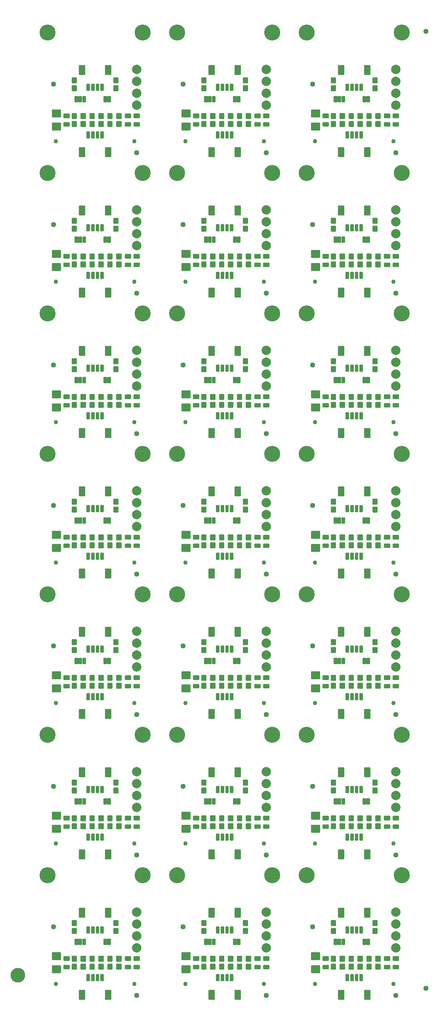
<source format=gts>
G04 EAGLE Gerber RS-274X export*
G75*
%MOMM*%
%FSLAX34Y34*%
%LPD*%
%INSoldermask Top*%
%IPPOS*%
%AMOC8*
5,1,8,0,0,1.08239X$1,22.5*%
G01*
%ADD10C,0.927000*%
%ADD11C,0.231750*%
%ADD12C,0.225400*%
%ADD13C,0.224509*%
%ADD14C,1.127000*%
%ADD15C,0.225588*%
%ADD16C,0.225369*%
%ADD17C,0.228600*%
%ADD18C,3.429000*%
%ADD19C,2.006600*%
%ADD20C,1.270000*%
%ADD21C,1.627000*%


D10*
X119450Y105700D03*
X286950Y105700D03*
D11*
X147716Y138654D02*
X147716Y145606D01*
X147716Y138654D02*
X136764Y138654D01*
X136764Y145606D01*
X147716Y145606D01*
X147716Y140856D02*
X136764Y140856D01*
X136764Y143058D02*
X147716Y143058D01*
X147716Y145260D02*
X136764Y145260D01*
X147716Y156654D02*
X147716Y163606D01*
X147716Y156654D02*
X136764Y156654D01*
X136764Y163606D01*
X147716Y163606D01*
X147716Y158856D02*
X136764Y158856D01*
X136764Y161058D02*
X147716Y161058D01*
X147716Y163260D02*
X136764Y163260D01*
X278526Y145606D02*
X278526Y138654D01*
X267574Y138654D01*
X267574Y145606D01*
X278526Y145606D01*
X278526Y140856D02*
X267574Y140856D01*
X267574Y143058D02*
X278526Y143058D01*
X278526Y145260D02*
X267574Y145260D01*
X278526Y156654D02*
X278526Y163606D01*
X278526Y156654D02*
X267574Y156654D01*
X267574Y163606D01*
X278526Y163606D01*
X278526Y158856D02*
X267574Y158856D01*
X267574Y161058D02*
X278526Y161058D01*
X278526Y163260D02*
X267574Y163260D01*
X297576Y145606D02*
X297576Y138654D01*
X286624Y138654D01*
X286624Y145606D01*
X297576Y145606D01*
X297576Y140856D02*
X286624Y140856D01*
X286624Y143058D02*
X297576Y143058D01*
X297576Y145260D02*
X286624Y145260D01*
X297576Y156654D02*
X297576Y163606D01*
X297576Y156654D02*
X286624Y156654D01*
X286624Y163606D01*
X297576Y163606D01*
X297576Y158856D02*
X286624Y158856D01*
X286624Y161058D02*
X297576Y161058D01*
X297576Y163260D02*
X286624Y163260D01*
D12*
X173292Y164638D02*
X173292Y154622D01*
X173292Y164638D02*
X182308Y164638D01*
X182308Y154622D01*
X173292Y154622D01*
X173292Y156763D02*
X182308Y156763D01*
X182308Y158904D02*
X173292Y158904D01*
X173292Y161045D02*
X182308Y161045D01*
X182308Y163186D02*
X173292Y163186D01*
X173292Y147638D02*
X173292Y137622D01*
X173292Y147638D02*
X182308Y147638D01*
X182308Y137622D01*
X173292Y137622D01*
X173292Y139763D02*
X182308Y139763D01*
X182308Y141904D02*
X173292Y141904D01*
X173292Y144045D02*
X182308Y144045D01*
X182308Y146186D02*
X173292Y146186D01*
D13*
X112137Y157617D02*
X112137Y172643D01*
X129163Y172643D01*
X129163Y157617D01*
X112137Y157617D01*
X112137Y159750D02*
X129163Y159750D01*
X129163Y161883D02*
X112137Y161883D01*
X112137Y164016D02*
X129163Y164016D01*
X129163Y166149D02*
X112137Y166149D01*
X112137Y168282D02*
X129163Y168282D01*
X129163Y170415D02*
X112137Y170415D01*
X112137Y172548D02*
X129163Y172548D01*
X112137Y144643D02*
X112137Y129617D01*
X112137Y144643D02*
X129163Y144643D01*
X129163Y129617D01*
X112137Y129617D01*
X112137Y131750D02*
X129163Y131750D01*
X129163Y133883D02*
X112137Y133883D01*
X112137Y136016D02*
X129163Y136016D01*
X129163Y138149D02*
X112137Y138149D01*
X112137Y140282D02*
X129163Y140282D01*
X129163Y142415D02*
X112137Y142415D01*
X112137Y144548D02*
X129163Y144548D01*
D12*
X163258Y147638D02*
X163258Y137622D01*
X154242Y137622D01*
X154242Y147638D01*
X163258Y147638D01*
X163258Y139763D02*
X154242Y139763D01*
X154242Y141904D02*
X163258Y141904D01*
X163258Y144045D02*
X154242Y144045D01*
X154242Y146186D02*
X163258Y146186D01*
X163258Y154622D02*
X163258Y164638D01*
X163258Y154622D02*
X154242Y154622D01*
X154242Y164638D01*
X163258Y164638D01*
X163258Y156763D02*
X154242Y156763D01*
X154242Y158904D02*
X163258Y158904D01*
X163258Y161045D02*
X154242Y161045D01*
X154242Y163186D02*
X163258Y163186D01*
D14*
X292100Y81280D03*
X114300Y227330D03*
D12*
X258508Y147638D02*
X258508Y137622D01*
X249492Y137622D01*
X249492Y147638D01*
X258508Y147638D01*
X258508Y139763D02*
X249492Y139763D01*
X249492Y141904D02*
X258508Y141904D01*
X258508Y144045D02*
X249492Y144045D01*
X249492Y146186D02*
X258508Y146186D01*
X258508Y154622D02*
X258508Y164638D01*
X258508Y154622D02*
X249492Y154622D01*
X249492Y164638D01*
X258508Y164638D01*
X258508Y156763D02*
X249492Y156763D01*
X249492Y158904D02*
X258508Y158904D01*
X258508Y161045D02*
X249492Y161045D01*
X249492Y163186D02*
X258508Y163186D01*
D15*
X236707Y267237D02*
X225693Y267237D01*
X236707Y267237D02*
X236707Y248223D01*
X225693Y248223D01*
X225693Y267237D01*
X225693Y250366D02*
X236707Y250366D01*
X236707Y252509D02*
X225693Y252509D01*
X225693Y254652D02*
X236707Y254652D01*
X236707Y256795D02*
X225693Y256795D01*
X225693Y258938D02*
X236707Y258938D01*
X236707Y261081D02*
X225693Y261081D01*
X225693Y263224D02*
X236707Y263224D01*
X236707Y265367D02*
X225693Y265367D01*
X180707Y267237D02*
X169693Y267237D01*
X180707Y267237D02*
X180707Y248223D01*
X169693Y248223D01*
X169693Y267237D01*
X169693Y250366D02*
X180707Y250366D01*
X180707Y252509D02*
X169693Y252509D01*
X169693Y254652D02*
X180707Y254652D01*
X180707Y256795D02*
X169693Y256795D01*
X169693Y258938D02*
X180707Y258938D01*
X180707Y261081D02*
X169693Y261081D01*
X169693Y263224D02*
X180707Y263224D01*
X180707Y265367D02*
X169693Y265367D01*
D16*
X215692Y227238D02*
X220708Y227238D01*
X220708Y214722D01*
X215692Y214722D01*
X215692Y227238D01*
X215692Y216863D02*
X220708Y216863D01*
X220708Y219004D02*
X215692Y219004D01*
X215692Y221145D02*
X220708Y221145D01*
X220708Y223286D02*
X215692Y223286D01*
X215692Y225427D02*
X220708Y225427D01*
X210708Y227238D02*
X205692Y227238D01*
X210708Y227238D02*
X210708Y214722D01*
X205692Y214722D01*
X205692Y227238D01*
X205692Y216863D02*
X210708Y216863D01*
X210708Y219004D02*
X205692Y219004D01*
X205692Y221145D02*
X210708Y221145D01*
X210708Y223286D02*
X205692Y223286D01*
X205692Y225427D02*
X210708Y225427D01*
X200708Y227238D02*
X195692Y227238D01*
X200708Y227238D02*
X200708Y214722D01*
X195692Y214722D01*
X195692Y227238D01*
X195692Y216863D02*
X200708Y216863D01*
X200708Y219004D02*
X195692Y219004D01*
X195692Y221145D02*
X200708Y221145D01*
X200708Y223286D02*
X195692Y223286D01*
X195692Y225427D02*
X200708Y225427D01*
X190708Y227238D02*
X185692Y227238D01*
X190708Y227238D02*
X190708Y214722D01*
X185692Y214722D01*
X185692Y227238D01*
X185692Y216863D02*
X190708Y216863D01*
X190708Y219004D02*
X185692Y219004D01*
X185692Y221145D02*
X190708Y221145D01*
X190708Y223286D02*
X185692Y223286D01*
X185692Y225427D02*
X190708Y225427D01*
D15*
X180707Y73123D02*
X169693Y73123D01*
X169693Y92137D01*
X180707Y92137D01*
X180707Y73123D01*
X180707Y75266D02*
X169693Y75266D01*
X169693Y77409D02*
X180707Y77409D01*
X180707Y79552D02*
X169693Y79552D01*
X169693Y81695D02*
X180707Y81695D01*
X180707Y83838D02*
X169693Y83838D01*
X169693Y85981D02*
X180707Y85981D01*
X180707Y88124D02*
X169693Y88124D01*
X169693Y90267D02*
X180707Y90267D01*
X225693Y73123D02*
X236707Y73123D01*
X225693Y73123D02*
X225693Y92137D01*
X236707Y92137D01*
X236707Y73123D01*
X236707Y75266D02*
X225693Y75266D01*
X225693Y77409D02*
X236707Y77409D01*
X236707Y79552D02*
X225693Y79552D01*
X225693Y81695D02*
X236707Y81695D01*
X236707Y83838D02*
X225693Y83838D01*
X225693Y85981D02*
X236707Y85981D01*
X236707Y88124D02*
X225693Y88124D01*
X225693Y90267D02*
X236707Y90267D01*
D16*
X190708Y113122D02*
X185692Y113122D01*
X185692Y125638D01*
X190708Y125638D01*
X190708Y113122D01*
X190708Y115263D02*
X185692Y115263D01*
X185692Y117404D02*
X190708Y117404D01*
X190708Y119545D02*
X185692Y119545D01*
X185692Y121686D02*
X190708Y121686D01*
X190708Y123827D02*
X185692Y123827D01*
X195692Y113122D02*
X200708Y113122D01*
X195692Y113122D02*
X195692Y125638D01*
X200708Y125638D01*
X200708Y113122D01*
X200708Y115263D02*
X195692Y115263D01*
X195692Y117404D02*
X200708Y117404D01*
X200708Y119545D02*
X195692Y119545D01*
X195692Y121686D02*
X200708Y121686D01*
X200708Y123827D02*
X195692Y123827D01*
X205692Y113122D02*
X210708Y113122D01*
X205692Y113122D02*
X205692Y125638D01*
X210708Y125638D01*
X210708Y113122D01*
X210708Y115263D02*
X205692Y115263D01*
X205692Y117404D02*
X210708Y117404D01*
X210708Y119545D02*
X205692Y119545D01*
X205692Y121686D02*
X210708Y121686D01*
X210708Y123827D02*
X205692Y123827D01*
X215692Y113122D02*
X220708Y113122D01*
X215692Y113122D02*
X215692Y125638D01*
X220708Y125638D01*
X220708Y113122D01*
X220708Y115263D02*
X215692Y115263D01*
X215692Y117404D02*
X220708Y117404D01*
X220708Y119545D02*
X215692Y119545D01*
X215692Y121686D02*
X220708Y121686D01*
X220708Y123827D02*
X215692Y123827D01*
D12*
X239458Y137622D02*
X239458Y147638D01*
X239458Y137622D02*
X230442Y137622D01*
X230442Y147638D01*
X239458Y147638D01*
X239458Y139763D02*
X230442Y139763D01*
X230442Y141904D02*
X239458Y141904D01*
X239458Y144045D02*
X230442Y144045D01*
X230442Y146186D02*
X239458Y146186D01*
X239458Y154622D02*
X239458Y164638D01*
X239458Y154622D02*
X230442Y154622D01*
X230442Y164638D01*
X239458Y164638D01*
X239458Y156763D02*
X230442Y156763D01*
X230442Y158904D02*
X239458Y158904D01*
X239458Y161045D02*
X230442Y161045D01*
X230442Y163186D02*
X239458Y163186D01*
X211392Y164638D02*
X211392Y154622D01*
X211392Y164638D02*
X220408Y164638D01*
X220408Y154622D01*
X211392Y154622D01*
X211392Y156763D02*
X220408Y156763D01*
X220408Y158904D02*
X211392Y158904D01*
X211392Y161045D02*
X220408Y161045D01*
X220408Y163186D02*
X211392Y163186D01*
X211392Y147638D02*
X211392Y137622D01*
X211392Y147638D02*
X220408Y147638D01*
X220408Y137622D01*
X211392Y137622D01*
X211392Y139763D02*
X220408Y139763D01*
X220408Y141904D02*
X211392Y141904D01*
X211392Y144045D02*
X220408Y144045D01*
X220408Y146186D02*
X211392Y146186D01*
X192342Y154622D02*
X192342Y164638D01*
X201358Y164638D01*
X201358Y154622D01*
X192342Y154622D01*
X192342Y156763D02*
X201358Y156763D01*
X201358Y158904D02*
X192342Y158904D01*
X192342Y161045D02*
X201358Y161045D01*
X201358Y163186D02*
X192342Y163186D01*
X192342Y147638D02*
X192342Y137622D01*
X192342Y147638D02*
X201358Y147638D01*
X201358Y137622D01*
X192342Y137622D01*
X192342Y139763D02*
X201358Y139763D01*
X201358Y141904D02*
X192342Y141904D01*
X192342Y144045D02*
X201358Y144045D01*
X201358Y146186D02*
X192342Y146186D01*
X154242Y230822D02*
X154242Y240838D01*
X163258Y240838D01*
X163258Y230822D01*
X154242Y230822D01*
X154242Y232963D02*
X163258Y232963D01*
X163258Y235104D02*
X154242Y235104D01*
X154242Y237245D02*
X163258Y237245D01*
X163258Y239386D02*
X154242Y239386D01*
X154242Y223838D02*
X154242Y213822D01*
X154242Y223838D02*
X163258Y223838D01*
X163258Y213822D01*
X154242Y213822D01*
X154242Y215963D02*
X163258Y215963D01*
X163258Y218104D02*
X154242Y218104D01*
X154242Y220245D02*
X163258Y220245D01*
X163258Y222386D02*
X154242Y222386D01*
X243142Y230822D02*
X243142Y240838D01*
X252158Y240838D01*
X252158Y230822D01*
X243142Y230822D01*
X243142Y232963D02*
X252158Y232963D01*
X252158Y235104D02*
X243142Y235104D01*
X243142Y237245D02*
X252158Y237245D01*
X252158Y239386D02*
X243142Y239386D01*
X243142Y223838D02*
X243142Y213822D01*
X243142Y223838D02*
X252158Y223838D01*
X252158Y213822D01*
X243142Y213822D01*
X243142Y215963D02*
X252158Y215963D01*
X252158Y218104D02*
X243142Y218104D01*
X243142Y220245D02*
X252158Y220245D01*
X252158Y222386D02*
X243142Y222386D01*
D17*
X182245Y201422D02*
X176911Y201422D01*
X182245Y201422D02*
X182245Y189738D01*
X176911Y189738D01*
X176911Y201422D01*
X176911Y191910D02*
X182245Y191910D01*
X182245Y194082D02*
X176911Y194082D01*
X176911Y196254D02*
X182245Y196254D01*
X182245Y198426D02*
X176911Y198426D01*
X176911Y200598D02*
X182245Y200598D01*
X174117Y201422D02*
X168783Y201422D01*
X174117Y201422D02*
X174117Y189738D01*
X168783Y189738D01*
X168783Y201422D01*
X168783Y191910D02*
X174117Y191910D01*
X174117Y194082D02*
X168783Y194082D01*
X168783Y196254D02*
X174117Y196254D01*
X174117Y198426D02*
X168783Y198426D01*
X168783Y200598D02*
X174117Y200598D01*
X165989Y201422D02*
X160655Y201422D01*
X165989Y201422D02*
X165989Y189738D01*
X160655Y189738D01*
X160655Y201422D01*
X160655Y191910D02*
X165989Y191910D01*
X165989Y194082D02*
X160655Y194082D01*
X160655Y196254D02*
X165989Y196254D01*
X165989Y198426D02*
X160655Y198426D01*
X160655Y200598D02*
X165989Y200598D01*
D18*
X304800Y337820D03*
X101600Y337820D03*
D17*
X221869Y189738D02*
X227203Y189738D01*
X221869Y189738D02*
X221869Y201422D01*
X227203Y201422D01*
X227203Y189738D01*
X227203Y191910D02*
X221869Y191910D01*
X221869Y194082D02*
X227203Y194082D01*
X227203Y196254D02*
X221869Y196254D01*
X221869Y198426D02*
X227203Y198426D01*
X227203Y200598D02*
X221869Y200598D01*
X229997Y189738D02*
X235331Y189738D01*
X229997Y189738D02*
X229997Y201422D01*
X235331Y201422D01*
X235331Y189738D01*
X235331Y191910D02*
X229997Y191910D01*
X229997Y194082D02*
X235331Y194082D01*
X235331Y196254D02*
X229997Y196254D01*
X229997Y198426D02*
X235331Y198426D01*
X235331Y200598D02*
X229997Y200598D01*
D19*
X292100Y182880D03*
X292100Y208280D03*
X292100Y233680D03*
X292100Y259080D03*
D10*
X396310Y105700D03*
X563810Y105700D03*
D11*
X424576Y138654D02*
X424576Y145606D01*
X424576Y138654D02*
X413624Y138654D01*
X413624Y145606D01*
X424576Y145606D01*
X424576Y140856D02*
X413624Y140856D01*
X413624Y143058D02*
X424576Y143058D01*
X424576Y145260D02*
X413624Y145260D01*
X424576Y156654D02*
X424576Y163606D01*
X424576Y156654D02*
X413624Y156654D01*
X413624Y163606D01*
X424576Y163606D01*
X424576Y158856D02*
X413624Y158856D01*
X413624Y161058D02*
X424576Y161058D01*
X424576Y163260D02*
X413624Y163260D01*
X555386Y145606D02*
X555386Y138654D01*
X544434Y138654D01*
X544434Y145606D01*
X555386Y145606D01*
X555386Y140856D02*
X544434Y140856D01*
X544434Y143058D02*
X555386Y143058D01*
X555386Y145260D02*
X544434Y145260D01*
X555386Y156654D02*
X555386Y163606D01*
X555386Y156654D02*
X544434Y156654D01*
X544434Y163606D01*
X555386Y163606D01*
X555386Y158856D02*
X544434Y158856D01*
X544434Y161058D02*
X555386Y161058D01*
X555386Y163260D02*
X544434Y163260D01*
X574436Y145606D02*
X574436Y138654D01*
X563484Y138654D01*
X563484Y145606D01*
X574436Y145606D01*
X574436Y140856D02*
X563484Y140856D01*
X563484Y143058D02*
X574436Y143058D01*
X574436Y145260D02*
X563484Y145260D01*
X574436Y156654D02*
X574436Y163606D01*
X574436Y156654D02*
X563484Y156654D01*
X563484Y163606D01*
X574436Y163606D01*
X574436Y158856D02*
X563484Y158856D01*
X563484Y161058D02*
X574436Y161058D01*
X574436Y163260D02*
X563484Y163260D01*
D12*
X450152Y164638D02*
X450152Y154622D01*
X450152Y164638D02*
X459168Y164638D01*
X459168Y154622D01*
X450152Y154622D01*
X450152Y156763D02*
X459168Y156763D01*
X459168Y158904D02*
X450152Y158904D01*
X450152Y161045D02*
X459168Y161045D01*
X459168Y163186D02*
X450152Y163186D01*
X450152Y147638D02*
X450152Y137622D01*
X450152Y147638D02*
X459168Y147638D01*
X459168Y137622D01*
X450152Y137622D01*
X450152Y139763D02*
X459168Y139763D01*
X459168Y141904D02*
X450152Y141904D01*
X450152Y144045D02*
X459168Y144045D01*
X459168Y146186D02*
X450152Y146186D01*
D13*
X388997Y157617D02*
X388997Y172643D01*
X406023Y172643D01*
X406023Y157617D01*
X388997Y157617D01*
X388997Y159750D02*
X406023Y159750D01*
X406023Y161883D02*
X388997Y161883D01*
X388997Y164016D02*
X406023Y164016D01*
X406023Y166149D02*
X388997Y166149D01*
X388997Y168282D02*
X406023Y168282D01*
X406023Y170415D02*
X388997Y170415D01*
X388997Y172548D02*
X406023Y172548D01*
X388997Y144643D02*
X388997Y129617D01*
X388997Y144643D02*
X406023Y144643D01*
X406023Y129617D01*
X388997Y129617D01*
X388997Y131750D02*
X406023Y131750D01*
X406023Y133883D02*
X388997Y133883D01*
X388997Y136016D02*
X406023Y136016D01*
X406023Y138149D02*
X388997Y138149D01*
X388997Y140282D02*
X406023Y140282D01*
X406023Y142415D02*
X388997Y142415D01*
X388997Y144548D02*
X406023Y144548D01*
D12*
X440118Y147638D02*
X440118Y137622D01*
X431102Y137622D01*
X431102Y147638D01*
X440118Y147638D01*
X440118Y139763D02*
X431102Y139763D01*
X431102Y141904D02*
X440118Y141904D01*
X440118Y144045D02*
X431102Y144045D01*
X431102Y146186D02*
X440118Y146186D01*
X440118Y154622D02*
X440118Y164638D01*
X440118Y154622D02*
X431102Y154622D01*
X431102Y164638D01*
X440118Y164638D01*
X440118Y156763D02*
X431102Y156763D01*
X431102Y158904D02*
X440118Y158904D01*
X440118Y161045D02*
X431102Y161045D01*
X431102Y163186D02*
X440118Y163186D01*
D14*
X568960Y81280D03*
X391160Y227330D03*
D12*
X535368Y147638D02*
X535368Y137622D01*
X526352Y137622D01*
X526352Y147638D01*
X535368Y147638D01*
X535368Y139763D02*
X526352Y139763D01*
X526352Y141904D02*
X535368Y141904D01*
X535368Y144045D02*
X526352Y144045D01*
X526352Y146186D02*
X535368Y146186D01*
X535368Y154622D02*
X535368Y164638D01*
X535368Y154622D02*
X526352Y154622D01*
X526352Y164638D01*
X535368Y164638D01*
X535368Y156763D02*
X526352Y156763D01*
X526352Y158904D02*
X535368Y158904D01*
X535368Y161045D02*
X526352Y161045D01*
X526352Y163186D02*
X535368Y163186D01*
D15*
X513567Y267237D02*
X502553Y267237D01*
X513567Y267237D02*
X513567Y248223D01*
X502553Y248223D01*
X502553Y267237D01*
X502553Y250366D02*
X513567Y250366D01*
X513567Y252509D02*
X502553Y252509D01*
X502553Y254652D02*
X513567Y254652D01*
X513567Y256795D02*
X502553Y256795D01*
X502553Y258938D02*
X513567Y258938D01*
X513567Y261081D02*
X502553Y261081D01*
X502553Y263224D02*
X513567Y263224D01*
X513567Y265367D02*
X502553Y265367D01*
X457567Y267237D02*
X446553Y267237D01*
X457567Y267237D02*
X457567Y248223D01*
X446553Y248223D01*
X446553Y267237D01*
X446553Y250366D02*
X457567Y250366D01*
X457567Y252509D02*
X446553Y252509D01*
X446553Y254652D02*
X457567Y254652D01*
X457567Y256795D02*
X446553Y256795D01*
X446553Y258938D02*
X457567Y258938D01*
X457567Y261081D02*
X446553Y261081D01*
X446553Y263224D02*
X457567Y263224D01*
X457567Y265367D02*
X446553Y265367D01*
D16*
X492552Y227238D02*
X497568Y227238D01*
X497568Y214722D01*
X492552Y214722D01*
X492552Y227238D01*
X492552Y216863D02*
X497568Y216863D01*
X497568Y219004D02*
X492552Y219004D01*
X492552Y221145D02*
X497568Y221145D01*
X497568Y223286D02*
X492552Y223286D01*
X492552Y225427D02*
X497568Y225427D01*
X487568Y227238D02*
X482552Y227238D01*
X487568Y227238D02*
X487568Y214722D01*
X482552Y214722D01*
X482552Y227238D01*
X482552Y216863D02*
X487568Y216863D01*
X487568Y219004D02*
X482552Y219004D01*
X482552Y221145D02*
X487568Y221145D01*
X487568Y223286D02*
X482552Y223286D01*
X482552Y225427D02*
X487568Y225427D01*
X477568Y227238D02*
X472552Y227238D01*
X477568Y227238D02*
X477568Y214722D01*
X472552Y214722D01*
X472552Y227238D01*
X472552Y216863D02*
X477568Y216863D01*
X477568Y219004D02*
X472552Y219004D01*
X472552Y221145D02*
X477568Y221145D01*
X477568Y223286D02*
X472552Y223286D01*
X472552Y225427D02*
X477568Y225427D01*
X467568Y227238D02*
X462552Y227238D01*
X467568Y227238D02*
X467568Y214722D01*
X462552Y214722D01*
X462552Y227238D01*
X462552Y216863D02*
X467568Y216863D01*
X467568Y219004D02*
X462552Y219004D01*
X462552Y221145D02*
X467568Y221145D01*
X467568Y223286D02*
X462552Y223286D01*
X462552Y225427D02*
X467568Y225427D01*
D15*
X457567Y73123D02*
X446553Y73123D01*
X446553Y92137D01*
X457567Y92137D01*
X457567Y73123D01*
X457567Y75266D02*
X446553Y75266D01*
X446553Y77409D02*
X457567Y77409D01*
X457567Y79552D02*
X446553Y79552D01*
X446553Y81695D02*
X457567Y81695D01*
X457567Y83838D02*
X446553Y83838D01*
X446553Y85981D02*
X457567Y85981D01*
X457567Y88124D02*
X446553Y88124D01*
X446553Y90267D02*
X457567Y90267D01*
X502553Y73123D02*
X513567Y73123D01*
X502553Y73123D02*
X502553Y92137D01*
X513567Y92137D01*
X513567Y73123D01*
X513567Y75266D02*
X502553Y75266D01*
X502553Y77409D02*
X513567Y77409D01*
X513567Y79552D02*
X502553Y79552D01*
X502553Y81695D02*
X513567Y81695D01*
X513567Y83838D02*
X502553Y83838D01*
X502553Y85981D02*
X513567Y85981D01*
X513567Y88124D02*
X502553Y88124D01*
X502553Y90267D02*
X513567Y90267D01*
D16*
X467568Y113122D02*
X462552Y113122D01*
X462552Y125638D01*
X467568Y125638D01*
X467568Y113122D01*
X467568Y115263D02*
X462552Y115263D01*
X462552Y117404D02*
X467568Y117404D01*
X467568Y119545D02*
X462552Y119545D01*
X462552Y121686D02*
X467568Y121686D01*
X467568Y123827D02*
X462552Y123827D01*
X472552Y113122D02*
X477568Y113122D01*
X472552Y113122D02*
X472552Y125638D01*
X477568Y125638D01*
X477568Y113122D01*
X477568Y115263D02*
X472552Y115263D01*
X472552Y117404D02*
X477568Y117404D01*
X477568Y119545D02*
X472552Y119545D01*
X472552Y121686D02*
X477568Y121686D01*
X477568Y123827D02*
X472552Y123827D01*
X482552Y113122D02*
X487568Y113122D01*
X482552Y113122D02*
X482552Y125638D01*
X487568Y125638D01*
X487568Y113122D01*
X487568Y115263D02*
X482552Y115263D01*
X482552Y117404D02*
X487568Y117404D01*
X487568Y119545D02*
X482552Y119545D01*
X482552Y121686D02*
X487568Y121686D01*
X487568Y123827D02*
X482552Y123827D01*
X492552Y113122D02*
X497568Y113122D01*
X492552Y113122D02*
X492552Y125638D01*
X497568Y125638D01*
X497568Y113122D01*
X497568Y115263D02*
X492552Y115263D01*
X492552Y117404D02*
X497568Y117404D01*
X497568Y119545D02*
X492552Y119545D01*
X492552Y121686D02*
X497568Y121686D01*
X497568Y123827D02*
X492552Y123827D01*
D12*
X516318Y137622D02*
X516318Y147638D01*
X516318Y137622D02*
X507302Y137622D01*
X507302Y147638D01*
X516318Y147638D01*
X516318Y139763D02*
X507302Y139763D01*
X507302Y141904D02*
X516318Y141904D01*
X516318Y144045D02*
X507302Y144045D01*
X507302Y146186D02*
X516318Y146186D01*
X516318Y154622D02*
X516318Y164638D01*
X516318Y154622D02*
X507302Y154622D01*
X507302Y164638D01*
X516318Y164638D01*
X516318Y156763D02*
X507302Y156763D01*
X507302Y158904D02*
X516318Y158904D01*
X516318Y161045D02*
X507302Y161045D01*
X507302Y163186D02*
X516318Y163186D01*
X488252Y164638D02*
X488252Y154622D01*
X488252Y164638D02*
X497268Y164638D01*
X497268Y154622D01*
X488252Y154622D01*
X488252Y156763D02*
X497268Y156763D01*
X497268Y158904D02*
X488252Y158904D01*
X488252Y161045D02*
X497268Y161045D01*
X497268Y163186D02*
X488252Y163186D01*
X488252Y147638D02*
X488252Y137622D01*
X488252Y147638D02*
X497268Y147638D01*
X497268Y137622D01*
X488252Y137622D01*
X488252Y139763D02*
X497268Y139763D01*
X497268Y141904D02*
X488252Y141904D01*
X488252Y144045D02*
X497268Y144045D01*
X497268Y146186D02*
X488252Y146186D01*
X469202Y154622D02*
X469202Y164638D01*
X478218Y164638D01*
X478218Y154622D01*
X469202Y154622D01*
X469202Y156763D02*
X478218Y156763D01*
X478218Y158904D02*
X469202Y158904D01*
X469202Y161045D02*
X478218Y161045D01*
X478218Y163186D02*
X469202Y163186D01*
X469202Y147638D02*
X469202Y137622D01*
X469202Y147638D02*
X478218Y147638D01*
X478218Y137622D01*
X469202Y137622D01*
X469202Y139763D02*
X478218Y139763D01*
X478218Y141904D02*
X469202Y141904D01*
X469202Y144045D02*
X478218Y144045D01*
X478218Y146186D02*
X469202Y146186D01*
X431102Y230822D02*
X431102Y240838D01*
X440118Y240838D01*
X440118Y230822D01*
X431102Y230822D01*
X431102Y232963D02*
X440118Y232963D01*
X440118Y235104D02*
X431102Y235104D01*
X431102Y237245D02*
X440118Y237245D01*
X440118Y239386D02*
X431102Y239386D01*
X431102Y223838D02*
X431102Y213822D01*
X431102Y223838D02*
X440118Y223838D01*
X440118Y213822D01*
X431102Y213822D01*
X431102Y215963D02*
X440118Y215963D01*
X440118Y218104D02*
X431102Y218104D01*
X431102Y220245D02*
X440118Y220245D01*
X440118Y222386D02*
X431102Y222386D01*
X520002Y230822D02*
X520002Y240838D01*
X529018Y240838D01*
X529018Y230822D01*
X520002Y230822D01*
X520002Y232963D02*
X529018Y232963D01*
X529018Y235104D02*
X520002Y235104D01*
X520002Y237245D02*
X529018Y237245D01*
X529018Y239386D02*
X520002Y239386D01*
X520002Y223838D02*
X520002Y213822D01*
X520002Y223838D02*
X529018Y223838D01*
X529018Y213822D01*
X520002Y213822D01*
X520002Y215963D02*
X529018Y215963D01*
X529018Y218104D02*
X520002Y218104D01*
X520002Y220245D02*
X529018Y220245D01*
X529018Y222386D02*
X520002Y222386D01*
D17*
X459105Y201422D02*
X453771Y201422D01*
X459105Y201422D02*
X459105Y189738D01*
X453771Y189738D01*
X453771Y201422D01*
X453771Y191910D02*
X459105Y191910D01*
X459105Y194082D02*
X453771Y194082D01*
X453771Y196254D02*
X459105Y196254D01*
X459105Y198426D02*
X453771Y198426D01*
X453771Y200598D02*
X459105Y200598D01*
X450977Y201422D02*
X445643Y201422D01*
X450977Y201422D02*
X450977Y189738D01*
X445643Y189738D01*
X445643Y201422D01*
X445643Y191910D02*
X450977Y191910D01*
X450977Y194082D02*
X445643Y194082D01*
X445643Y196254D02*
X450977Y196254D01*
X450977Y198426D02*
X445643Y198426D01*
X445643Y200598D02*
X450977Y200598D01*
X442849Y201422D02*
X437515Y201422D01*
X442849Y201422D02*
X442849Y189738D01*
X437515Y189738D01*
X437515Y201422D01*
X437515Y191910D02*
X442849Y191910D01*
X442849Y194082D02*
X437515Y194082D01*
X437515Y196254D02*
X442849Y196254D01*
X442849Y198426D02*
X437515Y198426D01*
X437515Y200598D02*
X442849Y200598D01*
D18*
X581660Y337820D03*
X378460Y337820D03*
D17*
X498729Y189738D02*
X504063Y189738D01*
X498729Y189738D02*
X498729Y201422D01*
X504063Y201422D01*
X504063Y189738D01*
X504063Y191910D02*
X498729Y191910D01*
X498729Y194082D02*
X504063Y194082D01*
X504063Y196254D02*
X498729Y196254D01*
X498729Y198426D02*
X504063Y198426D01*
X504063Y200598D02*
X498729Y200598D01*
X506857Y189738D02*
X512191Y189738D01*
X506857Y189738D02*
X506857Y201422D01*
X512191Y201422D01*
X512191Y189738D01*
X512191Y191910D02*
X506857Y191910D01*
X506857Y194082D02*
X512191Y194082D01*
X512191Y196254D02*
X506857Y196254D01*
X506857Y198426D02*
X512191Y198426D01*
X512191Y200598D02*
X506857Y200598D01*
D19*
X568960Y182880D03*
X568960Y208280D03*
X568960Y233680D03*
X568960Y259080D03*
D10*
X673170Y105700D03*
X840670Y105700D03*
D11*
X701436Y138654D02*
X701436Y145606D01*
X701436Y138654D02*
X690484Y138654D01*
X690484Y145606D01*
X701436Y145606D01*
X701436Y140856D02*
X690484Y140856D01*
X690484Y143058D02*
X701436Y143058D01*
X701436Y145260D02*
X690484Y145260D01*
X701436Y156654D02*
X701436Y163606D01*
X701436Y156654D02*
X690484Y156654D01*
X690484Y163606D01*
X701436Y163606D01*
X701436Y158856D02*
X690484Y158856D01*
X690484Y161058D02*
X701436Y161058D01*
X701436Y163260D02*
X690484Y163260D01*
X832246Y145606D02*
X832246Y138654D01*
X821294Y138654D01*
X821294Y145606D01*
X832246Y145606D01*
X832246Y140856D02*
X821294Y140856D01*
X821294Y143058D02*
X832246Y143058D01*
X832246Y145260D02*
X821294Y145260D01*
X832246Y156654D02*
X832246Y163606D01*
X832246Y156654D02*
X821294Y156654D01*
X821294Y163606D01*
X832246Y163606D01*
X832246Y158856D02*
X821294Y158856D01*
X821294Y161058D02*
X832246Y161058D01*
X832246Y163260D02*
X821294Y163260D01*
X851296Y145606D02*
X851296Y138654D01*
X840344Y138654D01*
X840344Y145606D01*
X851296Y145606D01*
X851296Y140856D02*
X840344Y140856D01*
X840344Y143058D02*
X851296Y143058D01*
X851296Y145260D02*
X840344Y145260D01*
X851296Y156654D02*
X851296Y163606D01*
X851296Y156654D02*
X840344Y156654D01*
X840344Y163606D01*
X851296Y163606D01*
X851296Y158856D02*
X840344Y158856D01*
X840344Y161058D02*
X851296Y161058D01*
X851296Y163260D02*
X840344Y163260D01*
D12*
X727012Y164638D02*
X727012Y154622D01*
X727012Y164638D02*
X736028Y164638D01*
X736028Y154622D01*
X727012Y154622D01*
X727012Y156763D02*
X736028Y156763D01*
X736028Y158904D02*
X727012Y158904D01*
X727012Y161045D02*
X736028Y161045D01*
X736028Y163186D02*
X727012Y163186D01*
X727012Y147638D02*
X727012Y137622D01*
X727012Y147638D02*
X736028Y147638D01*
X736028Y137622D01*
X727012Y137622D01*
X727012Y139763D02*
X736028Y139763D01*
X736028Y141904D02*
X727012Y141904D01*
X727012Y144045D02*
X736028Y144045D01*
X736028Y146186D02*
X727012Y146186D01*
D13*
X665857Y157617D02*
X665857Y172643D01*
X682883Y172643D01*
X682883Y157617D01*
X665857Y157617D01*
X665857Y159750D02*
X682883Y159750D01*
X682883Y161883D02*
X665857Y161883D01*
X665857Y164016D02*
X682883Y164016D01*
X682883Y166149D02*
X665857Y166149D01*
X665857Y168282D02*
X682883Y168282D01*
X682883Y170415D02*
X665857Y170415D01*
X665857Y172548D02*
X682883Y172548D01*
X665857Y144643D02*
X665857Y129617D01*
X665857Y144643D02*
X682883Y144643D01*
X682883Y129617D01*
X665857Y129617D01*
X665857Y131750D02*
X682883Y131750D01*
X682883Y133883D02*
X665857Y133883D01*
X665857Y136016D02*
X682883Y136016D01*
X682883Y138149D02*
X665857Y138149D01*
X665857Y140282D02*
X682883Y140282D01*
X682883Y142415D02*
X665857Y142415D01*
X665857Y144548D02*
X682883Y144548D01*
D12*
X716978Y147638D02*
X716978Y137622D01*
X707962Y137622D01*
X707962Y147638D01*
X716978Y147638D01*
X716978Y139763D02*
X707962Y139763D01*
X707962Y141904D02*
X716978Y141904D01*
X716978Y144045D02*
X707962Y144045D01*
X707962Y146186D02*
X716978Y146186D01*
X716978Y154622D02*
X716978Y164638D01*
X716978Y154622D02*
X707962Y154622D01*
X707962Y164638D01*
X716978Y164638D01*
X716978Y156763D02*
X707962Y156763D01*
X707962Y158904D02*
X716978Y158904D01*
X716978Y161045D02*
X707962Y161045D01*
X707962Y163186D02*
X716978Y163186D01*
D14*
X845820Y81280D03*
X668020Y227330D03*
D12*
X812228Y147638D02*
X812228Y137622D01*
X803212Y137622D01*
X803212Y147638D01*
X812228Y147638D01*
X812228Y139763D02*
X803212Y139763D01*
X803212Y141904D02*
X812228Y141904D01*
X812228Y144045D02*
X803212Y144045D01*
X803212Y146186D02*
X812228Y146186D01*
X812228Y154622D02*
X812228Y164638D01*
X812228Y154622D02*
X803212Y154622D01*
X803212Y164638D01*
X812228Y164638D01*
X812228Y156763D02*
X803212Y156763D01*
X803212Y158904D02*
X812228Y158904D01*
X812228Y161045D02*
X803212Y161045D01*
X803212Y163186D02*
X812228Y163186D01*
D15*
X790427Y267237D02*
X779413Y267237D01*
X790427Y267237D02*
X790427Y248223D01*
X779413Y248223D01*
X779413Y267237D01*
X779413Y250366D02*
X790427Y250366D01*
X790427Y252509D02*
X779413Y252509D01*
X779413Y254652D02*
X790427Y254652D01*
X790427Y256795D02*
X779413Y256795D01*
X779413Y258938D02*
X790427Y258938D01*
X790427Y261081D02*
X779413Y261081D01*
X779413Y263224D02*
X790427Y263224D01*
X790427Y265367D02*
X779413Y265367D01*
X734427Y267237D02*
X723413Y267237D01*
X734427Y267237D02*
X734427Y248223D01*
X723413Y248223D01*
X723413Y267237D01*
X723413Y250366D02*
X734427Y250366D01*
X734427Y252509D02*
X723413Y252509D01*
X723413Y254652D02*
X734427Y254652D01*
X734427Y256795D02*
X723413Y256795D01*
X723413Y258938D02*
X734427Y258938D01*
X734427Y261081D02*
X723413Y261081D01*
X723413Y263224D02*
X734427Y263224D01*
X734427Y265367D02*
X723413Y265367D01*
D16*
X769412Y227238D02*
X774428Y227238D01*
X774428Y214722D01*
X769412Y214722D01*
X769412Y227238D01*
X769412Y216863D02*
X774428Y216863D01*
X774428Y219004D02*
X769412Y219004D01*
X769412Y221145D02*
X774428Y221145D01*
X774428Y223286D02*
X769412Y223286D01*
X769412Y225427D02*
X774428Y225427D01*
X764428Y227238D02*
X759412Y227238D01*
X764428Y227238D02*
X764428Y214722D01*
X759412Y214722D01*
X759412Y227238D01*
X759412Y216863D02*
X764428Y216863D01*
X764428Y219004D02*
X759412Y219004D01*
X759412Y221145D02*
X764428Y221145D01*
X764428Y223286D02*
X759412Y223286D01*
X759412Y225427D02*
X764428Y225427D01*
X754428Y227238D02*
X749412Y227238D01*
X754428Y227238D02*
X754428Y214722D01*
X749412Y214722D01*
X749412Y227238D01*
X749412Y216863D02*
X754428Y216863D01*
X754428Y219004D02*
X749412Y219004D01*
X749412Y221145D02*
X754428Y221145D01*
X754428Y223286D02*
X749412Y223286D01*
X749412Y225427D02*
X754428Y225427D01*
X744428Y227238D02*
X739412Y227238D01*
X744428Y227238D02*
X744428Y214722D01*
X739412Y214722D01*
X739412Y227238D01*
X739412Y216863D02*
X744428Y216863D01*
X744428Y219004D02*
X739412Y219004D01*
X739412Y221145D02*
X744428Y221145D01*
X744428Y223286D02*
X739412Y223286D01*
X739412Y225427D02*
X744428Y225427D01*
D15*
X734427Y73123D02*
X723413Y73123D01*
X723413Y92137D01*
X734427Y92137D01*
X734427Y73123D01*
X734427Y75266D02*
X723413Y75266D01*
X723413Y77409D02*
X734427Y77409D01*
X734427Y79552D02*
X723413Y79552D01*
X723413Y81695D02*
X734427Y81695D01*
X734427Y83838D02*
X723413Y83838D01*
X723413Y85981D02*
X734427Y85981D01*
X734427Y88124D02*
X723413Y88124D01*
X723413Y90267D02*
X734427Y90267D01*
X779413Y73123D02*
X790427Y73123D01*
X779413Y73123D02*
X779413Y92137D01*
X790427Y92137D01*
X790427Y73123D01*
X790427Y75266D02*
X779413Y75266D01*
X779413Y77409D02*
X790427Y77409D01*
X790427Y79552D02*
X779413Y79552D01*
X779413Y81695D02*
X790427Y81695D01*
X790427Y83838D02*
X779413Y83838D01*
X779413Y85981D02*
X790427Y85981D01*
X790427Y88124D02*
X779413Y88124D01*
X779413Y90267D02*
X790427Y90267D01*
D16*
X744428Y113122D02*
X739412Y113122D01*
X739412Y125638D01*
X744428Y125638D01*
X744428Y113122D01*
X744428Y115263D02*
X739412Y115263D01*
X739412Y117404D02*
X744428Y117404D01*
X744428Y119545D02*
X739412Y119545D01*
X739412Y121686D02*
X744428Y121686D01*
X744428Y123827D02*
X739412Y123827D01*
X749412Y113122D02*
X754428Y113122D01*
X749412Y113122D02*
X749412Y125638D01*
X754428Y125638D01*
X754428Y113122D01*
X754428Y115263D02*
X749412Y115263D01*
X749412Y117404D02*
X754428Y117404D01*
X754428Y119545D02*
X749412Y119545D01*
X749412Y121686D02*
X754428Y121686D01*
X754428Y123827D02*
X749412Y123827D01*
X759412Y113122D02*
X764428Y113122D01*
X759412Y113122D02*
X759412Y125638D01*
X764428Y125638D01*
X764428Y113122D01*
X764428Y115263D02*
X759412Y115263D01*
X759412Y117404D02*
X764428Y117404D01*
X764428Y119545D02*
X759412Y119545D01*
X759412Y121686D02*
X764428Y121686D01*
X764428Y123827D02*
X759412Y123827D01*
X769412Y113122D02*
X774428Y113122D01*
X769412Y113122D02*
X769412Y125638D01*
X774428Y125638D01*
X774428Y113122D01*
X774428Y115263D02*
X769412Y115263D01*
X769412Y117404D02*
X774428Y117404D01*
X774428Y119545D02*
X769412Y119545D01*
X769412Y121686D02*
X774428Y121686D01*
X774428Y123827D02*
X769412Y123827D01*
D12*
X793178Y137622D02*
X793178Y147638D01*
X793178Y137622D02*
X784162Y137622D01*
X784162Y147638D01*
X793178Y147638D01*
X793178Y139763D02*
X784162Y139763D01*
X784162Y141904D02*
X793178Y141904D01*
X793178Y144045D02*
X784162Y144045D01*
X784162Y146186D02*
X793178Y146186D01*
X793178Y154622D02*
X793178Y164638D01*
X793178Y154622D02*
X784162Y154622D01*
X784162Y164638D01*
X793178Y164638D01*
X793178Y156763D02*
X784162Y156763D01*
X784162Y158904D02*
X793178Y158904D01*
X793178Y161045D02*
X784162Y161045D01*
X784162Y163186D02*
X793178Y163186D01*
X765112Y164638D02*
X765112Y154622D01*
X765112Y164638D02*
X774128Y164638D01*
X774128Y154622D01*
X765112Y154622D01*
X765112Y156763D02*
X774128Y156763D01*
X774128Y158904D02*
X765112Y158904D01*
X765112Y161045D02*
X774128Y161045D01*
X774128Y163186D02*
X765112Y163186D01*
X765112Y147638D02*
X765112Y137622D01*
X765112Y147638D02*
X774128Y147638D01*
X774128Y137622D01*
X765112Y137622D01*
X765112Y139763D02*
X774128Y139763D01*
X774128Y141904D02*
X765112Y141904D01*
X765112Y144045D02*
X774128Y144045D01*
X774128Y146186D02*
X765112Y146186D01*
X746062Y154622D02*
X746062Y164638D01*
X755078Y164638D01*
X755078Y154622D01*
X746062Y154622D01*
X746062Y156763D02*
X755078Y156763D01*
X755078Y158904D02*
X746062Y158904D01*
X746062Y161045D02*
X755078Y161045D01*
X755078Y163186D02*
X746062Y163186D01*
X746062Y147638D02*
X746062Y137622D01*
X746062Y147638D02*
X755078Y147638D01*
X755078Y137622D01*
X746062Y137622D01*
X746062Y139763D02*
X755078Y139763D01*
X755078Y141904D02*
X746062Y141904D01*
X746062Y144045D02*
X755078Y144045D01*
X755078Y146186D02*
X746062Y146186D01*
X707962Y230822D02*
X707962Y240838D01*
X716978Y240838D01*
X716978Y230822D01*
X707962Y230822D01*
X707962Y232963D02*
X716978Y232963D01*
X716978Y235104D02*
X707962Y235104D01*
X707962Y237245D02*
X716978Y237245D01*
X716978Y239386D02*
X707962Y239386D01*
X707962Y223838D02*
X707962Y213822D01*
X707962Y223838D02*
X716978Y223838D01*
X716978Y213822D01*
X707962Y213822D01*
X707962Y215963D02*
X716978Y215963D01*
X716978Y218104D02*
X707962Y218104D01*
X707962Y220245D02*
X716978Y220245D01*
X716978Y222386D02*
X707962Y222386D01*
X796862Y230822D02*
X796862Y240838D01*
X805878Y240838D01*
X805878Y230822D01*
X796862Y230822D01*
X796862Y232963D02*
X805878Y232963D01*
X805878Y235104D02*
X796862Y235104D01*
X796862Y237245D02*
X805878Y237245D01*
X805878Y239386D02*
X796862Y239386D01*
X796862Y223838D02*
X796862Y213822D01*
X796862Y223838D02*
X805878Y223838D01*
X805878Y213822D01*
X796862Y213822D01*
X796862Y215963D02*
X805878Y215963D01*
X805878Y218104D02*
X796862Y218104D01*
X796862Y220245D02*
X805878Y220245D01*
X805878Y222386D02*
X796862Y222386D01*
D17*
X735965Y201422D02*
X730631Y201422D01*
X735965Y201422D02*
X735965Y189738D01*
X730631Y189738D01*
X730631Y201422D01*
X730631Y191910D02*
X735965Y191910D01*
X735965Y194082D02*
X730631Y194082D01*
X730631Y196254D02*
X735965Y196254D01*
X735965Y198426D02*
X730631Y198426D01*
X730631Y200598D02*
X735965Y200598D01*
X727837Y201422D02*
X722503Y201422D01*
X727837Y201422D02*
X727837Y189738D01*
X722503Y189738D01*
X722503Y201422D01*
X722503Y191910D02*
X727837Y191910D01*
X727837Y194082D02*
X722503Y194082D01*
X722503Y196254D02*
X727837Y196254D01*
X727837Y198426D02*
X722503Y198426D01*
X722503Y200598D02*
X727837Y200598D01*
X719709Y201422D02*
X714375Y201422D01*
X719709Y201422D02*
X719709Y189738D01*
X714375Y189738D01*
X714375Y201422D01*
X714375Y191910D02*
X719709Y191910D01*
X719709Y194082D02*
X714375Y194082D01*
X714375Y196254D02*
X719709Y196254D01*
X719709Y198426D02*
X714375Y198426D01*
X714375Y200598D02*
X719709Y200598D01*
D18*
X858520Y337820D03*
X655320Y337820D03*
D17*
X775589Y189738D02*
X780923Y189738D01*
X775589Y189738D02*
X775589Y201422D01*
X780923Y201422D01*
X780923Y189738D01*
X780923Y191910D02*
X775589Y191910D01*
X775589Y194082D02*
X780923Y194082D01*
X780923Y196254D02*
X775589Y196254D01*
X775589Y198426D02*
X780923Y198426D01*
X780923Y200598D02*
X775589Y200598D01*
X783717Y189738D02*
X789051Y189738D01*
X783717Y189738D02*
X783717Y201422D01*
X789051Y201422D01*
X789051Y189738D01*
X789051Y191910D02*
X783717Y191910D01*
X783717Y194082D02*
X789051Y194082D01*
X789051Y196254D02*
X783717Y196254D01*
X783717Y198426D02*
X789051Y198426D01*
X789051Y200598D02*
X783717Y200598D01*
D19*
X845820Y182880D03*
X845820Y208280D03*
X845820Y233680D03*
X845820Y259080D03*
D10*
X119450Y405420D03*
X286950Y405420D03*
D11*
X147716Y438374D02*
X147716Y445326D01*
X147716Y438374D02*
X136764Y438374D01*
X136764Y445326D01*
X147716Y445326D01*
X147716Y440576D02*
X136764Y440576D01*
X136764Y442778D02*
X147716Y442778D01*
X147716Y444980D02*
X136764Y444980D01*
X147716Y456374D02*
X147716Y463326D01*
X147716Y456374D02*
X136764Y456374D01*
X136764Y463326D01*
X147716Y463326D01*
X147716Y458576D02*
X136764Y458576D01*
X136764Y460778D02*
X147716Y460778D01*
X147716Y462980D02*
X136764Y462980D01*
X278526Y445326D02*
X278526Y438374D01*
X267574Y438374D01*
X267574Y445326D01*
X278526Y445326D01*
X278526Y440576D02*
X267574Y440576D01*
X267574Y442778D02*
X278526Y442778D01*
X278526Y444980D02*
X267574Y444980D01*
X278526Y456374D02*
X278526Y463326D01*
X278526Y456374D02*
X267574Y456374D01*
X267574Y463326D01*
X278526Y463326D01*
X278526Y458576D02*
X267574Y458576D01*
X267574Y460778D02*
X278526Y460778D01*
X278526Y462980D02*
X267574Y462980D01*
X297576Y445326D02*
X297576Y438374D01*
X286624Y438374D01*
X286624Y445326D01*
X297576Y445326D01*
X297576Y440576D02*
X286624Y440576D01*
X286624Y442778D02*
X297576Y442778D01*
X297576Y444980D02*
X286624Y444980D01*
X297576Y456374D02*
X297576Y463326D01*
X297576Y456374D02*
X286624Y456374D01*
X286624Y463326D01*
X297576Y463326D01*
X297576Y458576D02*
X286624Y458576D01*
X286624Y460778D02*
X297576Y460778D01*
X297576Y462980D02*
X286624Y462980D01*
D12*
X173292Y464358D02*
X173292Y454342D01*
X173292Y464358D02*
X182308Y464358D01*
X182308Y454342D01*
X173292Y454342D01*
X173292Y456483D02*
X182308Y456483D01*
X182308Y458624D02*
X173292Y458624D01*
X173292Y460765D02*
X182308Y460765D01*
X182308Y462906D02*
X173292Y462906D01*
X173292Y447358D02*
X173292Y437342D01*
X173292Y447358D02*
X182308Y447358D01*
X182308Y437342D01*
X173292Y437342D01*
X173292Y439483D02*
X182308Y439483D01*
X182308Y441624D02*
X173292Y441624D01*
X173292Y443765D02*
X182308Y443765D01*
X182308Y445906D02*
X173292Y445906D01*
D13*
X112137Y457337D02*
X112137Y472363D01*
X129163Y472363D01*
X129163Y457337D01*
X112137Y457337D01*
X112137Y459470D02*
X129163Y459470D01*
X129163Y461603D02*
X112137Y461603D01*
X112137Y463736D02*
X129163Y463736D01*
X129163Y465869D02*
X112137Y465869D01*
X112137Y468002D02*
X129163Y468002D01*
X129163Y470135D02*
X112137Y470135D01*
X112137Y472268D02*
X129163Y472268D01*
X112137Y444363D02*
X112137Y429337D01*
X112137Y444363D02*
X129163Y444363D01*
X129163Y429337D01*
X112137Y429337D01*
X112137Y431470D02*
X129163Y431470D01*
X129163Y433603D02*
X112137Y433603D01*
X112137Y435736D02*
X129163Y435736D01*
X129163Y437869D02*
X112137Y437869D01*
X112137Y440002D02*
X129163Y440002D01*
X129163Y442135D02*
X112137Y442135D01*
X112137Y444268D02*
X129163Y444268D01*
D12*
X163258Y447358D02*
X163258Y437342D01*
X154242Y437342D01*
X154242Y447358D01*
X163258Y447358D01*
X163258Y439483D02*
X154242Y439483D01*
X154242Y441624D02*
X163258Y441624D01*
X163258Y443765D02*
X154242Y443765D01*
X154242Y445906D02*
X163258Y445906D01*
X163258Y454342D02*
X163258Y464358D01*
X163258Y454342D02*
X154242Y454342D01*
X154242Y464358D01*
X163258Y464358D01*
X163258Y456483D02*
X154242Y456483D01*
X154242Y458624D02*
X163258Y458624D01*
X163258Y460765D02*
X154242Y460765D01*
X154242Y462906D02*
X163258Y462906D01*
D14*
X292100Y381000D03*
X114300Y527050D03*
D12*
X258508Y447358D02*
X258508Y437342D01*
X249492Y437342D01*
X249492Y447358D01*
X258508Y447358D01*
X258508Y439483D02*
X249492Y439483D01*
X249492Y441624D02*
X258508Y441624D01*
X258508Y443765D02*
X249492Y443765D01*
X249492Y445906D02*
X258508Y445906D01*
X258508Y454342D02*
X258508Y464358D01*
X258508Y454342D02*
X249492Y454342D01*
X249492Y464358D01*
X258508Y464358D01*
X258508Y456483D02*
X249492Y456483D01*
X249492Y458624D02*
X258508Y458624D01*
X258508Y460765D02*
X249492Y460765D01*
X249492Y462906D02*
X258508Y462906D01*
D15*
X236707Y566957D02*
X225693Y566957D01*
X236707Y566957D02*
X236707Y547943D01*
X225693Y547943D01*
X225693Y566957D01*
X225693Y550086D02*
X236707Y550086D01*
X236707Y552229D02*
X225693Y552229D01*
X225693Y554372D02*
X236707Y554372D01*
X236707Y556515D02*
X225693Y556515D01*
X225693Y558658D02*
X236707Y558658D01*
X236707Y560801D02*
X225693Y560801D01*
X225693Y562944D02*
X236707Y562944D01*
X236707Y565087D02*
X225693Y565087D01*
X180707Y566957D02*
X169693Y566957D01*
X180707Y566957D02*
X180707Y547943D01*
X169693Y547943D01*
X169693Y566957D01*
X169693Y550086D02*
X180707Y550086D01*
X180707Y552229D02*
X169693Y552229D01*
X169693Y554372D02*
X180707Y554372D01*
X180707Y556515D02*
X169693Y556515D01*
X169693Y558658D02*
X180707Y558658D01*
X180707Y560801D02*
X169693Y560801D01*
X169693Y562944D02*
X180707Y562944D01*
X180707Y565087D02*
X169693Y565087D01*
D16*
X215692Y526958D02*
X220708Y526958D01*
X220708Y514442D01*
X215692Y514442D01*
X215692Y526958D01*
X215692Y516583D02*
X220708Y516583D01*
X220708Y518724D02*
X215692Y518724D01*
X215692Y520865D02*
X220708Y520865D01*
X220708Y523006D02*
X215692Y523006D01*
X215692Y525147D02*
X220708Y525147D01*
X210708Y526958D02*
X205692Y526958D01*
X210708Y526958D02*
X210708Y514442D01*
X205692Y514442D01*
X205692Y526958D01*
X205692Y516583D02*
X210708Y516583D01*
X210708Y518724D02*
X205692Y518724D01*
X205692Y520865D02*
X210708Y520865D01*
X210708Y523006D02*
X205692Y523006D01*
X205692Y525147D02*
X210708Y525147D01*
X200708Y526958D02*
X195692Y526958D01*
X200708Y526958D02*
X200708Y514442D01*
X195692Y514442D01*
X195692Y526958D01*
X195692Y516583D02*
X200708Y516583D01*
X200708Y518724D02*
X195692Y518724D01*
X195692Y520865D02*
X200708Y520865D01*
X200708Y523006D02*
X195692Y523006D01*
X195692Y525147D02*
X200708Y525147D01*
X190708Y526958D02*
X185692Y526958D01*
X190708Y526958D02*
X190708Y514442D01*
X185692Y514442D01*
X185692Y526958D01*
X185692Y516583D02*
X190708Y516583D01*
X190708Y518724D02*
X185692Y518724D01*
X185692Y520865D02*
X190708Y520865D01*
X190708Y523006D02*
X185692Y523006D01*
X185692Y525147D02*
X190708Y525147D01*
D15*
X180707Y372843D02*
X169693Y372843D01*
X169693Y391857D01*
X180707Y391857D01*
X180707Y372843D01*
X180707Y374986D02*
X169693Y374986D01*
X169693Y377129D02*
X180707Y377129D01*
X180707Y379272D02*
X169693Y379272D01*
X169693Y381415D02*
X180707Y381415D01*
X180707Y383558D02*
X169693Y383558D01*
X169693Y385701D02*
X180707Y385701D01*
X180707Y387844D02*
X169693Y387844D01*
X169693Y389987D02*
X180707Y389987D01*
X225693Y372843D02*
X236707Y372843D01*
X225693Y372843D02*
X225693Y391857D01*
X236707Y391857D01*
X236707Y372843D01*
X236707Y374986D02*
X225693Y374986D01*
X225693Y377129D02*
X236707Y377129D01*
X236707Y379272D02*
X225693Y379272D01*
X225693Y381415D02*
X236707Y381415D01*
X236707Y383558D02*
X225693Y383558D01*
X225693Y385701D02*
X236707Y385701D01*
X236707Y387844D02*
X225693Y387844D01*
X225693Y389987D02*
X236707Y389987D01*
D16*
X190708Y412842D02*
X185692Y412842D01*
X185692Y425358D01*
X190708Y425358D01*
X190708Y412842D01*
X190708Y414983D02*
X185692Y414983D01*
X185692Y417124D02*
X190708Y417124D01*
X190708Y419265D02*
X185692Y419265D01*
X185692Y421406D02*
X190708Y421406D01*
X190708Y423547D02*
X185692Y423547D01*
X195692Y412842D02*
X200708Y412842D01*
X195692Y412842D02*
X195692Y425358D01*
X200708Y425358D01*
X200708Y412842D01*
X200708Y414983D02*
X195692Y414983D01*
X195692Y417124D02*
X200708Y417124D01*
X200708Y419265D02*
X195692Y419265D01*
X195692Y421406D02*
X200708Y421406D01*
X200708Y423547D02*
X195692Y423547D01*
X205692Y412842D02*
X210708Y412842D01*
X205692Y412842D02*
X205692Y425358D01*
X210708Y425358D01*
X210708Y412842D01*
X210708Y414983D02*
X205692Y414983D01*
X205692Y417124D02*
X210708Y417124D01*
X210708Y419265D02*
X205692Y419265D01*
X205692Y421406D02*
X210708Y421406D01*
X210708Y423547D02*
X205692Y423547D01*
X215692Y412842D02*
X220708Y412842D01*
X215692Y412842D02*
X215692Y425358D01*
X220708Y425358D01*
X220708Y412842D01*
X220708Y414983D02*
X215692Y414983D01*
X215692Y417124D02*
X220708Y417124D01*
X220708Y419265D02*
X215692Y419265D01*
X215692Y421406D02*
X220708Y421406D01*
X220708Y423547D02*
X215692Y423547D01*
D12*
X239458Y437342D02*
X239458Y447358D01*
X239458Y437342D02*
X230442Y437342D01*
X230442Y447358D01*
X239458Y447358D01*
X239458Y439483D02*
X230442Y439483D01*
X230442Y441624D02*
X239458Y441624D01*
X239458Y443765D02*
X230442Y443765D01*
X230442Y445906D02*
X239458Y445906D01*
X239458Y454342D02*
X239458Y464358D01*
X239458Y454342D02*
X230442Y454342D01*
X230442Y464358D01*
X239458Y464358D01*
X239458Y456483D02*
X230442Y456483D01*
X230442Y458624D02*
X239458Y458624D01*
X239458Y460765D02*
X230442Y460765D01*
X230442Y462906D02*
X239458Y462906D01*
X211392Y464358D02*
X211392Y454342D01*
X211392Y464358D02*
X220408Y464358D01*
X220408Y454342D01*
X211392Y454342D01*
X211392Y456483D02*
X220408Y456483D01*
X220408Y458624D02*
X211392Y458624D01*
X211392Y460765D02*
X220408Y460765D01*
X220408Y462906D02*
X211392Y462906D01*
X211392Y447358D02*
X211392Y437342D01*
X211392Y447358D02*
X220408Y447358D01*
X220408Y437342D01*
X211392Y437342D01*
X211392Y439483D02*
X220408Y439483D01*
X220408Y441624D02*
X211392Y441624D01*
X211392Y443765D02*
X220408Y443765D01*
X220408Y445906D02*
X211392Y445906D01*
X192342Y454342D02*
X192342Y464358D01*
X201358Y464358D01*
X201358Y454342D01*
X192342Y454342D01*
X192342Y456483D02*
X201358Y456483D01*
X201358Y458624D02*
X192342Y458624D01*
X192342Y460765D02*
X201358Y460765D01*
X201358Y462906D02*
X192342Y462906D01*
X192342Y447358D02*
X192342Y437342D01*
X192342Y447358D02*
X201358Y447358D01*
X201358Y437342D01*
X192342Y437342D01*
X192342Y439483D02*
X201358Y439483D01*
X201358Y441624D02*
X192342Y441624D01*
X192342Y443765D02*
X201358Y443765D01*
X201358Y445906D02*
X192342Y445906D01*
X154242Y530542D02*
X154242Y540558D01*
X163258Y540558D01*
X163258Y530542D01*
X154242Y530542D01*
X154242Y532683D02*
X163258Y532683D01*
X163258Y534824D02*
X154242Y534824D01*
X154242Y536965D02*
X163258Y536965D01*
X163258Y539106D02*
X154242Y539106D01*
X154242Y523558D02*
X154242Y513542D01*
X154242Y523558D02*
X163258Y523558D01*
X163258Y513542D01*
X154242Y513542D01*
X154242Y515683D02*
X163258Y515683D01*
X163258Y517824D02*
X154242Y517824D01*
X154242Y519965D02*
X163258Y519965D01*
X163258Y522106D02*
X154242Y522106D01*
X243142Y530542D02*
X243142Y540558D01*
X252158Y540558D01*
X252158Y530542D01*
X243142Y530542D01*
X243142Y532683D02*
X252158Y532683D01*
X252158Y534824D02*
X243142Y534824D01*
X243142Y536965D02*
X252158Y536965D01*
X252158Y539106D02*
X243142Y539106D01*
X243142Y523558D02*
X243142Y513542D01*
X243142Y523558D02*
X252158Y523558D01*
X252158Y513542D01*
X243142Y513542D01*
X243142Y515683D02*
X252158Y515683D01*
X252158Y517824D02*
X243142Y517824D01*
X243142Y519965D02*
X252158Y519965D01*
X252158Y522106D02*
X243142Y522106D01*
D17*
X182245Y501142D02*
X176911Y501142D01*
X182245Y501142D02*
X182245Y489458D01*
X176911Y489458D01*
X176911Y501142D01*
X176911Y491630D02*
X182245Y491630D01*
X182245Y493802D02*
X176911Y493802D01*
X176911Y495974D02*
X182245Y495974D01*
X182245Y498146D02*
X176911Y498146D01*
X176911Y500318D02*
X182245Y500318D01*
X174117Y501142D02*
X168783Y501142D01*
X174117Y501142D02*
X174117Y489458D01*
X168783Y489458D01*
X168783Y501142D01*
X168783Y491630D02*
X174117Y491630D01*
X174117Y493802D02*
X168783Y493802D01*
X168783Y495974D02*
X174117Y495974D01*
X174117Y498146D02*
X168783Y498146D01*
X168783Y500318D02*
X174117Y500318D01*
X165989Y501142D02*
X160655Y501142D01*
X165989Y501142D02*
X165989Y489458D01*
X160655Y489458D01*
X160655Y501142D01*
X160655Y491630D02*
X165989Y491630D01*
X165989Y493802D02*
X160655Y493802D01*
X160655Y495974D02*
X165989Y495974D01*
X165989Y498146D02*
X160655Y498146D01*
X160655Y500318D02*
X165989Y500318D01*
D18*
X304800Y637540D03*
X101600Y637540D03*
D17*
X221869Y489458D02*
X227203Y489458D01*
X221869Y489458D02*
X221869Y501142D01*
X227203Y501142D01*
X227203Y489458D01*
X227203Y491630D02*
X221869Y491630D01*
X221869Y493802D02*
X227203Y493802D01*
X227203Y495974D02*
X221869Y495974D01*
X221869Y498146D02*
X227203Y498146D01*
X227203Y500318D02*
X221869Y500318D01*
X229997Y489458D02*
X235331Y489458D01*
X229997Y489458D02*
X229997Y501142D01*
X235331Y501142D01*
X235331Y489458D01*
X235331Y491630D02*
X229997Y491630D01*
X229997Y493802D02*
X235331Y493802D01*
X235331Y495974D02*
X229997Y495974D01*
X229997Y498146D02*
X235331Y498146D01*
X235331Y500318D02*
X229997Y500318D01*
D19*
X292100Y482600D03*
X292100Y508000D03*
X292100Y533400D03*
X292100Y558800D03*
D10*
X396310Y405420D03*
X563810Y405420D03*
D11*
X424576Y438374D02*
X424576Y445326D01*
X424576Y438374D02*
X413624Y438374D01*
X413624Y445326D01*
X424576Y445326D01*
X424576Y440576D02*
X413624Y440576D01*
X413624Y442778D02*
X424576Y442778D01*
X424576Y444980D02*
X413624Y444980D01*
X424576Y456374D02*
X424576Y463326D01*
X424576Y456374D02*
X413624Y456374D01*
X413624Y463326D01*
X424576Y463326D01*
X424576Y458576D02*
X413624Y458576D01*
X413624Y460778D02*
X424576Y460778D01*
X424576Y462980D02*
X413624Y462980D01*
X555386Y445326D02*
X555386Y438374D01*
X544434Y438374D01*
X544434Y445326D01*
X555386Y445326D01*
X555386Y440576D02*
X544434Y440576D01*
X544434Y442778D02*
X555386Y442778D01*
X555386Y444980D02*
X544434Y444980D01*
X555386Y456374D02*
X555386Y463326D01*
X555386Y456374D02*
X544434Y456374D01*
X544434Y463326D01*
X555386Y463326D01*
X555386Y458576D02*
X544434Y458576D01*
X544434Y460778D02*
X555386Y460778D01*
X555386Y462980D02*
X544434Y462980D01*
X574436Y445326D02*
X574436Y438374D01*
X563484Y438374D01*
X563484Y445326D01*
X574436Y445326D01*
X574436Y440576D02*
X563484Y440576D01*
X563484Y442778D02*
X574436Y442778D01*
X574436Y444980D02*
X563484Y444980D01*
X574436Y456374D02*
X574436Y463326D01*
X574436Y456374D02*
X563484Y456374D01*
X563484Y463326D01*
X574436Y463326D01*
X574436Y458576D02*
X563484Y458576D01*
X563484Y460778D02*
X574436Y460778D01*
X574436Y462980D02*
X563484Y462980D01*
D12*
X450152Y464358D02*
X450152Y454342D01*
X450152Y464358D02*
X459168Y464358D01*
X459168Y454342D01*
X450152Y454342D01*
X450152Y456483D02*
X459168Y456483D01*
X459168Y458624D02*
X450152Y458624D01*
X450152Y460765D02*
X459168Y460765D01*
X459168Y462906D02*
X450152Y462906D01*
X450152Y447358D02*
X450152Y437342D01*
X450152Y447358D02*
X459168Y447358D01*
X459168Y437342D01*
X450152Y437342D01*
X450152Y439483D02*
X459168Y439483D01*
X459168Y441624D02*
X450152Y441624D01*
X450152Y443765D02*
X459168Y443765D01*
X459168Y445906D02*
X450152Y445906D01*
D13*
X388997Y457337D02*
X388997Y472363D01*
X406023Y472363D01*
X406023Y457337D01*
X388997Y457337D01*
X388997Y459470D02*
X406023Y459470D01*
X406023Y461603D02*
X388997Y461603D01*
X388997Y463736D02*
X406023Y463736D01*
X406023Y465869D02*
X388997Y465869D01*
X388997Y468002D02*
X406023Y468002D01*
X406023Y470135D02*
X388997Y470135D01*
X388997Y472268D02*
X406023Y472268D01*
X388997Y444363D02*
X388997Y429337D01*
X388997Y444363D02*
X406023Y444363D01*
X406023Y429337D01*
X388997Y429337D01*
X388997Y431470D02*
X406023Y431470D01*
X406023Y433603D02*
X388997Y433603D01*
X388997Y435736D02*
X406023Y435736D01*
X406023Y437869D02*
X388997Y437869D01*
X388997Y440002D02*
X406023Y440002D01*
X406023Y442135D02*
X388997Y442135D01*
X388997Y444268D02*
X406023Y444268D01*
D12*
X440118Y447358D02*
X440118Y437342D01*
X431102Y437342D01*
X431102Y447358D01*
X440118Y447358D01*
X440118Y439483D02*
X431102Y439483D01*
X431102Y441624D02*
X440118Y441624D01*
X440118Y443765D02*
X431102Y443765D01*
X431102Y445906D02*
X440118Y445906D01*
X440118Y454342D02*
X440118Y464358D01*
X440118Y454342D02*
X431102Y454342D01*
X431102Y464358D01*
X440118Y464358D01*
X440118Y456483D02*
X431102Y456483D01*
X431102Y458624D02*
X440118Y458624D01*
X440118Y460765D02*
X431102Y460765D01*
X431102Y462906D02*
X440118Y462906D01*
D14*
X568960Y381000D03*
X391160Y527050D03*
D12*
X535368Y447358D02*
X535368Y437342D01*
X526352Y437342D01*
X526352Y447358D01*
X535368Y447358D01*
X535368Y439483D02*
X526352Y439483D01*
X526352Y441624D02*
X535368Y441624D01*
X535368Y443765D02*
X526352Y443765D01*
X526352Y445906D02*
X535368Y445906D01*
X535368Y454342D02*
X535368Y464358D01*
X535368Y454342D02*
X526352Y454342D01*
X526352Y464358D01*
X535368Y464358D01*
X535368Y456483D02*
X526352Y456483D01*
X526352Y458624D02*
X535368Y458624D01*
X535368Y460765D02*
X526352Y460765D01*
X526352Y462906D02*
X535368Y462906D01*
D15*
X513567Y566957D02*
X502553Y566957D01*
X513567Y566957D02*
X513567Y547943D01*
X502553Y547943D01*
X502553Y566957D01*
X502553Y550086D02*
X513567Y550086D01*
X513567Y552229D02*
X502553Y552229D01*
X502553Y554372D02*
X513567Y554372D01*
X513567Y556515D02*
X502553Y556515D01*
X502553Y558658D02*
X513567Y558658D01*
X513567Y560801D02*
X502553Y560801D01*
X502553Y562944D02*
X513567Y562944D01*
X513567Y565087D02*
X502553Y565087D01*
X457567Y566957D02*
X446553Y566957D01*
X457567Y566957D02*
X457567Y547943D01*
X446553Y547943D01*
X446553Y566957D01*
X446553Y550086D02*
X457567Y550086D01*
X457567Y552229D02*
X446553Y552229D01*
X446553Y554372D02*
X457567Y554372D01*
X457567Y556515D02*
X446553Y556515D01*
X446553Y558658D02*
X457567Y558658D01*
X457567Y560801D02*
X446553Y560801D01*
X446553Y562944D02*
X457567Y562944D01*
X457567Y565087D02*
X446553Y565087D01*
D16*
X492552Y526958D02*
X497568Y526958D01*
X497568Y514442D01*
X492552Y514442D01*
X492552Y526958D01*
X492552Y516583D02*
X497568Y516583D01*
X497568Y518724D02*
X492552Y518724D01*
X492552Y520865D02*
X497568Y520865D01*
X497568Y523006D02*
X492552Y523006D01*
X492552Y525147D02*
X497568Y525147D01*
X487568Y526958D02*
X482552Y526958D01*
X487568Y526958D02*
X487568Y514442D01*
X482552Y514442D01*
X482552Y526958D01*
X482552Y516583D02*
X487568Y516583D01*
X487568Y518724D02*
X482552Y518724D01*
X482552Y520865D02*
X487568Y520865D01*
X487568Y523006D02*
X482552Y523006D01*
X482552Y525147D02*
X487568Y525147D01*
X477568Y526958D02*
X472552Y526958D01*
X477568Y526958D02*
X477568Y514442D01*
X472552Y514442D01*
X472552Y526958D01*
X472552Y516583D02*
X477568Y516583D01*
X477568Y518724D02*
X472552Y518724D01*
X472552Y520865D02*
X477568Y520865D01*
X477568Y523006D02*
X472552Y523006D01*
X472552Y525147D02*
X477568Y525147D01*
X467568Y526958D02*
X462552Y526958D01*
X467568Y526958D02*
X467568Y514442D01*
X462552Y514442D01*
X462552Y526958D01*
X462552Y516583D02*
X467568Y516583D01*
X467568Y518724D02*
X462552Y518724D01*
X462552Y520865D02*
X467568Y520865D01*
X467568Y523006D02*
X462552Y523006D01*
X462552Y525147D02*
X467568Y525147D01*
D15*
X457567Y372843D02*
X446553Y372843D01*
X446553Y391857D01*
X457567Y391857D01*
X457567Y372843D01*
X457567Y374986D02*
X446553Y374986D01*
X446553Y377129D02*
X457567Y377129D01*
X457567Y379272D02*
X446553Y379272D01*
X446553Y381415D02*
X457567Y381415D01*
X457567Y383558D02*
X446553Y383558D01*
X446553Y385701D02*
X457567Y385701D01*
X457567Y387844D02*
X446553Y387844D01*
X446553Y389987D02*
X457567Y389987D01*
X502553Y372843D02*
X513567Y372843D01*
X502553Y372843D02*
X502553Y391857D01*
X513567Y391857D01*
X513567Y372843D01*
X513567Y374986D02*
X502553Y374986D01*
X502553Y377129D02*
X513567Y377129D01*
X513567Y379272D02*
X502553Y379272D01*
X502553Y381415D02*
X513567Y381415D01*
X513567Y383558D02*
X502553Y383558D01*
X502553Y385701D02*
X513567Y385701D01*
X513567Y387844D02*
X502553Y387844D01*
X502553Y389987D02*
X513567Y389987D01*
D16*
X467568Y412842D02*
X462552Y412842D01*
X462552Y425358D01*
X467568Y425358D01*
X467568Y412842D01*
X467568Y414983D02*
X462552Y414983D01*
X462552Y417124D02*
X467568Y417124D01*
X467568Y419265D02*
X462552Y419265D01*
X462552Y421406D02*
X467568Y421406D01*
X467568Y423547D02*
X462552Y423547D01*
X472552Y412842D02*
X477568Y412842D01*
X472552Y412842D02*
X472552Y425358D01*
X477568Y425358D01*
X477568Y412842D01*
X477568Y414983D02*
X472552Y414983D01*
X472552Y417124D02*
X477568Y417124D01*
X477568Y419265D02*
X472552Y419265D01*
X472552Y421406D02*
X477568Y421406D01*
X477568Y423547D02*
X472552Y423547D01*
X482552Y412842D02*
X487568Y412842D01*
X482552Y412842D02*
X482552Y425358D01*
X487568Y425358D01*
X487568Y412842D01*
X487568Y414983D02*
X482552Y414983D01*
X482552Y417124D02*
X487568Y417124D01*
X487568Y419265D02*
X482552Y419265D01*
X482552Y421406D02*
X487568Y421406D01*
X487568Y423547D02*
X482552Y423547D01*
X492552Y412842D02*
X497568Y412842D01*
X492552Y412842D02*
X492552Y425358D01*
X497568Y425358D01*
X497568Y412842D01*
X497568Y414983D02*
X492552Y414983D01*
X492552Y417124D02*
X497568Y417124D01*
X497568Y419265D02*
X492552Y419265D01*
X492552Y421406D02*
X497568Y421406D01*
X497568Y423547D02*
X492552Y423547D01*
D12*
X516318Y437342D02*
X516318Y447358D01*
X516318Y437342D02*
X507302Y437342D01*
X507302Y447358D01*
X516318Y447358D01*
X516318Y439483D02*
X507302Y439483D01*
X507302Y441624D02*
X516318Y441624D01*
X516318Y443765D02*
X507302Y443765D01*
X507302Y445906D02*
X516318Y445906D01*
X516318Y454342D02*
X516318Y464358D01*
X516318Y454342D02*
X507302Y454342D01*
X507302Y464358D01*
X516318Y464358D01*
X516318Y456483D02*
X507302Y456483D01*
X507302Y458624D02*
X516318Y458624D01*
X516318Y460765D02*
X507302Y460765D01*
X507302Y462906D02*
X516318Y462906D01*
X488252Y464358D02*
X488252Y454342D01*
X488252Y464358D02*
X497268Y464358D01*
X497268Y454342D01*
X488252Y454342D01*
X488252Y456483D02*
X497268Y456483D01*
X497268Y458624D02*
X488252Y458624D01*
X488252Y460765D02*
X497268Y460765D01*
X497268Y462906D02*
X488252Y462906D01*
X488252Y447358D02*
X488252Y437342D01*
X488252Y447358D02*
X497268Y447358D01*
X497268Y437342D01*
X488252Y437342D01*
X488252Y439483D02*
X497268Y439483D01*
X497268Y441624D02*
X488252Y441624D01*
X488252Y443765D02*
X497268Y443765D01*
X497268Y445906D02*
X488252Y445906D01*
X469202Y454342D02*
X469202Y464358D01*
X478218Y464358D01*
X478218Y454342D01*
X469202Y454342D01*
X469202Y456483D02*
X478218Y456483D01*
X478218Y458624D02*
X469202Y458624D01*
X469202Y460765D02*
X478218Y460765D01*
X478218Y462906D02*
X469202Y462906D01*
X469202Y447358D02*
X469202Y437342D01*
X469202Y447358D02*
X478218Y447358D01*
X478218Y437342D01*
X469202Y437342D01*
X469202Y439483D02*
X478218Y439483D01*
X478218Y441624D02*
X469202Y441624D01*
X469202Y443765D02*
X478218Y443765D01*
X478218Y445906D02*
X469202Y445906D01*
X431102Y530542D02*
X431102Y540558D01*
X440118Y540558D01*
X440118Y530542D01*
X431102Y530542D01*
X431102Y532683D02*
X440118Y532683D01*
X440118Y534824D02*
X431102Y534824D01*
X431102Y536965D02*
X440118Y536965D01*
X440118Y539106D02*
X431102Y539106D01*
X431102Y523558D02*
X431102Y513542D01*
X431102Y523558D02*
X440118Y523558D01*
X440118Y513542D01*
X431102Y513542D01*
X431102Y515683D02*
X440118Y515683D01*
X440118Y517824D02*
X431102Y517824D01*
X431102Y519965D02*
X440118Y519965D01*
X440118Y522106D02*
X431102Y522106D01*
X520002Y530542D02*
X520002Y540558D01*
X529018Y540558D01*
X529018Y530542D01*
X520002Y530542D01*
X520002Y532683D02*
X529018Y532683D01*
X529018Y534824D02*
X520002Y534824D01*
X520002Y536965D02*
X529018Y536965D01*
X529018Y539106D02*
X520002Y539106D01*
X520002Y523558D02*
X520002Y513542D01*
X520002Y523558D02*
X529018Y523558D01*
X529018Y513542D01*
X520002Y513542D01*
X520002Y515683D02*
X529018Y515683D01*
X529018Y517824D02*
X520002Y517824D01*
X520002Y519965D02*
X529018Y519965D01*
X529018Y522106D02*
X520002Y522106D01*
D17*
X459105Y501142D02*
X453771Y501142D01*
X459105Y501142D02*
X459105Y489458D01*
X453771Y489458D01*
X453771Y501142D01*
X453771Y491630D02*
X459105Y491630D01*
X459105Y493802D02*
X453771Y493802D01*
X453771Y495974D02*
X459105Y495974D01*
X459105Y498146D02*
X453771Y498146D01*
X453771Y500318D02*
X459105Y500318D01*
X450977Y501142D02*
X445643Y501142D01*
X450977Y501142D02*
X450977Y489458D01*
X445643Y489458D01*
X445643Y501142D01*
X445643Y491630D02*
X450977Y491630D01*
X450977Y493802D02*
X445643Y493802D01*
X445643Y495974D02*
X450977Y495974D01*
X450977Y498146D02*
X445643Y498146D01*
X445643Y500318D02*
X450977Y500318D01*
X442849Y501142D02*
X437515Y501142D01*
X442849Y501142D02*
X442849Y489458D01*
X437515Y489458D01*
X437515Y501142D01*
X437515Y491630D02*
X442849Y491630D01*
X442849Y493802D02*
X437515Y493802D01*
X437515Y495974D02*
X442849Y495974D01*
X442849Y498146D02*
X437515Y498146D01*
X437515Y500318D02*
X442849Y500318D01*
D18*
X581660Y637540D03*
X378460Y637540D03*
D17*
X498729Y489458D02*
X504063Y489458D01*
X498729Y489458D02*
X498729Y501142D01*
X504063Y501142D01*
X504063Y489458D01*
X504063Y491630D02*
X498729Y491630D01*
X498729Y493802D02*
X504063Y493802D01*
X504063Y495974D02*
X498729Y495974D01*
X498729Y498146D02*
X504063Y498146D01*
X504063Y500318D02*
X498729Y500318D01*
X506857Y489458D02*
X512191Y489458D01*
X506857Y489458D02*
X506857Y501142D01*
X512191Y501142D01*
X512191Y489458D01*
X512191Y491630D02*
X506857Y491630D01*
X506857Y493802D02*
X512191Y493802D01*
X512191Y495974D02*
X506857Y495974D01*
X506857Y498146D02*
X512191Y498146D01*
X512191Y500318D02*
X506857Y500318D01*
D19*
X568960Y482600D03*
X568960Y508000D03*
X568960Y533400D03*
X568960Y558800D03*
D10*
X673170Y405420D03*
X840670Y405420D03*
D11*
X701436Y438374D02*
X701436Y445326D01*
X701436Y438374D02*
X690484Y438374D01*
X690484Y445326D01*
X701436Y445326D01*
X701436Y440576D02*
X690484Y440576D01*
X690484Y442778D02*
X701436Y442778D01*
X701436Y444980D02*
X690484Y444980D01*
X701436Y456374D02*
X701436Y463326D01*
X701436Y456374D02*
X690484Y456374D01*
X690484Y463326D01*
X701436Y463326D01*
X701436Y458576D02*
X690484Y458576D01*
X690484Y460778D02*
X701436Y460778D01*
X701436Y462980D02*
X690484Y462980D01*
X832246Y445326D02*
X832246Y438374D01*
X821294Y438374D01*
X821294Y445326D01*
X832246Y445326D01*
X832246Y440576D02*
X821294Y440576D01*
X821294Y442778D02*
X832246Y442778D01*
X832246Y444980D02*
X821294Y444980D01*
X832246Y456374D02*
X832246Y463326D01*
X832246Y456374D02*
X821294Y456374D01*
X821294Y463326D01*
X832246Y463326D01*
X832246Y458576D02*
X821294Y458576D01*
X821294Y460778D02*
X832246Y460778D01*
X832246Y462980D02*
X821294Y462980D01*
X851296Y445326D02*
X851296Y438374D01*
X840344Y438374D01*
X840344Y445326D01*
X851296Y445326D01*
X851296Y440576D02*
X840344Y440576D01*
X840344Y442778D02*
X851296Y442778D01*
X851296Y444980D02*
X840344Y444980D01*
X851296Y456374D02*
X851296Y463326D01*
X851296Y456374D02*
X840344Y456374D01*
X840344Y463326D01*
X851296Y463326D01*
X851296Y458576D02*
X840344Y458576D01*
X840344Y460778D02*
X851296Y460778D01*
X851296Y462980D02*
X840344Y462980D01*
D12*
X727012Y464358D02*
X727012Y454342D01*
X727012Y464358D02*
X736028Y464358D01*
X736028Y454342D01*
X727012Y454342D01*
X727012Y456483D02*
X736028Y456483D01*
X736028Y458624D02*
X727012Y458624D01*
X727012Y460765D02*
X736028Y460765D01*
X736028Y462906D02*
X727012Y462906D01*
X727012Y447358D02*
X727012Y437342D01*
X727012Y447358D02*
X736028Y447358D01*
X736028Y437342D01*
X727012Y437342D01*
X727012Y439483D02*
X736028Y439483D01*
X736028Y441624D02*
X727012Y441624D01*
X727012Y443765D02*
X736028Y443765D01*
X736028Y445906D02*
X727012Y445906D01*
D13*
X665857Y457337D02*
X665857Y472363D01*
X682883Y472363D01*
X682883Y457337D01*
X665857Y457337D01*
X665857Y459470D02*
X682883Y459470D01*
X682883Y461603D02*
X665857Y461603D01*
X665857Y463736D02*
X682883Y463736D01*
X682883Y465869D02*
X665857Y465869D01*
X665857Y468002D02*
X682883Y468002D01*
X682883Y470135D02*
X665857Y470135D01*
X665857Y472268D02*
X682883Y472268D01*
X665857Y444363D02*
X665857Y429337D01*
X665857Y444363D02*
X682883Y444363D01*
X682883Y429337D01*
X665857Y429337D01*
X665857Y431470D02*
X682883Y431470D01*
X682883Y433603D02*
X665857Y433603D01*
X665857Y435736D02*
X682883Y435736D01*
X682883Y437869D02*
X665857Y437869D01*
X665857Y440002D02*
X682883Y440002D01*
X682883Y442135D02*
X665857Y442135D01*
X665857Y444268D02*
X682883Y444268D01*
D12*
X716978Y447358D02*
X716978Y437342D01*
X707962Y437342D01*
X707962Y447358D01*
X716978Y447358D01*
X716978Y439483D02*
X707962Y439483D01*
X707962Y441624D02*
X716978Y441624D01*
X716978Y443765D02*
X707962Y443765D01*
X707962Y445906D02*
X716978Y445906D01*
X716978Y454342D02*
X716978Y464358D01*
X716978Y454342D02*
X707962Y454342D01*
X707962Y464358D01*
X716978Y464358D01*
X716978Y456483D02*
X707962Y456483D01*
X707962Y458624D02*
X716978Y458624D01*
X716978Y460765D02*
X707962Y460765D01*
X707962Y462906D02*
X716978Y462906D01*
D14*
X845820Y381000D03*
X668020Y527050D03*
D12*
X812228Y447358D02*
X812228Y437342D01*
X803212Y437342D01*
X803212Y447358D01*
X812228Y447358D01*
X812228Y439483D02*
X803212Y439483D01*
X803212Y441624D02*
X812228Y441624D01*
X812228Y443765D02*
X803212Y443765D01*
X803212Y445906D02*
X812228Y445906D01*
X812228Y454342D02*
X812228Y464358D01*
X812228Y454342D02*
X803212Y454342D01*
X803212Y464358D01*
X812228Y464358D01*
X812228Y456483D02*
X803212Y456483D01*
X803212Y458624D02*
X812228Y458624D01*
X812228Y460765D02*
X803212Y460765D01*
X803212Y462906D02*
X812228Y462906D01*
D15*
X790427Y566957D02*
X779413Y566957D01*
X790427Y566957D02*
X790427Y547943D01*
X779413Y547943D01*
X779413Y566957D01*
X779413Y550086D02*
X790427Y550086D01*
X790427Y552229D02*
X779413Y552229D01*
X779413Y554372D02*
X790427Y554372D01*
X790427Y556515D02*
X779413Y556515D01*
X779413Y558658D02*
X790427Y558658D01*
X790427Y560801D02*
X779413Y560801D01*
X779413Y562944D02*
X790427Y562944D01*
X790427Y565087D02*
X779413Y565087D01*
X734427Y566957D02*
X723413Y566957D01*
X734427Y566957D02*
X734427Y547943D01*
X723413Y547943D01*
X723413Y566957D01*
X723413Y550086D02*
X734427Y550086D01*
X734427Y552229D02*
X723413Y552229D01*
X723413Y554372D02*
X734427Y554372D01*
X734427Y556515D02*
X723413Y556515D01*
X723413Y558658D02*
X734427Y558658D01*
X734427Y560801D02*
X723413Y560801D01*
X723413Y562944D02*
X734427Y562944D01*
X734427Y565087D02*
X723413Y565087D01*
D16*
X769412Y526958D02*
X774428Y526958D01*
X774428Y514442D01*
X769412Y514442D01*
X769412Y526958D01*
X769412Y516583D02*
X774428Y516583D01*
X774428Y518724D02*
X769412Y518724D01*
X769412Y520865D02*
X774428Y520865D01*
X774428Y523006D02*
X769412Y523006D01*
X769412Y525147D02*
X774428Y525147D01*
X764428Y526958D02*
X759412Y526958D01*
X764428Y526958D02*
X764428Y514442D01*
X759412Y514442D01*
X759412Y526958D01*
X759412Y516583D02*
X764428Y516583D01*
X764428Y518724D02*
X759412Y518724D01*
X759412Y520865D02*
X764428Y520865D01*
X764428Y523006D02*
X759412Y523006D01*
X759412Y525147D02*
X764428Y525147D01*
X754428Y526958D02*
X749412Y526958D01*
X754428Y526958D02*
X754428Y514442D01*
X749412Y514442D01*
X749412Y526958D01*
X749412Y516583D02*
X754428Y516583D01*
X754428Y518724D02*
X749412Y518724D01*
X749412Y520865D02*
X754428Y520865D01*
X754428Y523006D02*
X749412Y523006D01*
X749412Y525147D02*
X754428Y525147D01*
X744428Y526958D02*
X739412Y526958D01*
X744428Y526958D02*
X744428Y514442D01*
X739412Y514442D01*
X739412Y526958D01*
X739412Y516583D02*
X744428Y516583D01*
X744428Y518724D02*
X739412Y518724D01*
X739412Y520865D02*
X744428Y520865D01*
X744428Y523006D02*
X739412Y523006D01*
X739412Y525147D02*
X744428Y525147D01*
D15*
X734427Y372843D02*
X723413Y372843D01*
X723413Y391857D01*
X734427Y391857D01*
X734427Y372843D01*
X734427Y374986D02*
X723413Y374986D01*
X723413Y377129D02*
X734427Y377129D01*
X734427Y379272D02*
X723413Y379272D01*
X723413Y381415D02*
X734427Y381415D01*
X734427Y383558D02*
X723413Y383558D01*
X723413Y385701D02*
X734427Y385701D01*
X734427Y387844D02*
X723413Y387844D01*
X723413Y389987D02*
X734427Y389987D01*
X779413Y372843D02*
X790427Y372843D01*
X779413Y372843D02*
X779413Y391857D01*
X790427Y391857D01*
X790427Y372843D01*
X790427Y374986D02*
X779413Y374986D01*
X779413Y377129D02*
X790427Y377129D01*
X790427Y379272D02*
X779413Y379272D01*
X779413Y381415D02*
X790427Y381415D01*
X790427Y383558D02*
X779413Y383558D01*
X779413Y385701D02*
X790427Y385701D01*
X790427Y387844D02*
X779413Y387844D01*
X779413Y389987D02*
X790427Y389987D01*
D16*
X744428Y412842D02*
X739412Y412842D01*
X739412Y425358D01*
X744428Y425358D01*
X744428Y412842D01*
X744428Y414983D02*
X739412Y414983D01*
X739412Y417124D02*
X744428Y417124D01*
X744428Y419265D02*
X739412Y419265D01*
X739412Y421406D02*
X744428Y421406D01*
X744428Y423547D02*
X739412Y423547D01*
X749412Y412842D02*
X754428Y412842D01*
X749412Y412842D02*
X749412Y425358D01*
X754428Y425358D01*
X754428Y412842D01*
X754428Y414983D02*
X749412Y414983D01*
X749412Y417124D02*
X754428Y417124D01*
X754428Y419265D02*
X749412Y419265D01*
X749412Y421406D02*
X754428Y421406D01*
X754428Y423547D02*
X749412Y423547D01*
X759412Y412842D02*
X764428Y412842D01*
X759412Y412842D02*
X759412Y425358D01*
X764428Y425358D01*
X764428Y412842D01*
X764428Y414983D02*
X759412Y414983D01*
X759412Y417124D02*
X764428Y417124D01*
X764428Y419265D02*
X759412Y419265D01*
X759412Y421406D02*
X764428Y421406D01*
X764428Y423547D02*
X759412Y423547D01*
X769412Y412842D02*
X774428Y412842D01*
X769412Y412842D02*
X769412Y425358D01*
X774428Y425358D01*
X774428Y412842D01*
X774428Y414983D02*
X769412Y414983D01*
X769412Y417124D02*
X774428Y417124D01*
X774428Y419265D02*
X769412Y419265D01*
X769412Y421406D02*
X774428Y421406D01*
X774428Y423547D02*
X769412Y423547D01*
D12*
X793178Y437342D02*
X793178Y447358D01*
X793178Y437342D02*
X784162Y437342D01*
X784162Y447358D01*
X793178Y447358D01*
X793178Y439483D02*
X784162Y439483D01*
X784162Y441624D02*
X793178Y441624D01*
X793178Y443765D02*
X784162Y443765D01*
X784162Y445906D02*
X793178Y445906D01*
X793178Y454342D02*
X793178Y464358D01*
X793178Y454342D02*
X784162Y454342D01*
X784162Y464358D01*
X793178Y464358D01*
X793178Y456483D02*
X784162Y456483D01*
X784162Y458624D02*
X793178Y458624D01*
X793178Y460765D02*
X784162Y460765D01*
X784162Y462906D02*
X793178Y462906D01*
X765112Y464358D02*
X765112Y454342D01*
X765112Y464358D02*
X774128Y464358D01*
X774128Y454342D01*
X765112Y454342D01*
X765112Y456483D02*
X774128Y456483D01*
X774128Y458624D02*
X765112Y458624D01*
X765112Y460765D02*
X774128Y460765D01*
X774128Y462906D02*
X765112Y462906D01*
X765112Y447358D02*
X765112Y437342D01*
X765112Y447358D02*
X774128Y447358D01*
X774128Y437342D01*
X765112Y437342D01*
X765112Y439483D02*
X774128Y439483D01*
X774128Y441624D02*
X765112Y441624D01*
X765112Y443765D02*
X774128Y443765D01*
X774128Y445906D02*
X765112Y445906D01*
X746062Y454342D02*
X746062Y464358D01*
X755078Y464358D01*
X755078Y454342D01*
X746062Y454342D01*
X746062Y456483D02*
X755078Y456483D01*
X755078Y458624D02*
X746062Y458624D01*
X746062Y460765D02*
X755078Y460765D01*
X755078Y462906D02*
X746062Y462906D01*
X746062Y447358D02*
X746062Y437342D01*
X746062Y447358D02*
X755078Y447358D01*
X755078Y437342D01*
X746062Y437342D01*
X746062Y439483D02*
X755078Y439483D01*
X755078Y441624D02*
X746062Y441624D01*
X746062Y443765D02*
X755078Y443765D01*
X755078Y445906D02*
X746062Y445906D01*
X707962Y530542D02*
X707962Y540558D01*
X716978Y540558D01*
X716978Y530542D01*
X707962Y530542D01*
X707962Y532683D02*
X716978Y532683D01*
X716978Y534824D02*
X707962Y534824D01*
X707962Y536965D02*
X716978Y536965D01*
X716978Y539106D02*
X707962Y539106D01*
X707962Y523558D02*
X707962Y513542D01*
X707962Y523558D02*
X716978Y523558D01*
X716978Y513542D01*
X707962Y513542D01*
X707962Y515683D02*
X716978Y515683D01*
X716978Y517824D02*
X707962Y517824D01*
X707962Y519965D02*
X716978Y519965D01*
X716978Y522106D02*
X707962Y522106D01*
X796862Y530542D02*
X796862Y540558D01*
X805878Y540558D01*
X805878Y530542D01*
X796862Y530542D01*
X796862Y532683D02*
X805878Y532683D01*
X805878Y534824D02*
X796862Y534824D01*
X796862Y536965D02*
X805878Y536965D01*
X805878Y539106D02*
X796862Y539106D01*
X796862Y523558D02*
X796862Y513542D01*
X796862Y523558D02*
X805878Y523558D01*
X805878Y513542D01*
X796862Y513542D01*
X796862Y515683D02*
X805878Y515683D01*
X805878Y517824D02*
X796862Y517824D01*
X796862Y519965D02*
X805878Y519965D01*
X805878Y522106D02*
X796862Y522106D01*
D17*
X735965Y501142D02*
X730631Y501142D01*
X735965Y501142D02*
X735965Y489458D01*
X730631Y489458D01*
X730631Y501142D01*
X730631Y491630D02*
X735965Y491630D01*
X735965Y493802D02*
X730631Y493802D01*
X730631Y495974D02*
X735965Y495974D01*
X735965Y498146D02*
X730631Y498146D01*
X730631Y500318D02*
X735965Y500318D01*
X727837Y501142D02*
X722503Y501142D01*
X727837Y501142D02*
X727837Y489458D01*
X722503Y489458D01*
X722503Y501142D01*
X722503Y491630D02*
X727837Y491630D01*
X727837Y493802D02*
X722503Y493802D01*
X722503Y495974D02*
X727837Y495974D01*
X727837Y498146D02*
X722503Y498146D01*
X722503Y500318D02*
X727837Y500318D01*
X719709Y501142D02*
X714375Y501142D01*
X719709Y501142D02*
X719709Y489458D01*
X714375Y489458D01*
X714375Y501142D01*
X714375Y491630D02*
X719709Y491630D01*
X719709Y493802D02*
X714375Y493802D01*
X714375Y495974D02*
X719709Y495974D01*
X719709Y498146D02*
X714375Y498146D01*
X714375Y500318D02*
X719709Y500318D01*
D18*
X858520Y637540D03*
X655320Y637540D03*
D17*
X775589Y489458D02*
X780923Y489458D01*
X775589Y489458D02*
X775589Y501142D01*
X780923Y501142D01*
X780923Y489458D01*
X780923Y491630D02*
X775589Y491630D01*
X775589Y493802D02*
X780923Y493802D01*
X780923Y495974D02*
X775589Y495974D01*
X775589Y498146D02*
X780923Y498146D01*
X780923Y500318D02*
X775589Y500318D01*
X783717Y489458D02*
X789051Y489458D01*
X783717Y489458D02*
X783717Y501142D01*
X789051Y501142D01*
X789051Y489458D01*
X789051Y491630D02*
X783717Y491630D01*
X783717Y493802D02*
X789051Y493802D01*
X789051Y495974D02*
X783717Y495974D01*
X783717Y498146D02*
X789051Y498146D01*
X789051Y500318D02*
X783717Y500318D01*
D19*
X845820Y482600D03*
X845820Y508000D03*
X845820Y533400D03*
X845820Y558800D03*
D10*
X119450Y705140D03*
X286950Y705140D03*
D11*
X147716Y738094D02*
X147716Y745046D01*
X147716Y738094D02*
X136764Y738094D01*
X136764Y745046D01*
X147716Y745046D01*
X147716Y740296D02*
X136764Y740296D01*
X136764Y742498D02*
X147716Y742498D01*
X147716Y744700D02*
X136764Y744700D01*
X147716Y756094D02*
X147716Y763046D01*
X147716Y756094D02*
X136764Y756094D01*
X136764Y763046D01*
X147716Y763046D01*
X147716Y758296D02*
X136764Y758296D01*
X136764Y760498D02*
X147716Y760498D01*
X147716Y762700D02*
X136764Y762700D01*
X278526Y745046D02*
X278526Y738094D01*
X267574Y738094D01*
X267574Y745046D01*
X278526Y745046D01*
X278526Y740296D02*
X267574Y740296D01*
X267574Y742498D02*
X278526Y742498D01*
X278526Y744700D02*
X267574Y744700D01*
X278526Y756094D02*
X278526Y763046D01*
X278526Y756094D02*
X267574Y756094D01*
X267574Y763046D01*
X278526Y763046D01*
X278526Y758296D02*
X267574Y758296D01*
X267574Y760498D02*
X278526Y760498D01*
X278526Y762700D02*
X267574Y762700D01*
X297576Y745046D02*
X297576Y738094D01*
X286624Y738094D01*
X286624Y745046D01*
X297576Y745046D01*
X297576Y740296D02*
X286624Y740296D01*
X286624Y742498D02*
X297576Y742498D01*
X297576Y744700D02*
X286624Y744700D01*
X297576Y756094D02*
X297576Y763046D01*
X297576Y756094D02*
X286624Y756094D01*
X286624Y763046D01*
X297576Y763046D01*
X297576Y758296D02*
X286624Y758296D01*
X286624Y760498D02*
X297576Y760498D01*
X297576Y762700D02*
X286624Y762700D01*
D12*
X173292Y764078D02*
X173292Y754062D01*
X173292Y764078D02*
X182308Y764078D01*
X182308Y754062D01*
X173292Y754062D01*
X173292Y756203D02*
X182308Y756203D01*
X182308Y758344D02*
X173292Y758344D01*
X173292Y760485D02*
X182308Y760485D01*
X182308Y762626D02*
X173292Y762626D01*
X173292Y747078D02*
X173292Y737062D01*
X173292Y747078D02*
X182308Y747078D01*
X182308Y737062D01*
X173292Y737062D01*
X173292Y739203D02*
X182308Y739203D01*
X182308Y741344D02*
X173292Y741344D01*
X173292Y743485D02*
X182308Y743485D01*
X182308Y745626D02*
X173292Y745626D01*
D13*
X112137Y757057D02*
X112137Y772083D01*
X129163Y772083D01*
X129163Y757057D01*
X112137Y757057D01*
X112137Y759190D02*
X129163Y759190D01*
X129163Y761323D02*
X112137Y761323D01*
X112137Y763456D02*
X129163Y763456D01*
X129163Y765589D02*
X112137Y765589D01*
X112137Y767722D02*
X129163Y767722D01*
X129163Y769855D02*
X112137Y769855D01*
X112137Y771988D02*
X129163Y771988D01*
X112137Y744083D02*
X112137Y729057D01*
X112137Y744083D02*
X129163Y744083D01*
X129163Y729057D01*
X112137Y729057D01*
X112137Y731190D02*
X129163Y731190D01*
X129163Y733323D02*
X112137Y733323D01*
X112137Y735456D02*
X129163Y735456D01*
X129163Y737589D02*
X112137Y737589D01*
X112137Y739722D02*
X129163Y739722D01*
X129163Y741855D02*
X112137Y741855D01*
X112137Y743988D02*
X129163Y743988D01*
D12*
X163258Y747078D02*
X163258Y737062D01*
X154242Y737062D01*
X154242Y747078D01*
X163258Y747078D01*
X163258Y739203D02*
X154242Y739203D01*
X154242Y741344D02*
X163258Y741344D01*
X163258Y743485D02*
X154242Y743485D01*
X154242Y745626D02*
X163258Y745626D01*
X163258Y754062D02*
X163258Y764078D01*
X163258Y754062D02*
X154242Y754062D01*
X154242Y764078D01*
X163258Y764078D01*
X163258Y756203D02*
X154242Y756203D01*
X154242Y758344D02*
X163258Y758344D01*
X163258Y760485D02*
X154242Y760485D01*
X154242Y762626D02*
X163258Y762626D01*
D14*
X292100Y680720D03*
X114300Y826770D03*
D12*
X258508Y747078D02*
X258508Y737062D01*
X249492Y737062D01*
X249492Y747078D01*
X258508Y747078D01*
X258508Y739203D02*
X249492Y739203D01*
X249492Y741344D02*
X258508Y741344D01*
X258508Y743485D02*
X249492Y743485D01*
X249492Y745626D02*
X258508Y745626D01*
X258508Y754062D02*
X258508Y764078D01*
X258508Y754062D02*
X249492Y754062D01*
X249492Y764078D01*
X258508Y764078D01*
X258508Y756203D02*
X249492Y756203D01*
X249492Y758344D02*
X258508Y758344D01*
X258508Y760485D02*
X249492Y760485D01*
X249492Y762626D02*
X258508Y762626D01*
D15*
X236707Y866677D02*
X225693Y866677D01*
X236707Y866677D02*
X236707Y847663D01*
X225693Y847663D01*
X225693Y866677D01*
X225693Y849806D02*
X236707Y849806D01*
X236707Y851949D02*
X225693Y851949D01*
X225693Y854092D02*
X236707Y854092D01*
X236707Y856235D02*
X225693Y856235D01*
X225693Y858378D02*
X236707Y858378D01*
X236707Y860521D02*
X225693Y860521D01*
X225693Y862664D02*
X236707Y862664D01*
X236707Y864807D02*
X225693Y864807D01*
X180707Y866677D02*
X169693Y866677D01*
X180707Y866677D02*
X180707Y847663D01*
X169693Y847663D01*
X169693Y866677D01*
X169693Y849806D02*
X180707Y849806D01*
X180707Y851949D02*
X169693Y851949D01*
X169693Y854092D02*
X180707Y854092D01*
X180707Y856235D02*
X169693Y856235D01*
X169693Y858378D02*
X180707Y858378D01*
X180707Y860521D02*
X169693Y860521D01*
X169693Y862664D02*
X180707Y862664D01*
X180707Y864807D02*
X169693Y864807D01*
D16*
X215692Y826678D02*
X220708Y826678D01*
X220708Y814162D01*
X215692Y814162D01*
X215692Y826678D01*
X215692Y816303D02*
X220708Y816303D01*
X220708Y818444D02*
X215692Y818444D01*
X215692Y820585D02*
X220708Y820585D01*
X220708Y822726D02*
X215692Y822726D01*
X215692Y824867D02*
X220708Y824867D01*
X210708Y826678D02*
X205692Y826678D01*
X210708Y826678D02*
X210708Y814162D01*
X205692Y814162D01*
X205692Y826678D01*
X205692Y816303D02*
X210708Y816303D01*
X210708Y818444D02*
X205692Y818444D01*
X205692Y820585D02*
X210708Y820585D01*
X210708Y822726D02*
X205692Y822726D01*
X205692Y824867D02*
X210708Y824867D01*
X200708Y826678D02*
X195692Y826678D01*
X200708Y826678D02*
X200708Y814162D01*
X195692Y814162D01*
X195692Y826678D01*
X195692Y816303D02*
X200708Y816303D01*
X200708Y818444D02*
X195692Y818444D01*
X195692Y820585D02*
X200708Y820585D01*
X200708Y822726D02*
X195692Y822726D01*
X195692Y824867D02*
X200708Y824867D01*
X190708Y826678D02*
X185692Y826678D01*
X190708Y826678D02*
X190708Y814162D01*
X185692Y814162D01*
X185692Y826678D01*
X185692Y816303D02*
X190708Y816303D01*
X190708Y818444D02*
X185692Y818444D01*
X185692Y820585D02*
X190708Y820585D01*
X190708Y822726D02*
X185692Y822726D01*
X185692Y824867D02*
X190708Y824867D01*
D15*
X180707Y672563D02*
X169693Y672563D01*
X169693Y691577D01*
X180707Y691577D01*
X180707Y672563D01*
X180707Y674706D02*
X169693Y674706D01*
X169693Y676849D02*
X180707Y676849D01*
X180707Y678992D02*
X169693Y678992D01*
X169693Y681135D02*
X180707Y681135D01*
X180707Y683278D02*
X169693Y683278D01*
X169693Y685421D02*
X180707Y685421D01*
X180707Y687564D02*
X169693Y687564D01*
X169693Y689707D02*
X180707Y689707D01*
X225693Y672563D02*
X236707Y672563D01*
X225693Y672563D02*
X225693Y691577D01*
X236707Y691577D01*
X236707Y672563D01*
X236707Y674706D02*
X225693Y674706D01*
X225693Y676849D02*
X236707Y676849D01*
X236707Y678992D02*
X225693Y678992D01*
X225693Y681135D02*
X236707Y681135D01*
X236707Y683278D02*
X225693Y683278D01*
X225693Y685421D02*
X236707Y685421D01*
X236707Y687564D02*
X225693Y687564D01*
X225693Y689707D02*
X236707Y689707D01*
D16*
X190708Y712562D02*
X185692Y712562D01*
X185692Y725078D01*
X190708Y725078D01*
X190708Y712562D01*
X190708Y714703D02*
X185692Y714703D01*
X185692Y716844D02*
X190708Y716844D01*
X190708Y718985D02*
X185692Y718985D01*
X185692Y721126D02*
X190708Y721126D01*
X190708Y723267D02*
X185692Y723267D01*
X195692Y712562D02*
X200708Y712562D01*
X195692Y712562D02*
X195692Y725078D01*
X200708Y725078D01*
X200708Y712562D01*
X200708Y714703D02*
X195692Y714703D01*
X195692Y716844D02*
X200708Y716844D01*
X200708Y718985D02*
X195692Y718985D01*
X195692Y721126D02*
X200708Y721126D01*
X200708Y723267D02*
X195692Y723267D01*
X205692Y712562D02*
X210708Y712562D01*
X205692Y712562D02*
X205692Y725078D01*
X210708Y725078D01*
X210708Y712562D01*
X210708Y714703D02*
X205692Y714703D01*
X205692Y716844D02*
X210708Y716844D01*
X210708Y718985D02*
X205692Y718985D01*
X205692Y721126D02*
X210708Y721126D01*
X210708Y723267D02*
X205692Y723267D01*
X215692Y712562D02*
X220708Y712562D01*
X215692Y712562D02*
X215692Y725078D01*
X220708Y725078D01*
X220708Y712562D01*
X220708Y714703D02*
X215692Y714703D01*
X215692Y716844D02*
X220708Y716844D01*
X220708Y718985D02*
X215692Y718985D01*
X215692Y721126D02*
X220708Y721126D01*
X220708Y723267D02*
X215692Y723267D01*
D12*
X239458Y737062D02*
X239458Y747078D01*
X239458Y737062D02*
X230442Y737062D01*
X230442Y747078D01*
X239458Y747078D01*
X239458Y739203D02*
X230442Y739203D01*
X230442Y741344D02*
X239458Y741344D01*
X239458Y743485D02*
X230442Y743485D01*
X230442Y745626D02*
X239458Y745626D01*
X239458Y754062D02*
X239458Y764078D01*
X239458Y754062D02*
X230442Y754062D01*
X230442Y764078D01*
X239458Y764078D01*
X239458Y756203D02*
X230442Y756203D01*
X230442Y758344D02*
X239458Y758344D01*
X239458Y760485D02*
X230442Y760485D01*
X230442Y762626D02*
X239458Y762626D01*
X211392Y764078D02*
X211392Y754062D01*
X211392Y764078D02*
X220408Y764078D01*
X220408Y754062D01*
X211392Y754062D01*
X211392Y756203D02*
X220408Y756203D01*
X220408Y758344D02*
X211392Y758344D01*
X211392Y760485D02*
X220408Y760485D01*
X220408Y762626D02*
X211392Y762626D01*
X211392Y747078D02*
X211392Y737062D01*
X211392Y747078D02*
X220408Y747078D01*
X220408Y737062D01*
X211392Y737062D01*
X211392Y739203D02*
X220408Y739203D01*
X220408Y741344D02*
X211392Y741344D01*
X211392Y743485D02*
X220408Y743485D01*
X220408Y745626D02*
X211392Y745626D01*
X192342Y754062D02*
X192342Y764078D01*
X201358Y764078D01*
X201358Y754062D01*
X192342Y754062D01*
X192342Y756203D02*
X201358Y756203D01*
X201358Y758344D02*
X192342Y758344D01*
X192342Y760485D02*
X201358Y760485D01*
X201358Y762626D02*
X192342Y762626D01*
X192342Y747078D02*
X192342Y737062D01*
X192342Y747078D02*
X201358Y747078D01*
X201358Y737062D01*
X192342Y737062D01*
X192342Y739203D02*
X201358Y739203D01*
X201358Y741344D02*
X192342Y741344D01*
X192342Y743485D02*
X201358Y743485D01*
X201358Y745626D02*
X192342Y745626D01*
X154242Y830262D02*
X154242Y840278D01*
X163258Y840278D01*
X163258Y830262D01*
X154242Y830262D01*
X154242Y832403D02*
X163258Y832403D01*
X163258Y834544D02*
X154242Y834544D01*
X154242Y836685D02*
X163258Y836685D01*
X163258Y838826D02*
X154242Y838826D01*
X154242Y823278D02*
X154242Y813262D01*
X154242Y823278D02*
X163258Y823278D01*
X163258Y813262D01*
X154242Y813262D01*
X154242Y815403D02*
X163258Y815403D01*
X163258Y817544D02*
X154242Y817544D01*
X154242Y819685D02*
X163258Y819685D01*
X163258Y821826D02*
X154242Y821826D01*
X243142Y830262D02*
X243142Y840278D01*
X252158Y840278D01*
X252158Y830262D01*
X243142Y830262D01*
X243142Y832403D02*
X252158Y832403D01*
X252158Y834544D02*
X243142Y834544D01*
X243142Y836685D02*
X252158Y836685D01*
X252158Y838826D02*
X243142Y838826D01*
X243142Y823278D02*
X243142Y813262D01*
X243142Y823278D02*
X252158Y823278D01*
X252158Y813262D01*
X243142Y813262D01*
X243142Y815403D02*
X252158Y815403D01*
X252158Y817544D02*
X243142Y817544D01*
X243142Y819685D02*
X252158Y819685D01*
X252158Y821826D02*
X243142Y821826D01*
D17*
X182245Y800862D02*
X176911Y800862D01*
X182245Y800862D02*
X182245Y789178D01*
X176911Y789178D01*
X176911Y800862D01*
X176911Y791350D02*
X182245Y791350D01*
X182245Y793522D02*
X176911Y793522D01*
X176911Y795694D02*
X182245Y795694D01*
X182245Y797866D02*
X176911Y797866D01*
X176911Y800038D02*
X182245Y800038D01*
X174117Y800862D02*
X168783Y800862D01*
X174117Y800862D02*
X174117Y789178D01*
X168783Y789178D01*
X168783Y800862D01*
X168783Y791350D02*
X174117Y791350D01*
X174117Y793522D02*
X168783Y793522D01*
X168783Y795694D02*
X174117Y795694D01*
X174117Y797866D02*
X168783Y797866D01*
X168783Y800038D02*
X174117Y800038D01*
X165989Y800862D02*
X160655Y800862D01*
X165989Y800862D02*
X165989Y789178D01*
X160655Y789178D01*
X160655Y800862D01*
X160655Y791350D02*
X165989Y791350D01*
X165989Y793522D02*
X160655Y793522D01*
X160655Y795694D02*
X165989Y795694D01*
X165989Y797866D02*
X160655Y797866D01*
X160655Y800038D02*
X165989Y800038D01*
D18*
X304800Y937260D03*
X101600Y937260D03*
D17*
X221869Y789178D02*
X227203Y789178D01*
X221869Y789178D02*
X221869Y800862D01*
X227203Y800862D01*
X227203Y789178D01*
X227203Y791350D02*
X221869Y791350D01*
X221869Y793522D02*
X227203Y793522D01*
X227203Y795694D02*
X221869Y795694D01*
X221869Y797866D02*
X227203Y797866D01*
X227203Y800038D02*
X221869Y800038D01*
X229997Y789178D02*
X235331Y789178D01*
X229997Y789178D02*
X229997Y800862D01*
X235331Y800862D01*
X235331Y789178D01*
X235331Y791350D02*
X229997Y791350D01*
X229997Y793522D02*
X235331Y793522D01*
X235331Y795694D02*
X229997Y795694D01*
X229997Y797866D02*
X235331Y797866D01*
X235331Y800038D02*
X229997Y800038D01*
D19*
X292100Y782320D03*
X292100Y807720D03*
X292100Y833120D03*
X292100Y858520D03*
D10*
X396310Y705140D03*
X563810Y705140D03*
D11*
X424576Y738094D02*
X424576Y745046D01*
X424576Y738094D02*
X413624Y738094D01*
X413624Y745046D01*
X424576Y745046D01*
X424576Y740296D02*
X413624Y740296D01*
X413624Y742498D02*
X424576Y742498D01*
X424576Y744700D02*
X413624Y744700D01*
X424576Y756094D02*
X424576Y763046D01*
X424576Y756094D02*
X413624Y756094D01*
X413624Y763046D01*
X424576Y763046D01*
X424576Y758296D02*
X413624Y758296D01*
X413624Y760498D02*
X424576Y760498D01*
X424576Y762700D02*
X413624Y762700D01*
X555386Y745046D02*
X555386Y738094D01*
X544434Y738094D01*
X544434Y745046D01*
X555386Y745046D01*
X555386Y740296D02*
X544434Y740296D01*
X544434Y742498D02*
X555386Y742498D01*
X555386Y744700D02*
X544434Y744700D01*
X555386Y756094D02*
X555386Y763046D01*
X555386Y756094D02*
X544434Y756094D01*
X544434Y763046D01*
X555386Y763046D01*
X555386Y758296D02*
X544434Y758296D01*
X544434Y760498D02*
X555386Y760498D01*
X555386Y762700D02*
X544434Y762700D01*
X574436Y745046D02*
X574436Y738094D01*
X563484Y738094D01*
X563484Y745046D01*
X574436Y745046D01*
X574436Y740296D02*
X563484Y740296D01*
X563484Y742498D02*
X574436Y742498D01*
X574436Y744700D02*
X563484Y744700D01*
X574436Y756094D02*
X574436Y763046D01*
X574436Y756094D02*
X563484Y756094D01*
X563484Y763046D01*
X574436Y763046D01*
X574436Y758296D02*
X563484Y758296D01*
X563484Y760498D02*
X574436Y760498D01*
X574436Y762700D02*
X563484Y762700D01*
D12*
X450152Y764078D02*
X450152Y754062D01*
X450152Y764078D02*
X459168Y764078D01*
X459168Y754062D01*
X450152Y754062D01*
X450152Y756203D02*
X459168Y756203D01*
X459168Y758344D02*
X450152Y758344D01*
X450152Y760485D02*
X459168Y760485D01*
X459168Y762626D02*
X450152Y762626D01*
X450152Y747078D02*
X450152Y737062D01*
X450152Y747078D02*
X459168Y747078D01*
X459168Y737062D01*
X450152Y737062D01*
X450152Y739203D02*
X459168Y739203D01*
X459168Y741344D02*
X450152Y741344D01*
X450152Y743485D02*
X459168Y743485D01*
X459168Y745626D02*
X450152Y745626D01*
D13*
X388997Y757057D02*
X388997Y772083D01*
X406023Y772083D01*
X406023Y757057D01*
X388997Y757057D01*
X388997Y759190D02*
X406023Y759190D01*
X406023Y761323D02*
X388997Y761323D01*
X388997Y763456D02*
X406023Y763456D01*
X406023Y765589D02*
X388997Y765589D01*
X388997Y767722D02*
X406023Y767722D01*
X406023Y769855D02*
X388997Y769855D01*
X388997Y771988D02*
X406023Y771988D01*
X388997Y744083D02*
X388997Y729057D01*
X388997Y744083D02*
X406023Y744083D01*
X406023Y729057D01*
X388997Y729057D01*
X388997Y731190D02*
X406023Y731190D01*
X406023Y733323D02*
X388997Y733323D01*
X388997Y735456D02*
X406023Y735456D01*
X406023Y737589D02*
X388997Y737589D01*
X388997Y739722D02*
X406023Y739722D01*
X406023Y741855D02*
X388997Y741855D01*
X388997Y743988D02*
X406023Y743988D01*
D12*
X440118Y747078D02*
X440118Y737062D01*
X431102Y737062D01*
X431102Y747078D01*
X440118Y747078D01*
X440118Y739203D02*
X431102Y739203D01*
X431102Y741344D02*
X440118Y741344D01*
X440118Y743485D02*
X431102Y743485D01*
X431102Y745626D02*
X440118Y745626D01*
X440118Y754062D02*
X440118Y764078D01*
X440118Y754062D02*
X431102Y754062D01*
X431102Y764078D01*
X440118Y764078D01*
X440118Y756203D02*
X431102Y756203D01*
X431102Y758344D02*
X440118Y758344D01*
X440118Y760485D02*
X431102Y760485D01*
X431102Y762626D02*
X440118Y762626D01*
D14*
X568960Y680720D03*
X391160Y826770D03*
D12*
X535368Y747078D02*
X535368Y737062D01*
X526352Y737062D01*
X526352Y747078D01*
X535368Y747078D01*
X535368Y739203D02*
X526352Y739203D01*
X526352Y741344D02*
X535368Y741344D01*
X535368Y743485D02*
X526352Y743485D01*
X526352Y745626D02*
X535368Y745626D01*
X535368Y754062D02*
X535368Y764078D01*
X535368Y754062D02*
X526352Y754062D01*
X526352Y764078D01*
X535368Y764078D01*
X535368Y756203D02*
X526352Y756203D01*
X526352Y758344D02*
X535368Y758344D01*
X535368Y760485D02*
X526352Y760485D01*
X526352Y762626D02*
X535368Y762626D01*
D15*
X513567Y866677D02*
X502553Y866677D01*
X513567Y866677D02*
X513567Y847663D01*
X502553Y847663D01*
X502553Y866677D01*
X502553Y849806D02*
X513567Y849806D01*
X513567Y851949D02*
X502553Y851949D01*
X502553Y854092D02*
X513567Y854092D01*
X513567Y856235D02*
X502553Y856235D01*
X502553Y858378D02*
X513567Y858378D01*
X513567Y860521D02*
X502553Y860521D01*
X502553Y862664D02*
X513567Y862664D01*
X513567Y864807D02*
X502553Y864807D01*
X457567Y866677D02*
X446553Y866677D01*
X457567Y866677D02*
X457567Y847663D01*
X446553Y847663D01*
X446553Y866677D01*
X446553Y849806D02*
X457567Y849806D01*
X457567Y851949D02*
X446553Y851949D01*
X446553Y854092D02*
X457567Y854092D01*
X457567Y856235D02*
X446553Y856235D01*
X446553Y858378D02*
X457567Y858378D01*
X457567Y860521D02*
X446553Y860521D01*
X446553Y862664D02*
X457567Y862664D01*
X457567Y864807D02*
X446553Y864807D01*
D16*
X492552Y826678D02*
X497568Y826678D01*
X497568Y814162D01*
X492552Y814162D01*
X492552Y826678D01*
X492552Y816303D02*
X497568Y816303D01*
X497568Y818444D02*
X492552Y818444D01*
X492552Y820585D02*
X497568Y820585D01*
X497568Y822726D02*
X492552Y822726D01*
X492552Y824867D02*
X497568Y824867D01*
X487568Y826678D02*
X482552Y826678D01*
X487568Y826678D02*
X487568Y814162D01*
X482552Y814162D01*
X482552Y826678D01*
X482552Y816303D02*
X487568Y816303D01*
X487568Y818444D02*
X482552Y818444D01*
X482552Y820585D02*
X487568Y820585D01*
X487568Y822726D02*
X482552Y822726D01*
X482552Y824867D02*
X487568Y824867D01*
X477568Y826678D02*
X472552Y826678D01*
X477568Y826678D02*
X477568Y814162D01*
X472552Y814162D01*
X472552Y826678D01*
X472552Y816303D02*
X477568Y816303D01*
X477568Y818444D02*
X472552Y818444D01*
X472552Y820585D02*
X477568Y820585D01*
X477568Y822726D02*
X472552Y822726D01*
X472552Y824867D02*
X477568Y824867D01*
X467568Y826678D02*
X462552Y826678D01*
X467568Y826678D02*
X467568Y814162D01*
X462552Y814162D01*
X462552Y826678D01*
X462552Y816303D02*
X467568Y816303D01*
X467568Y818444D02*
X462552Y818444D01*
X462552Y820585D02*
X467568Y820585D01*
X467568Y822726D02*
X462552Y822726D01*
X462552Y824867D02*
X467568Y824867D01*
D15*
X457567Y672563D02*
X446553Y672563D01*
X446553Y691577D01*
X457567Y691577D01*
X457567Y672563D01*
X457567Y674706D02*
X446553Y674706D01*
X446553Y676849D02*
X457567Y676849D01*
X457567Y678992D02*
X446553Y678992D01*
X446553Y681135D02*
X457567Y681135D01*
X457567Y683278D02*
X446553Y683278D01*
X446553Y685421D02*
X457567Y685421D01*
X457567Y687564D02*
X446553Y687564D01*
X446553Y689707D02*
X457567Y689707D01*
X502553Y672563D02*
X513567Y672563D01*
X502553Y672563D02*
X502553Y691577D01*
X513567Y691577D01*
X513567Y672563D01*
X513567Y674706D02*
X502553Y674706D01*
X502553Y676849D02*
X513567Y676849D01*
X513567Y678992D02*
X502553Y678992D01*
X502553Y681135D02*
X513567Y681135D01*
X513567Y683278D02*
X502553Y683278D01*
X502553Y685421D02*
X513567Y685421D01*
X513567Y687564D02*
X502553Y687564D01*
X502553Y689707D02*
X513567Y689707D01*
D16*
X467568Y712562D02*
X462552Y712562D01*
X462552Y725078D01*
X467568Y725078D01*
X467568Y712562D01*
X467568Y714703D02*
X462552Y714703D01*
X462552Y716844D02*
X467568Y716844D01*
X467568Y718985D02*
X462552Y718985D01*
X462552Y721126D02*
X467568Y721126D01*
X467568Y723267D02*
X462552Y723267D01*
X472552Y712562D02*
X477568Y712562D01*
X472552Y712562D02*
X472552Y725078D01*
X477568Y725078D01*
X477568Y712562D01*
X477568Y714703D02*
X472552Y714703D01*
X472552Y716844D02*
X477568Y716844D01*
X477568Y718985D02*
X472552Y718985D01*
X472552Y721126D02*
X477568Y721126D01*
X477568Y723267D02*
X472552Y723267D01*
X482552Y712562D02*
X487568Y712562D01*
X482552Y712562D02*
X482552Y725078D01*
X487568Y725078D01*
X487568Y712562D01*
X487568Y714703D02*
X482552Y714703D01*
X482552Y716844D02*
X487568Y716844D01*
X487568Y718985D02*
X482552Y718985D01*
X482552Y721126D02*
X487568Y721126D01*
X487568Y723267D02*
X482552Y723267D01*
X492552Y712562D02*
X497568Y712562D01*
X492552Y712562D02*
X492552Y725078D01*
X497568Y725078D01*
X497568Y712562D01*
X497568Y714703D02*
X492552Y714703D01*
X492552Y716844D02*
X497568Y716844D01*
X497568Y718985D02*
X492552Y718985D01*
X492552Y721126D02*
X497568Y721126D01*
X497568Y723267D02*
X492552Y723267D01*
D12*
X516318Y737062D02*
X516318Y747078D01*
X516318Y737062D02*
X507302Y737062D01*
X507302Y747078D01*
X516318Y747078D01*
X516318Y739203D02*
X507302Y739203D01*
X507302Y741344D02*
X516318Y741344D01*
X516318Y743485D02*
X507302Y743485D01*
X507302Y745626D02*
X516318Y745626D01*
X516318Y754062D02*
X516318Y764078D01*
X516318Y754062D02*
X507302Y754062D01*
X507302Y764078D01*
X516318Y764078D01*
X516318Y756203D02*
X507302Y756203D01*
X507302Y758344D02*
X516318Y758344D01*
X516318Y760485D02*
X507302Y760485D01*
X507302Y762626D02*
X516318Y762626D01*
X488252Y764078D02*
X488252Y754062D01*
X488252Y764078D02*
X497268Y764078D01*
X497268Y754062D01*
X488252Y754062D01*
X488252Y756203D02*
X497268Y756203D01*
X497268Y758344D02*
X488252Y758344D01*
X488252Y760485D02*
X497268Y760485D01*
X497268Y762626D02*
X488252Y762626D01*
X488252Y747078D02*
X488252Y737062D01*
X488252Y747078D02*
X497268Y747078D01*
X497268Y737062D01*
X488252Y737062D01*
X488252Y739203D02*
X497268Y739203D01*
X497268Y741344D02*
X488252Y741344D01*
X488252Y743485D02*
X497268Y743485D01*
X497268Y745626D02*
X488252Y745626D01*
X469202Y754062D02*
X469202Y764078D01*
X478218Y764078D01*
X478218Y754062D01*
X469202Y754062D01*
X469202Y756203D02*
X478218Y756203D01*
X478218Y758344D02*
X469202Y758344D01*
X469202Y760485D02*
X478218Y760485D01*
X478218Y762626D02*
X469202Y762626D01*
X469202Y747078D02*
X469202Y737062D01*
X469202Y747078D02*
X478218Y747078D01*
X478218Y737062D01*
X469202Y737062D01*
X469202Y739203D02*
X478218Y739203D01*
X478218Y741344D02*
X469202Y741344D01*
X469202Y743485D02*
X478218Y743485D01*
X478218Y745626D02*
X469202Y745626D01*
X431102Y830262D02*
X431102Y840278D01*
X440118Y840278D01*
X440118Y830262D01*
X431102Y830262D01*
X431102Y832403D02*
X440118Y832403D01*
X440118Y834544D02*
X431102Y834544D01*
X431102Y836685D02*
X440118Y836685D01*
X440118Y838826D02*
X431102Y838826D01*
X431102Y823278D02*
X431102Y813262D01*
X431102Y823278D02*
X440118Y823278D01*
X440118Y813262D01*
X431102Y813262D01*
X431102Y815403D02*
X440118Y815403D01*
X440118Y817544D02*
X431102Y817544D01*
X431102Y819685D02*
X440118Y819685D01*
X440118Y821826D02*
X431102Y821826D01*
X520002Y830262D02*
X520002Y840278D01*
X529018Y840278D01*
X529018Y830262D01*
X520002Y830262D01*
X520002Y832403D02*
X529018Y832403D01*
X529018Y834544D02*
X520002Y834544D01*
X520002Y836685D02*
X529018Y836685D01*
X529018Y838826D02*
X520002Y838826D01*
X520002Y823278D02*
X520002Y813262D01*
X520002Y823278D02*
X529018Y823278D01*
X529018Y813262D01*
X520002Y813262D01*
X520002Y815403D02*
X529018Y815403D01*
X529018Y817544D02*
X520002Y817544D01*
X520002Y819685D02*
X529018Y819685D01*
X529018Y821826D02*
X520002Y821826D01*
D17*
X459105Y800862D02*
X453771Y800862D01*
X459105Y800862D02*
X459105Y789178D01*
X453771Y789178D01*
X453771Y800862D01*
X453771Y791350D02*
X459105Y791350D01*
X459105Y793522D02*
X453771Y793522D01*
X453771Y795694D02*
X459105Y795694D01*
X459105Y797866D02*
X453771Y797866D01*
X453771Y800038D02*
X459105Y800038D01*
X450977Y800862D02*
X445643Y800862D01*
X450977Y800862D02*
X450977Y789178D01*
X445643Y789178D01*
X445643Y800862D01*
X445643Y791350D02*
X450977Y791350D01*
X450977Y793522D02*
X445643Y793522D01*
X445643Y795694D02*
X450977Y795694D01*
X450977Y797866D02*
X445643Y797866D01*
X445643Y800038D02*
X450977Y800038D01*
X442849Y800862D02*
X437515Y800862D01*
X442849Y800862D02*
X442849Y789178D01*
X437515Y789178D01*
X437515Y800862D01*
X437515Y791350D02*
X442849Y791350D01*
X442849Y793522D02*
X437515Y793522D01*
X437515Y795694D02*
X442849Y795694D01*
X442849Y797866D02*
X437515Y797866D01*
X437515Y800038D02*
X442849Y800038D01*
D18*
X581660Y937260D03*
X378460Y937260D03*
D17*
X498729Y789178D02*
X504063Y789178D01*
X498729Y789178D02*
X498729Y800862D01*
X504063Y800862D01*
X504063Y789178D01*
X504063Y791350D02*
X498729Y791350D01*
X498729Y793522D02*
X504063Y793522D01*
X504063Y795694D02*
X498729Y795694D01*
X498729Y797866D02*
X504063Y797866D01*
X504063Y800038D02*
X498729Y800038D01*
X506857Y789178D02*
X512191Y789178D01*
X506857Y789178D02*
X506857Y800862D01*
X512191Y800862D01*
X512191Y789178D01*
X512191Y791350D02*
X506857Y791350D01*
X506857Y793522D02*
X512191Y793522D01*
X512191Y795694D02*
X506857Y795694D01*
X506857Y797866D02*
X512191Y797866D01*
X512191Y800038D02*
X506857Y800038D01*
D19*
X568960Y782320D03*
X568960Y807720D03*
X568960Y833120D03*
X568960Y858520D03*
D10*
X673170Y705140D03*
X840670Y705140D03*
D11*
X701436Y738094D02*
X701436Y745046D01*
X701436Y738094D02*
X690484Y738094D01*
X690484Y745046D01*
X701436Y745046D01*
X701436Y740296D02*
X690484Y740296D01*
X690484Y742498D02*
X701436Y742498D01*
X701436Y744700D02*
X690484Y744700D01*
X701436Y756094D02*
X701436Y763046D01*
X701436Y756094D02*
X690484Y756094D01*
X690484Y763046D01*
X701436Y763046D01*
X701436Y758296D02*
X690484Y758296D01*
X690484Y760498D02*
X701436Y760498D01*
X701436Y762700D02*
X690484Y762700D01*
X832246Y745046D02*
X832246Y738094D01*
X821294Y738094D01*
X821294Y745046D01*
X832246Y745046D01*
X832246Y740296D02*
X821294Y740296D01*
X821294Y742498D02*
X832246Y742498D01*
X832246Y744700D02*
X821294Y744700D01*
X832246Y756094D02*
X832246Y763046D01*
X832246Y756094D02*
X821294Y756094D01*
X821294Y763046D01*
X832246Y763046D01*
X832246Y758296D02*
X821294Y758296D01*
X821294Y760498D02*
X832246Y760498D01*
X832246Y762700D02*
X821294Y762700D01*
X851296Y745046D02*
X851296Y738094D01*
X840344Y738094D01*
X840344Y745046D01*
X851296Y745046D01*
X851296Y740296D02*
X840344Y740296D01*
X840344Y742498D02*
X851296Y742498D01*
X851296Y744700D02*
X840344Y744700D01*
X851296Y756094D02*
X851296Y763046D01*
X851296Y756094D02*
X840344Y756094D01*
X840344Y763046D01*
X851296Y763046D01*
X851296Y758296D02*
X840344Y758296D01*
X840344Y760498D02*
X851296Y760498D01*
X851296Y762700D02*
X840344Y762700D01*
D12*
X727012Y764078D02*
X727012Y754062D01*
X727012Y764078D02*
X736028Y764078D01*
X736028Y754062D01*
X727012Y754062D01*
X727012Y756203D02*
X736028Y756203D01*
X736028Y758344D02*
X727012Y758344D01*
X727012Y760485D02*
X736028Y760485D01*
X736028Y762626D02*
X727012Y762626D01*
X727012Y747078D02*
X727012Y737062D01*
X727012Y747078D02*
X736028Y747078D01*
X736028Y737062D01*
X727012Y737062D01*
X727012Y739203D02*
X736028Y739203D01*
X736028Y741344D02*
X727012Y741344D01*
X727012Y743485D02*
X736028Y743485D01*
X736028Y745626D02*
X727012Y745626D01*
D13*
X665857Y757057D02*
X665857Y772083D01*
X682883Y772083D01*
X682883Y757057D01*
X665857Y757057D01*
X665857Y759190D02*
X682883Y759190D01*
X682883Y761323D02*
X665857Y761323D01*
X665857Y763456D02*
X682883Y763456D01*
X682883Y765589D02*
X665857Y765589D01*
X665857Y767722D02*
X682883Y767722D01*
X682883Y769855D02*
X665857Y769855D01*
X665857Y771988D02*
X682883Y771988D01*
X665857Y744083D02*
X665857Y729057D01*
X665857Y744083D02*
X682883Y744083D01*
X682883Y729057D01*
X665857Y729057D01*
X665857Y731190D02*
X682883Y731190D01*
X682883Y733323D02*
X665857Y733323D01*
X665857Y735456D02*
X682883Y735456D01*
X682883Y737589D02*
X665857Y737589D01*
X665857Y739722D02*
X682883Y739722D01*
X682883Y741855D02*
X665857Y741855D01*
X665857Y743988D02*
X682883Y743988D01*
D12*
X716978Y747078D02*
X716978Y737062D01*
X707962Y737062D01*
X707962Y747078D01*
X716978Y747078D01*
X716978Y739203D02*
X707962Y739203D01*
X707962Y741344D02*
X716978Y741344D01*
X716978Y743485D02*
X707962Y743485D01*
X707962Y745626D02*
X716978Y745626D01*
X716978Y754062D02*
X716978Y764078D01*
X716978Y754062D02*
X707962Y754062D01*
X707962Y764078D01*
X716978Y764078D01*
X716978Y756203D02*
X707962Y756203D01*
X707962Y758344D02*
X716978Y758344D01*
X716978Y760485D02*
X707962Y760485D01*
X707962Y762626D02*
X716978Y762626D01*
D14*
X845820Y680720D03*
X668020Y826770D03*
D12*
X812228Y747078D02*
X812228Y737062D01*
X803212Y737062D01*
X803212Y747078D01*
X812228Y747078D01*
X812228Y739203D02*
X803212Y739203D01*
X803212Y741344D02*
X812228Y741344D01*
X812228Y743485D02*
X803212Y743485D01*
X803212Y745626D02*
X812228Y745626D01*
X812228Y754062D02*
X812228Y764078D01*
X812228Y754062D02*
X803212Y754062D01*
X803212Y764078D01*
X812228Y764078D01*
X812228Y756203D02*
X803212Y756203D01*
X803212Y758344D02*
X812228Y758344D01*
X812228Y760485D02*
X803212Y760485D01*
X803212Y762626D02*
X812228Y762626D01*
D15*
X790427Y866677D02*
X779413Y866677D01*
X790427Y866677D02*
X790427Y847663D01*
X779413Y847663D01*
X779413Y866677D01*
X779413Y849806D02*
X790427Y849806D01*
X790427Y851949D02*
X779413Y851949D01*
X779413Y854092D02*
X790427Y854092D01*
X790427Y856235D02*
X779413Y856235D01*
X779413Y858378D02*
X790427Y858378D01*
X790427Y860521D02*
X779413Y860521D01*
X779413Y862664D02*
X790427Y862664D01*
X790427Y864807D02*
X779413Y864807D01*
X734427Y866677D02*
X723413Y866677D01*
X734427Y866677D02*
X734427Y847663D01*
X723413Y847663D01*
X723413Y866677D01*
X723413Y849806D02*
X734427Y849806D01*
X734427Y851949D02*
X723413Y851949D01*
X723413Y854092D02*
X734427Y854092D01*
X734427Y856235D02*
X723413Y856235D01*
X723413Y858378D02*
X734427Y858378D01*
X734427Y860521D02*
X723413Y860521D01*
X723413Y862664D02*
X734427Y862664D01*
X734427Y864807D02*
X723413Y864807D01*
D16*
X769412Y826678D02*
X774428Y826678D01*
X774428Y814162D01*
X769412Y814162D01*
X769412Y826678D01*
X769412Y816303D02*
X774428Y816303D01*
X774428Y818444D02*
X769412Y818444D01*
X769412Y820585D02*
X774428Y820585D01*
X774428Y822726D02*
X769412Y822726D01*
X769412Y824867D02*
X774428Y824867D01*
X764428Y826678D02*
X759412Y826678D01*
X764428Y826678D02*
X764428Y814162D01*
X759412Y814162D01*
X759412Y826678D01*
X759412Y816303D02*
X764428Y816303D01*
X764428Y818444D02*
X759412Y818444D01*
X759412Y820585D02*
X764428Y820585D01*
X764428Y822726D02*
X759412Y822726D01*
X759412Y824867D02*
X764428Y824867D01*
X754428Y826678D02*
X749412Y826678D01*
X754428Y826678D02*
X754428Y814162D01*
X749412Y814162D01*
X749412Y826678D01*
X749412Y816303D02*
X754428Y816303D01*
X754428Y818444D02*
X749412Y818444D01*
X749412Y820585D02*
X754428Y820585D01*
X754428Y822726D02*
X749412Y822726D01*
X749412Y824867D02*
X754428Y824867D01*
X744428Y826678D02*
X739412Y826678D01*
X744428Y826678D02*
X744428Y814162D01*
X739412Y814162D01*
X739412Y826678D01*
X739412Y816303D02*
X744428Y816303D01*
X744428Y818444D02*
X739412Y818444D01*
X739412Y820585D02*
X744428Y820585D01*
X744428Y822726D02*
X739412Y822726D01*
X739412Y824867D02*
X744428Y824867D01*
D15*
X734427Y672563D02*
X723413Y672563D01*
X723413Y691577D01*
X734427Y691577D01*
X734427Y672563D01*
X734427Y674706D02*
X723413Y674706D01*
X723413Y676849D02*
X734427Y676849D01*
X734427Y678992D02*
X723413Y678992D01*
X723413Y681135D02*
X734427Y681135D01*
X734427Y683278D02*
X723413Y683278D01*
X723413Y685421D02*
X734427Y685421D01*
X734427Y687564D02*
X723413Y687564D01*
X723413Y689707D02*
X734427Y689707D01*
X779413Y672563D02*
X790427Y672563D01*
X779413Y672563D02*
X779413Y691577D01*
X790427Y691577D01*
X790427Y672563D01*
X790427Y674706D02*
X779413Y674706D01*
X779413Y676849D02*
X790427Y676849D01*
X790427Y678992D02*
X779413Y678992D01*
X779413Y681135D02*
X790427Y681135D01*
X790427Y683278D02*
X779413Y683278D01*
X779413Y685421D02*
X790427Y685421D01*
X790427Y687564D02*
X779413Y687564D01*
X779413Y689707D02*
X790427Y689707D01*
D16*
X744428Y712562D02*
X739412Y712562D01*
X739412Y725078D01*
X744428Y725078D01*
X744428Y712562D01*
X744428Y714703D02*
X739412Y714703D01*
X739412Y716844D02*
X744428Y716844D01*
X744428Y718985D02*
X739412Y718985D01*
X739412Y721126D02*
X744428Y721126D01*
X744428Y723267D02*
X739412Y723267D01*
X749412Y712562D02*
X754428Y712562D01*
X749412Y712562D02*
X749412Y725078D01*
X754428Y725078D01*
X754428Y712562D01*
X754428Y714703D02*
X749412Y714703D01*
X749412Y716844D02*
X754428Y716844D01*
X754428Y718985D02*
X749412Y718985D01*
X749412Y721126D02*
X754428Y721126D01*
X754428Y723267D02*
X749412Y723267D01*
X759412Y712562D02*
X764428Y712562D01*
X759412Y712562D02*
X759412Y725078D01*
X764428Y725078D01*
X764428Y712562D01*
X764428Y714703D02*
X759412Y714703D01*
X759412Y716844D02*
X764428Y716844D01*
X764428Y718985D02*
X759412Y718985D01*
X759412Y721126D02*
X764428Y721126D01*
X764428Y723267D02*
X759412Y723267D01*
X769412Y712562D02*
X774428Y712562D01*
X769412Y712562D02*
X769412Y725078D01*
X774428Y725078D01*
X774428Y712562D01*
X774428Y714703D02*
X769412Y714703D01*
X769412Y716844D02*
X774428Y716844D01*
X774428Y718985D02*
X769412Y718985D01*
X769412Y721126D02*
X774428Y721126D01*
X774428Y723267D02*
X769412Y723267D01*
D12*
X793178Y737062D02*
X793178Y747078D01*
X793178Y737062D02*
X784162Y737062D01*
X784162Y747078D01*
X793178Y747078D01*
X793178Y739203D02*
X784162Y739203D01*
X784162Y741344D02*
X793178Y741344D01*
X793178Y743485D02*
X784162Y743485D01*
X784162Y745626D02*
X793178Y745626D01*
X793178Y754062D02*
X793178Y764078D01*
X793178Y754062D02*
X784162Y754062D01*
X784162Y764078D01*
X793178Y764078D01*
X793178Y756203D02*
X784162Y756203D01*
X784162Y758344D02*
X793178Y758344D01*
X793178Y760485D02*
X784162Y760485D01*
X784162Y762626D02*
X793178Y762626D01*
X765112Y764078D02*
X765112Y754062D01*
X765112Y764078D02*
X774128Y764078D01*
X774128Y754062D01*
X765112Y754062D01*
X765112Y756203D02*
X774128Y756203D01*
X774128Y758344D02*
X765112Y758344D01*
X765112Y760485D02*
X774128Y760485D01*
X774128Y762626D02*
X765112Y762626D01*
X765112Y747078D02*
X765112Y737062D01*
X765112Y747078D02*
X774128Y747078D01*
X774128Y737062D01*
X765112Y737062D01*
X765112Y739203D02*
X774128Y739203D01*
X774128Y741344D02*
X765112Y741344D01*
X765112Y743485D02*
X774128Y743485D01*
X774128Y745626D02*
X765112Y745626D01*
X746062Y754062D02*
X746062Y764078D01*
X755078Y764078D01*
X755078Y754062D01*
X746062Y754062D01*
X746062Y756203D02*
X755078Y756203D01*
X755078Y758344D02*
X746062Y758344D01*
X746062Y760485D02*
X755078Y760485D01*
X755078Y762626D02*
X746062Y762626D01*
X746062Y747078D02*
X746062Y737062D01*
X746062Y747078D02*
X755078Y747078D01*
X755078Y737062D01*
X746062Y737062D01*
X746062Y739203D02*
X755078Y739203D01*
X755078Y741344D02*
X746062Y741344D01*
X746062Y743485D02*
X755078Y743485D01*
X755078Y745626D02*
X746062Y745626D01*
X707962Y830262D02*
X707962Y840278D01*
X716978Y840278D01*
X716978Y830262D01*
X707962Y830262D01*
X707962Y832403D02*
X716978Y832403D01*
X716978Y834544D02*
X707962Y834544D01*
X707962Y836685D02*
X716978Y836685D01*
X716978Y838826D02*
X707962Y838826D01*
X707962Y823278D02*
X707962Y813262D01*
X707962Y823278D02*
X716978Y823278D01*
X716978Y813262D01*
X707962Y813262D01*
X707962Y815403D02*
X716978Y815403D01*
X716978Y817544D02*
X707962Y817544D01*
X707962Y819685D02*
X716978Y819685D01*
X716978Y821826D02*
X707962Y821826D01*
X796862Y830262D02*
X796862Y840278D01*
X805878Y840278D01*
X805878Y830262D01*
X796862Y830262D01*
X796862Y832403D02*
X805878Y832403D01*
X805878Y834544D02*
X796862Y834544D01*
X796862Y836685D02*
X805878Y836685D01*
X805878Y838826D02*
X796862Y838826D01*
X796862Y823278D02*
X796862Y813262D01*
X796862Y823278D02*
X805878Y823278D01*
X805878Y813262D01*
X796862Y813262D01*
X796862Y815403D02*
X805878Y815403D01*
X805878Y817544D02*
X796862Y817544D01*
X796862Y819685D02*
X805878Y819685D01*
X805878Y821826D02*
X796862Y821826D01*
D17*
X735965Y800862D02*
X730631Y800862D01*
X735965Y800862D02*
X735965Y789178D01*
X730631Y789178D01*
X730631Y800862D01*
X730631Y791350D02*
X735965Y791350D01*
X735965Y793522D02*
X730631Y793522D01*
X730631Y795694D02*
X735965Y795694D01*
X735965Y797866D02*
X730631Y797866D01*
X730631Y800038D02*
X735965Y800038D01*
X727837Y800862D02*
X722503Y800862D01*
X727837Y800862D02*
X727837Y789178D01*
X722503Y789178D01*
X722503Y800862D01*
X722503Y791350D02*
X727837Y791350D01*
X727837Y793522D02*
X722503Y793522D01*
X722503Y795694D02*
X727837Y795694D01*
X727837Y797866D02*
X722503Y797866D01*
X722503Y800038D02*
X727837Y800038D01*
X719709Y800862D02*
X714375Y800862D01*
X719709Y800862D02*
X719709Y789178D01*
X714375Y789178D01*
X714375Y800862D01*
X714375Y791350D02*
X719709Y791350D01*
X719709Y793522D02*
X714375Y793522D01*
X714375Y795694D02*
X719709Y795694D01*
X719709Y797866D02*
X714375Y797866D01*
X714375Y800038D02*
X719709Y800038D01*
D18*
X858520Y937260D03*
X655320Y937260D03*
D17*
X775589Y789178D02*
X780923Y789178D01*
X775589Y789178D02*
X775589Y800862D01*
X780923Y800862D01*
X780923Y789178D01*
X780923Y791350D02*
X775589Y791350D01*
X775589Y793522D02*
X780923Y793522D01*
X780923Y795694D02*
X775589Y795694D01*
X775589Y797866D02*
X780923Y797866D01*
X780923Y800038D02*
X775589Y800038D01*
X783717Y789178D02*
X789051Y789178D01*
X783717Y789178D02*
X783717Y800862D01*
X789051Y800862D01*
X789051Y789178D01*
X789051Y791350D02*
X783717Y791350D01*
X783717Y793522D02*
X789051Y793522D01*
X789051Y795694D02*
X783717Y795694D01*
X783717Y797866D02*
X789051Y797866D01*
X789051Y800038D02*
X783717Y800038D01*
D19*
X845820Y782320D03*
X845820Y807720D03*
X845820Y833120D03*
X845820Y858520D03*
D10*
X119450Y1004860D03*
X286950Y1004860D03*
D11*
X147716Y1037814D02*
X147716Y1044766D01*
X147716Y1037814D02*
X136764Y1037814D01*
X136764Y1044766D01*
X147716Y1044766D01*
X147716Y1040016D02*
X136764Y1040016D01*
X136764Y1042218D02*
X147716Y1042218D01*
X147716Y1044420D02*
X136764Y1044420D01*
X147716Y1055814D02*
X147716Y1062766D01*
X147716Y1055814D02*
X136764Y1055814D01*
X136764Y1062766D01*
X147716Y1062766D01*
X147716Y1058016D02*
X136764Y1058016D01*
X136764Y1060218D02*
X147716Y1060218D01*
X147716Y1062420D02*
X136764Y1062420D01*
X278526Y1044766D02*
X278526Y1037814D01*
X267574Y1037814D01*
X267574Y1044766D01*
X278526Y1044766D01*
X278526Y1040016D02*
X267574Y1040016D01*
X267574Y1042218D02*
X278526Y1042218D01*
X278526Y1044420D02*
X267574Y1044420D01*
X278526Y1055814D02*
X278526Y1062766D01*
X278526Y1055814D02*
X267574Y1055814D01*
X267574Y1062766D01*
X278526Y1062766D01*
X278526Y1058016D02*
X267574Y1058016D01*
X267574Y1060218D02*
X278526Y1060218D01*
X278526Y1062420D02*
X267574Y1062420D01*
X297576Y1044766D02*
X297576Y1037814D01*
X286624Y1037814D01*
X286624Y1044766D01*
X297576Y1044766D01*
X297576Y1040016D02*
X286624Y1040016D01*
X286624Y1042218D02*
X297576Y1042218D01*
X297576Y1044420D02*
X286624Y1044420D01*
X297576Y1055814D02*
X297576Y1062766D01*
X297576Y1055814D02*
X286624Y1055814D01*
X286624Y1062766D01*
X297576Y1062766D01*
X297576Y1058016D02*
X286624Y1058016D01*
X286624Y1060218D02*
X297576Y1060218D01*
X297576Y1062420D02*
X286624Y1062420D01*
D12*
X173292Y1063798D02*
X173292Y1053782D01*
X173292Y1063798D02*
X182308Y1063798D01*
X182308Y1053782D01*
X173292Y1053782D01*
X173292Y1055923D02*
X182308Y1055923D01*
X182308Y1058064D02*
X173292Y1058064D01*
X173292Y1060205D02*
X182308Y1060205D01*
X182308Y1062346D02*
X173292Y1062346D01*
X173292Y1046798D02*
X173292Y1036782D01*
X173292Y1046798D02*
X182308Y1046798D01*
X182308Y1036782D01*
X173292Y1036782D01*
X173292Y1038923D02*
X182308Y1038923D01*
X182308Y1041064D02*
X173292Y1041064D01*
X173292Y1043205D02*
X182308Y1043205D01*
X182308Y1045346D02*
X173292Y1045346D01*
D13*
X112137Y1056777D02*
X112137Y1071803D01*
X129163Y1071803D01*
X129163Y1056777D01*
X112137Y1056777D01*
X112137Y1058910D02*
X129163Y1058910D01*
X129163Y1061043D02*
X112137Y1061043D01*
X112137Y1063176D02*
X129163Y1063176D01*
X129163Y1065309D02*
X112137Y1065309D01*
X112137Y1067442D02*
X129163Y1067442D01*
X129163Y1069575D02*
X112137Y1069575D01*
X112137Y1071708D02*
X129163Y1071708D01*
X112137Y1043803D02*
X112137Y1028777D01*
X112137Y1043803D02*
X129163Y1043803D01*
X129163Y1028777D01*
X112137Y1028777D01*
X112137Y1030910D02*
X129163Y1030910D01*
X129163Y1033043D02*
X112137Y1033043D01*
X112137Y1035176D02*
X129163Y1035176D01*
X129163Y1037309D02*
X112137Y1037309D01*
X112137Y1039442D02*
X129163Y1039442D01*
X129163Y1041575D02*
X112137Y1041575D01*
X112137Y1043708D02*
X129163Y1043708D01*
D12*
X163258Y1046798D02*
X163258Y1036782D01*
X154242Y1036782D01*
X154242Y1046798D01*
X163258Y1046798D01*
X163258Y1038923D02*
X154242Y1038923D01*
X154242Y1041064D02*
X163258Y1041064D01*
X163258Y1043205D02*
X154242Y1043205D01*
X154242Y1045346D02*
X163258Y1045346D01*
X163258Y1053782D02*
X163258Y1063798D01*
X163258Y1053782D02*
X154242Y1053782D01*
X154242Y1063798D01*
X163258Y1063798D01*
X163258Y1055923D02*
X154242Y1055923D01*
X154242Y1058064D02*
X163258Y1058064D01*
X163258Y1060205D02*
X154242Y1060205D01*
X154242Y1062346D02*
X163258Y1062346D01*
D14*
X292100Y980440D03*
X114300Y1126490D03*
D12*
X258508Y1046798D02*
X258508Y1036782D01*
X249492Y1036782D01*
X249492Y1046798D01*
X258508Y1046798D01*
X258508Y1038923D02*
X249492Y1038923D01*
X249492Y1041064D02*
X258508Y1041064D01*
X258508Y1043205D02*
X249492Y1043205D01*
X249492Y1045346D02*
X258508Y1045346D01*
X258508Y1053782D02*
X258508Y1063798D01*
X258508Y1053782D02*
X249492Y1053782D01*
X249492Y1063798D01*
X258508Y1063798D01*
X258508Y1055923D02*
X249492Y1055923D01*
X249492Y1058064D02*
X258508Y1058064D01*
X258508Y1060205D02*
X249492Y1060205D01*
X249492Y1062346D02*
X258508Y1062346D01*
D15*
X236707Y1166397D02*
X225693Y1166397D01*
X236707Y1166397D02*
X236707Y1147383D01*
X225693Y1147383D01*
X225693Y1166397D01*
X225693Y1149526D02*
X236707Y1149526D01*
X236707Y1151669D02*
X225693Y1151669D01*
X225693Y1153812D02*
X236707Y1153812D01*
X236707Y1155955D02*
X225693Y1155955D01*
X225693Y1158098D02*
X236707Y1158098D01*
X236707Y1160241D02*
X225693Y1160241D01*
X225693Y1162384D02*
X236707Y1162384D01*
X236707Y1164527D02*
X225693Y1164527D01*
X180707Y1166397D02*
X169693Y1166397D01*
X180707Y1166397D02*
X180707Y1147383D01*
X169693Y1147383D01*
X169693Y1166397D01*
X169693Y1149526D02*
X180707Y1149526D01*
X180707Y1151669D02*
X169693Y1151669D01*
X169693Y1153812D02*
X180707Y1153812D01*
X180707Y1155955D02*
X169693Y1155955D01*
X169693Y1158098D02*
X180707Y1158098D01*
X180707Y1160241D02*
X169693Y1160241D01*
X169693Y1162384D02*
X180707Y1162384D01*
X180707Y1164527D02*
X169693Y1164527D01*
D16*
X215692Y1126398D02*
X220708Y1126398D01*
X220708Y1113882D01*
X215692Y1113882D01*
X215692Y1126398D01*
X215692Y1116023D02*
X220708Y1116023D01*
X220708Y1118164D02*
X215692Y1118164D01*
X215692Y1120305D02*
X220708Y1120305D01*
X220708Y1122446D02*
X215692Y1122446D01*
X215692Y1124587D02*
X220708Y1124587D01*
X210708Y1126398D02*
X205692Y1126398D01*
X210708Y1126398D02*
X210708Y1113882D01*
X205692Y1113882D01*
X205692Y1126398D01*
X205692Y1116023D02*
X210708Y1116023D01*
X210708Y1118164D02*
X205692Y1118164D01*
X205692Y1120305D02*
X210708Y1120305D01*
X210708Y1122446D02*
X205692Y1122446D01*
X205692Y1124587D02*
X210708Y1124587D01*
X200708Y1126398D02*
X195692Y1126398D01*
X200708Y1126398D02*
X200708Y1113882D01*
X195692Y1113882D01*
X195692Y1126398D01*
X195692Y1116023D02*
X200708Y1116023D01*
X200708Y1118164D02*
X195692Y1118164D01*
X195692Y1120305D02*
X200708Y1120305D01*
X200708Y1122446D02*
X195692Y1122446D01*
X195692Y1124587D02*
X200708Y1124587D01*
X190708Y1126398D02*
X185692Y1126398D01*
X190708Y1126398D02*
X190708Y1113882D01*
X185692Y1113882D01*
X185692Y1126398D01*
X185692Y1116023D02*
X190708Y1116023D01*
X190708Y1118164D02*
X185692Y1118164D01*
X185692Y1120305D02*
X190708Y1120305D01*
X190708Y1122446D02*
X185692Y1122446D01*
X185692Y1124587D02*
X190708Y1124587D01*
D15*
X180707Y972283D02*
X169693Y972283D01*
X169693Y991297D01*
X180707Y991297D01*
X180707Y972283D01*
X180707Y974426D02*
X169693Y974426D01*
X169693Y976569D02*
X180707Y976569D01*
X180707Y978712D02*
X169693Y978712D01*
X169693Y980855D02*
X180707Y980855D01*
X180707Y982998D02*
X169693Y982998D01*
X169693Y985141D02*
X180707Y985141D01*
X180707Y987284D02*
X169693Y987284D01*
X169693Y989427D02*
X180707Y989427D01*
X225693Y972283D02*
X236707Y972283D01*
X225693Y972283D02*
X225693Y991297D01*
X236707Y991297D01*
X236707Y972283D01*
X236707Y974426D02*
X225693Y974426D01*
X225693Y976569D02*
X236707Y976569D01*
X236707Y978712D02*
X225693Y978712D01*
X225693Y980855D02*
X236707Y980855D01*
X236707Y982998D02*
X225693Y982998D01*
X225693Y985141D02*
X236707Y985141D01*
X236707Y987284D02*
X225693Y987284D01*
X225693Y989427D02*
X236707Y989427D01*
D16*
X190708Y1012282D02*
X185692Y1012282D01*
X185692Y1024798D01*
X190708Y1024798D01*
X190708Y1012282D01*
X190708Y1014423D02*
X185692Y1014423D01*
X185692Y1016564D02*
X190708Y1016564D01*
X190708Y1018705D02*
X185692Y1018705D01*
X185692Y1020846D02*
X190708Y1020846D01*
X190708Y1022987D02*
X185692Y1022987D01*
X195692Y1012282D02*
X200708Y1012282D01*
X195692Y1012282D02*
X195692Y1024798D01*
X200708Y1024798D01*
X200708Y1012282D01*
X200708Y1014423D02*
X195692Y1014423D01*
X195692Y1016564D02*
X200708Y1016564D01*
X200708Y1018705D02*
X195692Y1018705D01*
X195692Y1020846D02*
X200708Y1020846D01*
X200708Y1022987D02*
X195692Y1022987D01*
X205692Y1012282D02*
X210708Y1012282D01*
X205692Y1012282D02*
X205692Y1024798D01*
X210708Y1024798D01*
X210708Y1012282D01*
X210708Y1014423D02*
X205692Y1014423D01*
X205692Y1016564D02*
X210708Y1016564D01*
X210708Y1018705D02*
X205692Y1018705D01*
X205692Y1020846D02*
X210708Y1020846D01*
X210708Y1022987D02*
X205692Y1022987D01*
X215692Y1012282D02*
X220708Y1012282D01*
X215692Y1012282D02*
X215692Y1024798D01*
X220708Y1024798D01*
X220708Y1012282D01*
X220708Y1014423D02*
X215692Y1014423D01*
X215692Y1016564D02*
X220708Y1016564D01*
X220708Y1018705D02*
X215692Y1018705D01*
X215692Y1020846D02*
X220708Y1020846D01*
X220708Y1022987D02*
X215692Y1022987D01*
D12*
X239458Y1036782D02*
X239458Y1046798D01*
X239458Y1036782D02*
X230442Y1036782D01*
X230442Y1046798D01*
X239458Y1046798D01*
X239458Y1038923D02*
X230442Y1038923D01*
X230442Y1041064D02*
X239458Y1041064D01*
X239458Y1043205D02*
X230442Y1043205D01*
X230442Y1045346D02*
X239458Y1045346D01*
X239458Y1053782D02*
X239458Y1063798D01*
X239458Y1053782D02*
X230442Y1053782D01*
X230442Y1063798D01*
X239458Y1063798D01*
X239458Y1055923D02*
X230442Y1055923D01*
X230442Y1058064D02*
X239458Y1058064D01*
X239458Y1060205D02*
X230442Y1060205D01*
X230442Y1062346D02*
X239458Y1062346D01*
X211392Y1063798D02*
X211392Y1053782D01*
X211392Y1063798D02*
X220408Y1063798D01*
X220408Y1053782D01*
X211392Y1053782D01*
X211392Y1055923D02*
X220408Y1055923D01*
X220408Y1058064D02*
X211392Y1058064D01*
X211392Y1060205D02*
X220408Y1060205D01*
X220408Y1062346D02*
X211392Y1062346D01*
X211392Y1046798D02*
X211392Y1036782D01*
X211392Y1046798D02*
X220408Y1046798D01*
X220408Y1036782D01*
X211392Y1036782D01*
X211392Y1038923D02*
X220408Y1038923D01*
X220408Y1041064D02*
X211392Y1041064D01*
X211392Y1043205D02*
X220408Y1043205D01*
X220408Y1045346D02*
X211392Y1045346D01*
X192342Y1053782D02*
X192342Y1063798D01*
X201358Y1063798D01*
X201358Y1053782D01*
X192342Y1053782D01*
X192342Y1055923D02*
X201358Y1055923D01*
X201358Y1058064D02*
X192342Y1058064D01*
X192342Y1060205D02*
X201358Y1060205D01*
X201358Y1062346D02*
X192342Y1062346D01*
X192342Y1046798D02*
X192342Y1036782D01*
X192342Y1046798D02*
X201358Y1046798D01*
X201358Y1036782D01*
X192342Y1036782D01*
X192342Y1038923D02*
X201358Y1038923D01*
X201358Y1041064D02*
X192342Y1041064D01*
X192342Y1043205D02*
X201358Y1043205D01*
X201358Y1045346D02*
X192342Y1045346D01*
X154242Y1129982D02*
X154242Y1139998D01*
X163258Y1139998D01*
X163258Y1129982D01*
X154242Y1129982D01*
X154242Y1132123D02*
X163258Y1132123D01*
X163258Y1134264D02*
X154242Y1134264D01*
X154242Y1136405D02*
X163258Y1136405D01*
X163258Y1138546D02*
X154242Y1138546D01*
X154242Y1122998D02*
X154242Y1112982D01*
X154242Y1122998D02*
X163258Y1122998D01*
X163258Y1112982D01*
X154242Y1112982D01*
X154242Y1115123D02*
X163258Y1115123D01*
X163258Y1117264D02*
X154242Y1117264D01*
X154242Y1119405D02*
X163258Y1119405D01*
X163258Y1121546D02*
X154242Y1121546D01*
X243142Y1129982D02*
X243142Y1139998D01*
X252158Y1139998D01*
X252158Y1129982D01*
X243142Y1129982D01*
X243142Y1132123D02*
X252158Y1132123D01*
X252158Y1134264D02*
X243142Y1134264D01*
X243142Y1136405D02*
X252158Y1136405D01*
X252158Y1138546D02*
X243142Y1138546D01*
X243142Y1122998D02*
X243142Y1112982D01*
X243142Y1122998D02*
X252158Y1122998D01*
X252158Y1112982D01*
X243142Y1112982D01*
X243142Y1115123D02*
X252158Y1115123D01*
X252158Y1117264D02*
X243142Y1117264D01*
X243142Y1119405D02*
X252158Y1119405D01*
X252158Y1121546D02*
X243142Y1121546D01*
D17*
X182245Y1100582D02*
X176911Y1100582D01*
X182245Y1100582D02*
X182245Y1088898D01*
X176911Y1088898D01*
X176911Y1100582D01*
X176911Y1091070D02*
X182245Y1091070D01*
X182245Y1093242D02*
X176911Y1093242D01*
X176911Y1095414D02*
X182245Y1095414D01*
X182245Y1097586D02*
X176911Y1097586D01*
X176911Y1099758D02*
X182245Y1099758D01*
X174117Y1100582D02*
X168783Y1100582D01*
X174117Y1100582D02*
X174117Y1088898D01*
X168783Y1088898D01*
X168783Y1100582D01*
X168783Y1091070D02*
X174117Y1091070D01*
X174117Y1093242D02*
X168783Y1093242D01*
X168783Y1095414D02*
X174117Y1095414D01*
X174117Y1097586D02*
X168783Y1097586D01*
X168783Y1099758D02*
X174117Y1099758D01*
X165989Y1100582D02*
X160655Y1100582D01*
X165989Y1100582D02*
X165989Y1088898D01*
X160655Y1088898D01*
X160655Y1100582D01*
X160655Y1091070D02*
X165989Y1091070D01*
X165989Y1093242D02*
X160655Y1093242D01*
X160655Y1095414D02*
X165989Y1095414D01*
X165989Y1097586D02*
X160655Y1097586D01*
X160655Y1099758D02*
X165989Y1099758D01*
D18*
X304800Y1236980D03*
X101600Y1236980D03*
D17*
X221869Y1088898D02*
X227203Y1088898D01*
X221869Y1088898D02*
X221869Y1100582D01*
X227203Y1100582D01*
X227203Y1088898D01*
X227203Y1091070D02*
X221869Y1091070D01*
X221869Y1093242D02*
X227203Y1093242D01*
X227203Y1095414D02*
X221869Y1095414D01*
X221869Y1097586D02*
X227203Y1097586D01*
X227203Y1099758D02*
X221869Y1099758D01*
X229997Y1088898D02*
X235331Y1088898D01*
X229997Y1088898D02*
X229997Y1100582D01*
X235331Y1100582D01*
X235331Y1088898D01*
X235331Y1091070D02*
X229997Y1091070D01*
X229997Y1093242D02*
X235331Y1093242D01*
X235331Y1095414D02*
X229997Y1095414D01*
X229997Y1097586D02*
X235331Y1097586D01*
X235331Y1099758D02*
X229997Y1099758D01*
D19*
X292100Y1082040D03*
X292100Y1107440D03*
X292100Y1132840D03*
X292100Y1158240D03*
D10*
X396310Y1004860D03*
X563810Y1004860D03*
D11*
X424576Y1037814D02*
X424576Y1044766D01*
X424576Y1037814D02*
X413624Y1037814D01*
X413624Y1044766D01*
X424576Y1044766D01*
X424576Y1040016D02*
X413624Y1040016D01*
X413624Y1042218D02*
X424576Y1042218D01*
X424576Y1044420D02*
X413624Y1044420D01*
X424576Y1055814D02*
X424576Y1062766D01*
X424576Y1055814D02*
X413624Y1055814D01*
X413624Y1062766D01*
X424576Y1062766D01*
X424576Y1058016D02*
X413624Y1058016D01*
X413624Y1060218D02*
X424576Y1060218D01*
X424576Y1062420D02*
X413624Y1062420D01*
X555386Y1044766D02*
X555386Y1037814D01*
X544434Y1037814D01*
X544434Y1044766D01*
X555386Y1044766D01*
X555386Y1040016D02*
X544434Y1040016D01*
X544434Y1042218D02*
X555386Y1042218D01*
X555386Y1044420D02*
X544434Y1044420D01*
X555386Y1055814D02*
X555386Y1062766D01*
X555386Y1055814D02*
X544434Y1055814D01*
X544434Y1062766D01*
X555386Y1062766D01*
X555386Y1058016D02*
X544434Y1058016D01*
X544434Y1060218D02*
X555386Y1060218D01*
X555386Y1062420D02*
X544434Y1062420D01*
X574436Y1044766D02*
X574436Y1037814D01*
X563484Y1037814D01*
X563484Y1044766D01*
X574436Y1044766D01*
X574436Y1040016D02*
X563484Y1040016D01*
X563484Y1042218D02*
X574436Y1042218D01*
X574436Y1044420D02*
X563484Y1044420D01*
X574436Y1055814D02*
X574436Y1062766D01*
X574436Y1055814D02*
X563484Y1055814D01*
X563484Y1062766D01*
X574436Y1062766D01*
X574436Y1058016D02*
X563484Y1058016D01*
X563484Y1060218D02*
X574436Y1060218D01*
X574436Y1062420D02*
X563484Y1062420D01*
D12*
X450152Y1063798D02*
X450152Y1053782D01*
X450152Y1063798D02*
X459168Y1063798D01*
X459168Y1053782D01*
X450152Y1053782D01*
X450152Y1055923D02*
X459168Y1055923D01*
X459168Y1058064D02*
X450152Y1058064D01*
X450152Y1060205D02*
X459168Y1060205D01*
X459168Y1062346D02*
X450152Y1062346D01*
X450152Y1046798D02*
X450152Y1036782D01*
X450152Y1046798D02*
X459168Y1046798D01*
X459168Y1036782D01*
X450152Y1036782D01*
X450152Y1038923D02*
X459168Y1038923D01*
X459168Y1041064D02*
X450152Y1041064D01*
X450152Y1043205D02*
X459168Y1043205D01*
X459168Y1045346D02*
X450152Y1045346D01*
D13*
X388997Y1056777D02*
X388997Y1071803D01*
X406023Y1071803D01*
X406023Y1056777D01*
X388997Y1056777D01*
X388997Y1058910D02*
X406023Y1058910D01*
X406023Y1061043D02*
X388997Y1061043D01*
X388997Y1063176D02*
X406023Y1063176D01*
X406023Y1065309D02*
X388997Y1065309D01*
X388997Y1067442D02*
X406023Y1067442D01*
X406023Y1069575D02*
X388997Y1069575D01*
X388997Y1071708D02*
X406023Y1071708D01*
X388997Y1043803D02*
X388997Y1028777D01*
X388997Y1043803D02*
X406023Y1043803D01*
X406023Y1028777D01*
X388997Y1028777D01*
X388997Y1030910D02*
X406023Y1030910D01*
X406023Y1033043D02*
X388997Y1033043D01*
X388997Y1035176D02*
X406023Y1035176D01*
X406023Y1037309D02*
X388997Y1037309D01*
X388997Y1039442D02*
X406023Y1039442D01*
X406023Y1041575D02*
X388997Y1041575D01*
X388997Y1043708D02*
X406023Y1043708D01*
D12*
X440118Y1046798D02*
X440118Y1036782D01*
X431102Y1036782D01*
X431102Y1046798D01*
X440118Y1046798D01*
X440118Y1038923D02*
X431102Y1038923D01*
X431102Y1041064D02*
X440118Y1041064D01*
X440118Y1043205D02*
X431102Y1043205D01*
X431102Y1045346D02*
X440118Y1045346D01*
X440118Y1053782D02*
X440118Y1063798D01*
X440118Y1053782D02*
X431102Y1053782D01*
X431102Y1063798D01*
X440118Y1063798D01*
X440118Y1055923D02*
X431102Y1055923D01*
X431102Y1058064D02*
X440118Y1058064D01*
X440118Y1060205D02*
X431102Y1060205D01*
X431102Y1062346D02*
X440118Y1062346D01*
D14*
X568960Y980440D03*
X391160Y1126490D03*
D12*
X535368Y1046798D02*
X535368Y1036782D01*
X526352Y1036782D01*
X526352Y1046798D01*
X535368Y1046798D01*
X535368Y1038923D02*
X526352Y1038923D01*
X526352Y1041064D02*
X535368Y1041064D01*
X535368Y1043205D02*
X526352Y1043205D01*
X526352Y1045346D02*
X535368Y1045346D01*
X535368Y1053782D02*
X535368Y1063798D01*
X535368Y1053782D02*
X526352Y1053782D01*
X526352Y1063798D01*
X535368Y1063798D01*
X535368Y1055923D02*
X526352Y1055923D01*
X526352Y1058064D02*
X535368Y1058064D01*
X535368Y1060205D02*
X526352Y1060205D01*
X526352Y1062346D02*
X535368Y1062346D01*
D15*
X513567Y1166397D02*
X502553Y1166397D01*
X513567Y1166397D02*
X513567Y1147383D01*
X502553Y1147383D01*
X502553Y1166397D01*
X502553Y1149526D02*
X513567Y1149526D01*
X513567Y1151669D02*
X502553Y1151669D01*
X502553Y1153812D02*
X513567Y1153812D01*
X513567Y1155955D02*
X502553Y1155955D01*
X502553Y1158098D02*
X513567Y1158098D01*
X513567Y1160241D02*
X502553Y1160241D01*
X502553Y1162384D02*
X513567Y1162384D01*
X513567Y1164527D02*
X502553Y1164527D01*
X457567Y1166397D02*
X446553Y1166397D01*
X457567Y1166397D02*
X457567Y1147383D01*
X446553Y1147383D01*
X446553Y1166397D01*
X446553Y1149526D02*
X457567Y1149526D01*
X457567Y1151669D02*
X446553Y1151669D01*
X446553Y1153812D02*
X457567Y1153812D01*
X457567Y1155955D02*
X446553Y1155955D01*
X446553Y1158098D02*
X457567Y1158098D01*
X457567Y1160241D02*
X446553Y1160241D01*
X446553Y1162384D02*
X457567Y1162384D01*
X457567Y1164527D02*
X446553Y1164527D01*
D16*
X492552Y1126398D02*
X497568Y1126398D01*
X497568Y1113882D01*
X492552Y1113882D01*
X492552Y1126398D01*
X492552Y1116023D02*
X497568Y1116023D01*
X497568Y1118164D02*
X492552Y1118164D01*
X492552Y1120305D02*
X497568Y1120305D01*
X497568Y1122446D02*
X492552Y1122446D01*
X492552Y1124587D02*
X497568Y1124587D01*
X487568Y1126398D02*
X482552Y1126398D01*
X487568Y1126398D02*
X487568Y1113882D01*
X482552Y1113882D01*
X482552Y1126398D01*
X482552Y1116023D02*
X487568Y1116023D01*
X487568Y1118164D02*
X482552Y1118164D01*
X482552Y1120305D02*
X487568Y1120305D01*
X487568Y1122446D02*
X482552Y1122446D01*
X482552Y1124587D02*
X487568Y1124587D01*
X477568Y1126398D02*
X472552Y1126398D01*
X477568Y1126398D02*
X477568Y1113882D01*
X472552Y1113882D01*
X472552Y1126398D01*
X472552Y1116023D02*
X477568Y1116023D01*
X477568Y1118164D02*
X472552Y1118164D01*
X472552Y1120305D02*
X477568Y1120305D01*
X477568Y1122446D02*
X472552Y1122446D01*
X472552Y1124587D02*
X477568Y1124587D01*
X467568Y1126398D02*
X462552Y1126398D01*
X467568Y1126398D02*
X467568Y1113882D01*
X462552Y1113882D01*
X462552Y1126398D01*
X462552Y1116023D02*
X467568Y1116023D01*
X467568Y1118164D02*
X462552Y1118164D01*
X462552Y1120305D02*
X467568Y1120305D01*
X467568Y1122446D02*
X462552Y1122446D01*
X462552Y1124587D02*
X467568Y1124587D01*
D15*
X457567Y972283D02*
X446553Y972283D01*
X446553Y991297D01*
X457567Y991297D01*
X457567Y972283D01*
X457567Y974426D02*
X446553Y974426D01*
X446553Y976569D02*
X457567Y976569D01*
X457567Y978712D02*
X446553Y978712D01*
X446553Y980855D02*
X457567Y980855D01*
X457567Y982998D02*
X446553Y982998D01*
X446553Y985141D02*
X457567Y985141D01*
X457567Y987284D02*
X446553Y987284D01*
X446553Y989427D02*
X457567Y989427D01*
X502553Y972283D02*
X513567Y972283D01*
X502553Y972283D02*
X502553Y991297D01*
X513567Y991297D01*
X513567Y972283D01*
X513567Y974426D02*
X502553Y974426D01*
X502553Y976569D02*
X513567Y976569D01*
X513567Y978712D02*
X502553Y978712D01*
X502553Y980855D02*
X513567Y980855D01*
X513567Y982998D02*
X502553Y982998D01*
X502553Y985141D02*
X513567Y985141D01*
X513567Y987284D02*
X502553Y987284D01*
X502553Y989427D02*
X513567Y989427D01*
D16*
X467568Y1012282D02*
X462552Y1012282D01*
X462552Y1024798D01*
X467568Y1024798D01*
X467568Y1012282D01*
X467568Y1014423D02*
X462552Y1014423D01*
X462552Y1016564D02*
X467568Y1016564D01*
X467568Y1018705D02*
X462552Y1018705D01*
X462552Y1020846D02*
X467568Y1020846D01*
X467568Y1022987D02*
X462552Y1022987D01*
X472552Y1012282D02*
X477568Y1012282D01*
X472552Y1012282D02*
X472552Y1024798D01*
X477568Y1024798D01*
X477568Y1012282D01*
X477568Y1014423D02*
X472552Y1014423D01*
X472552Y1016564D02*
X477568Y1016564D01*
X477568Y1018705D02*
X472552Y1018705D01*
X472552Y1020846D02*
X477568Y1020846D01*
X477568Y1022987D02*
X472552Y1022987D01*
X482552Y1012282D02*
X487568Y1012282D01*
X482552Y1012282D02*
X482552Y1024798D01*
X487568Y1024798D01*
X487568Y1012282D01*
X487568Y1014423D02*
X482552Y1014423D01*
X482552Y1016564D02*
X487568Y1016564D01*
X487568Y1018705D02*
X482552Y1018705D01*
X482552Y1020846D02*
X487568Y1020846D01*
X487568Y1022987D02*
X482552Y1022987D01*
X492552Y1012282D02*
X497568Y1012282D01*
X492552Y1012282D02*
X492552Y1024798D01*
X497568Y1024798D01*
X497568Y1012282D01*
X497568Y1014423D02*
X492552Y1014423D01*
X492552Y1016564D02*
X497568Y1016564D01*
X497568Y1018705D02*
X492552Y1018705D01*
X492552Y1020846D02*
X497568Y1020846D01*
X497568Y1022987D02*
X492552Y1022987D01*
D12*
X516318Y1036782D02*
X516318Y1046798D01*
X516318Y1036782D02*
X507302Y1036782D01*
X507302Y1046798D01*
X516318Y1046798D01*
X516318Y1038923D02*
X507302Y1038923D01*
X507302Y1041064D02*
X516318Y1041064D01*
X516318Y1043205D02*
X507302Y1043205D01*
X507302Y1045346D02*
X516318Y1045346D01*
X516318Y1053782D02*
X516318Y1063798D01*
X516318Y1053782D02*
X507302Y1053782D01*
X507302Y1063798D01*
X516318Y1063798D01*
X516318Y1055923D02*
X507302Y1055923D01*
X507302Y1058064D02*
X516318Y1058064D01*
X516318Y1060205D02*
X507302Y1060205D01*
X507302Y1062346D02*
X516318Y1062346D01*
X488252Y1063798D02*
X488252Y1053782D01*
X488252Y1063798D02*
X497268Y1063798D01*
X497268Y1053782D01*
X488252Y1053782D01*
X488252Y1055923D02*
X497268Y1055923D01*
X497268Y1058064D02*
X488252Y1058064D01*
X488252Y1060205D02*
X497268Y1060205D01*
X497268Y1062346D02*
X488252Y1062346D01*
X488252Y1046798D02*
X488252Y1036782D01*
X488252Y1046798D02*
X497268Y1046798D01*
X497268Y1036782D01*
X488252Y1036782D01*
X488252Y1038923D02*
X497268Y1038923D01*
X497268Y1041064D02*
X488252Y1041064D01*
X488252Y1043205D02*
X497268Y1043205D01*
X497268Y1045346D02*
X488252Y1045346D01*
X469202Y1053782D02*
X469202Y1063798D01*
X478218Y1063798D01*
X478218Y1053782D01*
X469202Y1053782D01*
X469202Y1055923D02*
X478218Y1055923D01*
X478218Y1058064D02*
X469202Y1058064D01*
X469202Y1060205D02*
X478218Y1060205D01*
X478218Y1062346D02*
X469202Y1062346D01*
X469202Y1046798D02*
X469202Y1036782D01*
X469202Y1046798D02*
X478218Y1046798D01*
X478218Y1036782D01*
X469202Y1036782D01*
X469202Y1038923D02*
X478218Y1038923D01*
X478218Y1041064D02*
X469202Y1041064D01*
X469202Y1043205D02*
X478218Y1043205D01*
X478218Y1045346D02*
X469202Y1045346D01*
X431102Y1129982D02*
X431102Y1139998D01*
X440118Y1139998D01*
X440118Y1129982D01*
X431102Y1129982D01*
X431102Y1132123D02*
X440118Y1132123D01*
X440118Y1134264D02*
X431102Y1134264D01*
X431102Y1136405D02*
X440118Y1136405D01*
X440118Y1138546D02*
X431102Y1138546D01*
X431102Y1122998D02*
X431102Y1112982D01*
X431102Y1122998D02*
X440118Y1122998D01*
X440118Y1112982D01*
X431102Y1112982D01*
X431102Y1115123D02*
X440118Y1115123D01*
X440118Y1117264D02*
X431102Y1117264D01*
X431102Y1119405D02*
X440118Y1119405D01*
X440118Y1121546D02*
X431102Y1121546D01*
X520002Y1129982D02*
X520002Y1139998D01*
X529018Y1139998D01*
X529018Y1129982D01*
X520002Y1129982D01*
X520002Y1132123D02*
X529018Y1132123D01*
X529018Y1134264D02*
X520002Y1134264D01*
X520002Y1136405D02*
X529018Y1136405D01*
X529018Y1138546D02*
X520002Y1138546D01*
X520002Y1122998D02*
X520002Y1112982D01*
X520002Y1122998D02*
X529018Y1122998D01*
X529018Y1112982D01*
X520002Y1112982D01*
X520002Y1115123D02*
X529018Y1115123D01*
X529018Y1117264D02*
X520002Y1117264D01*
X520002Y1119405D02*
X529018Y1119405D01*
X529018Y1121546D02*
X520002Y1121546D01*
D17*
X459105Y1100582D02*
X453771Y1100582D01*
X459105Y1100582D02*
X459105Y1088898D01*
X453771Y1088898D01*
X453771Y1100582D01*
X453771Y1091070D02*
X459105Y1091070D01*
X459105Y1093242D02*
X453771Y1093242D01*
X453771Y1095414D02*
X459105Y1095414D01*
X459105Y1097586D02*
X453771Y1097586D01*
X453771Y1099758D02*
X459105Y1099758D01*
X450977Y1100582D02*
X445643Y1100582D01*
X450977Y1100582D02*
X450977Y1088898D01*
X445643Y1088898D01*
X445643Y1100582D01*
X445643Y1091070D02*
X450977Y1091070D01*
X450977Y1093242D02*
X445643Y1093242D01*
X445643Y1095414D02*
X450977Y1095414D01*
X450977Y1097586D02*
X445643Y1097586D01*
X445643Y1099758D02*
X450977Y1099758D01*
X442849Y1100582D02*
X437515Y1100582D01*
X442849Y1100582D02*
X442849Y1088898D01*
X437515Y1088898D01*
X437515Y1100582D01*
X437515Y1091070D02*
X442849Y1091070D01*
X442849Y1093242D02*
X437515Y1093242D01*
X437515Y1095414D02*
X442849Y1095414D01*
X442849Y1097586D02*
X437515Y1097586D01*
X437515Y1099758D02*
X442849Y1099758D01*
D18*
X581660Y1236980D03*
X378460Y1236980D03*
D17*
X498729Y1088898D02*
X504063Y1088898D01*
X498729Y1088898D02*
X498729Y1100582D01*
X504063Y1100582D01*
X504063Y1088898D01*
X504063Y1091070D02*
X498729Y1091070D01*
X498729Y1093242D02*
X504063Y1093242D01*
X504063Y1095414D02*
X498729Y1095414D01*
X498729Y1097586D02*
X504063Y1097586D01*
X504063Y1099758D02*
X498729Y1099758D01*
X506857Y1088898D02*
X512191Y1088898D01*
X506857Y1088898D02*
X506857Y1100582D01*
X512191Y1100582D01*
X512191Y1088898D01*
X512191Y1091070D02*
X506857Y1091070D01*
X506857Y1093242D02*
X512191Y1093242D01*
X512191Y1095414D02*
X506857Y1095414D01*
X506857Y1097586D02*
X512191Y1097586D01*
X512191Y1099758D02*
X506857Y1099758D01*
D19*
X568960Y1082040D03*
X568960Y1107440D03*
X568960Y1132840D03*
X568960Y1158240D03*
D10*
X673170Y1004860D03*
X840670Y1004860D03*
D11*
X701436Y1037814D02*
X701436Y1044766D01*
X701436Y1037814D02*
X690484Y1037814D01*
X690484Y1044766D01*
X701436Y1044766D01*
X701436Y1040016D02*
X690484Y1040016D01*
X690484Y1042218D02*
X701436Y1042218D01*
X701436Y1044420D02*
X690484Y1044420D01*
X701436Y1055814D02*
X701436Y1062766D01*
X701436Y1055814D02*
X690484Y1055814D01*
X690484Y1062766D01*
X701436Y1062766D01*
X701436Y1058016D02*
X690484Y1058016D01*
X690484Y1060218D02*
X701436Y1060218D01*
X701436Y1062420D02*
X690484Y1062420D01*
X832246Y1044766D02*
X832246Y1037814D01*
X821294Y1037814D01*
X821294Y1044766D01*
X832246Y1044766D01*
X832246Y1040016D02*
X821294Y1040016D01*
X821294Y1042218D02*
X832246Y1042218D01*
X832246Y1044420D02*
X821294Y1044420D01*
X832246Y1055814D02*
X832246Y1062766D01*
X832246Y1055814D02*
X821294Y1055814D01*
X821294Y1062766D01*
X832246Y1062766D01*
X832246Y1058016D02*
X821294Y1058016D01*
X821294Y1060218D02*
X832246Y1060218D01*
X832246Y1062420D02*
X821294Y1062420D01*
X851296Y1044766D02*
X851296Y1037814D01*
X840344Y1037814D01*
X840344Y1044766D01*
X851296Y1044766D01*
X851296Y1040016D02*
X840344Y1040016D01*
X840344Y1042218D02*
X851296Y1042218D01*
X851296Y1044420D02*
X840344Y1044420D01*
X851296Y1055814D02*
X851296Y1062766D01*
X851296Y1055814D02*
X840344Y1055814D01*
X840344Y1062766D01*
X851296Y1062766D01*
X851296Y1058016D02*
X840344Y1058016D01*
X840344Y1060218D02*
X851296Y1060218D01*
X851296Y1062420D02*
X840344Y1062420D01*
D12*
X727012Y1063798D02*
X727012Y1053782D01*
X727012Y1063798D02*
X736028Y1063798D01*
X736028Y1053782D01*
X727012Y1053782D01*
X727012Y1055923D02*
X736028Y1055923D01*
X736028Y1058064D02*
X727012Y1058064D01*
X727012Y1060205D02*
X736028Y1060205D01*
X736028Y1062346D02*
X727012Y1062346D01*
X727012Y1046798D02*
X727012Y1036782D01*
X727012Y1046798D02*
X736028Y1046798D01*
X736028Y1036782D01*
X727012Y1036782D01*
X727012Y1038923D02*
X736028Y1038923D01*
X736028Y1041064D02*
X727012Y1041064D01*
X727012Y1043205D02*
X736028Y1043205D01*
X736028Y1045346D02*
X727012Y1045346D01*
D13*
X665857Y1056777D02*
X665857Y1071803D01*
X682883Y1071803D01*
X682883Y1056777D01*
X665857Y1056777D01*
X665857Y1058910D02*
X682883Y1058910D01*
X682883Y1061043D02*
X665857Y1061043D01*
X665857Y1063176D02*
X682883Y1063176D01*
X682883Y1065309D02*
X665857Y1065309D01*
X665857Y1067442D02*
X682883Y1067442D01*
X682883Y1069575D02*
X665857Y1069575D01*
X665857Y1071708D02*
X682883Y1071708D01*
X665857Y1043803D02*
X665857Y1028777D01*
X665857Y1043803D02*
X682883Y1043803D01*
X682883Y1028777D01*
X665857Y1028777D01*
X665857Y1030910D02*
X682883Y1030910D01*
X682883Y1033043D02*
X665857Y1033043D01*
X665857Y1035176D02*
X682883Y1035176D01*
X682883Y1037309D02*
X665857Y1037309D01*
X665857Y1039442D02*
X682883Y1039442D01*
X682883Y1041575D02*
X665857Y1041575D01*
X665857Y1043708D02*
X682883Y1043708D01*
D12*
X716978Y1046798D02*
X716978Y1036782D01*
X707962Y1036782D01*
X707962Y1046798D01*
X716978Y1046798D01*
X716978Y1038923D02*
X707962Y1038923D01*
X707962Y1041064D02*
X716978Y1041064D01*
X716978Y1043205D02*
X707962Y1043205D01*
X707962Y1045346D02*
X716978Y1045346D01*
X716978Y1053782D02*
X716978Y1063798D01*
X716978Y1053782D02*
X707962Y1053782D01*
X707962Y1063798D01*
X716978Y1063798D01*
X716978Y1055923D02*
X707962Y1055923D01*
X707962Y1058064D02*
X716978Y1058064D01*
X716978Y1060205D02*
X707962Y1060205D01*
X707962Y1062346D02*
X716978Y1062346D01*
D14*
X845820Y980440D03*
X668020Y1126490D03*
D12*
X812228Y1046798D02*
X812228Y1036782D01*
X803212Y1036782D01*
X803212Y1046798D01*
X812228Y1046798D01*
X812228Y1038923D02*
X803212Y1038923D01*
X803212Y1041064D02*
X812228Y1041064D01*
X812228Y1043205D02*
X803212Y1043205D01*
X803212Y1045346D02*
X812228Y1045346D01*
X812228Y1053782D02*
X812228Y1063798D01*
X812228Y1053782D02*
X803212Y1053782D01*
X803212Y1063798D01*
X812228Y1063798D01*
X812228Y1055923D02*
X803212Y1055923D01*
X803212Y1058064D02*
X812228Y1058064D01*
X812228Y1060205D02*
X803212Y1060205D01*
X803212Y1062346D02*
X812228Y1062346D01*
D15*
X790427Y1166397D02*
X779413Y1166397D01*
X790427Y1166397D02*
X790427Y1147383D01*
X779413Y1147383D01*
X779413Y1166397D01*
X779413Y1149526D02*
X790427Y1149526D01*
X790427Y1151669D02*
X779413Y1151669D01*
X779413Y1153812D02*
X790427Y1153812D01*
X790427Y1155955D02*
X779413Y1155955D01*
X779413Y1158098D02*
X790427Y1158098D01*
X790427Y1160241D02*
X779413Y1160241D01*
X779413Y1162384D02*
X790427Y1162384D01*
X790427Y1164527D02*
X779413Y1164527D01*
X734427Y1166397D02*
X723413Y1166397D01*
X734427Y1166397D02*
X734427Y1147383D01*
X723413Y1147383D01*
X723413Y1166397D01*
X723413Y1149526D02*
X734427Y1149526D01*
X734427Y1151669D02*
X723413Y1151669D01*
X723413Y1153812D02*
X734427Y1153812D01*
X734427Y1155955D02*
X723413Y1155955D01*
X723413Y1158098D02*
X734427Y1158098D01*
X734427Y1160241D02*
X723413Y1160241D01*
X723413Y1162384D02*
X734427Y1162384D01*
X734427Y1164527D02*
X723413Y1164527D01*
D16*
X769412Y1126398D02*
X774428Y1126398D01*
X774428Y1113882D01*
X769412Y1113882D01*
X769412Y1126398D01*
X769412Y1116023D02*
X774428Y1116023D01*
X774428Y1118164D02*
X769412Y1118164D01*
X769412Y1120305D02*
X774428Y1120305D01*
X774428Y1122446D02*
X769412Y1122446D01*
X769412Y1124587D02*
X774428Y1124587D01*
X764428Y1126398D02*
X759412Y1126398D01*
X764428Y1126398D02*
X764428Y1113882D01*
X759412Y1113882D01*
X759412Y1126398D01*
X759412Y1116023D02*
X764428Y1116023D01*
X764428Y1118164D02*
X759412Y1118164D01*
X759412Y1120305D02*
X764428Y1120305D01*
X764428Y1122446D02*
X759412Y1122446D01*
X759412Y1124587D02*
X764428Y1124587D01*
X754428Y1126398D02*
X749412Y1126398D01*
X754428Y1126398D02*
X754428Y1113882D01*
X749412Y1113882D01*
X749412Y1126398D01*
X749412Y1116023D02*
X754428Y1116023D01*
X754428Y1118164D02*
X749412Y1118164D01*
X749412Y1120305D02*
X754428Y1120305D01*
X754428Y1122446D02*
X749412Y1122446D01*
X749412Y1124587D02*
X754428Y1124587D01*
X744428Y1126398D02*
X739412Y1126398D01*
X744428Y1126398D02*
X744428Y1113882D01*
X739412Y1113882D01*
X739412Y1126398D01*
X739412Y1116023D02*
X744428Y1116023D01*
X744428Y1118164D02*
X739412Y1118164D01*
X739412Y1120305D02*
X744428Y1120305D01*
X744428Y1122446D02*
X739412Y1122446D01*
X739412Y1124587D02*
X744428Y1124587D01*
D15*
X734427Y972283D02*
X723413Y972283D01*
X723413Y991297D01*
X734427Y991297D01*
X734427Y972283D01*
X734427Y974426D02*
X723413Y974426D01*
X723413Y976569D02*
X734427Y976569D01*
X734427Y978712D02*
X723413Y978712D01*
X723413Y980855D02*
X734427Y980855D01*
X734427Y982998D02*
X723413Y982998D01*
X723413Y985141D02*
X734427Y985141D01*
X734427Y987284D02*
X723413Y987284D01*
X723413Y989427D02*
X734427Y989427D01*
X779413Y972283D02*
X790427Y972283D01*
X779413Y972283D02*
X779413Y991297D01*
X790427Y991297D01*
X790427Y972283D01*
X790427Y974426D02*
X779413Y974426D01*
X779413Y976569D02*
X790427Y976569D01*
X790427Y978712D02*
X779413Y978712D01*
X779413Y980855D02*
X790427Y980855D01*
X790427Y982998D02*
X779413Y982998D01*
X779413Y985141D02*
X790427Y985141D01*
X790427Y987284D02*
X779413Y987284D01*
X779413Y989427D02*
X790427Y989427D01*
D16*
X744428Y1012282D02*
X739412Y1012282D01*
X739412Y1024798D01*
X744428Y1024798D01*
X744428Y1012282D01*
X744428Y1014423D02*
X739412Y1014423D01*
X739412Y1016564D02*
X744428Y1016564D01*
X744428Y1018705D02*
X739412Y1018705D01*
X739412Y1020846D02*
X744428Y1020846D01*
X744428Y1022987D02*
X739412Y1022987D01*
X749412Y1012282D02*
X754428Y1012282D01*
X749412Y1012282D02*
X749412Y1024798D01*
X754428Y1024798D01*
X754428Y1012282D01*
X754428Y1014423D02*
X749412Y1014423D01*
X749412Y1016564D02*
X754428Y1016564D01*
X754428Y1018705D02*
X749412Y1018705D01*
X749412Y1020846D02*
X754428Y1020846D01*
X754428Y1022987D02*
X749412Y1022987D01*
X759412Y1012282D02*
X764428Y1012282D01*
X759412Y1012282D02*
X759412Y1024798D01*
X764428Y1024798D01*
X764428Y1012282D01*
X764428Y1014423D02*
X759412Y1014423D01*
X759412Y1016564D02*
X764428Y1016564D01*
X764428Y1018705D02*
X759412Y1018705D01*
X759412Y1020846D02*
X764428Y1020846D01*
X764428Y1022987D02*
X759412Y1022987D01*
X769412Y1012282D02*
X774428Y1012282D01*
X769412Y1012282D02*
X769412Y1024798D01*
X774428Y1024798D01*
X774428Y1012282D01*
X774428Y1014423D02*
X769412Y1014423D01*
X769412Y1016564D02*
X774428Y1016564D01*
X774428Y1018705D02*
X769412Y1018705D01*
X769412Y1020846D02*
X774428Y1020846D01*
X774428Y1022987D02*
X769412Y1022987D01*
D12*
X793178Y1036782D02*
X793178Y1046798D01*
X793178Y1036782D02*
X784162Y1036782D01*
X784162Y1046798D01*
X793178Y1046798D01*
X793178Y1038923D02*
X784162Y1038923D01*
X784162Y1041064D02*
X793178Y1041064D01*
X793178Y1043205D02*
X784162Y1043205D01*
X784162Y1045346D02*
X793178Y1045346D01*
X793178Y1053782D02*
X793178Y1063798D01*
X793178Y1053782D02*
X784162Y1053782D01*
X784162Y1063798D01*
X793178Y1063798D01*
X793178Y1055923D02*
X784162Y1055923D01*
X784162Y1058064D02*
X793178Y1058064D01*
X793178Y1060205D02*
X784162Y1060205D01*
X784162Y1062346D02*
X793178Y1062346D01*
X765112Y1063798D02*
X765112Y1053782D01*
X765112Y1063798D02*
X774128Y1063798D01*
X774128Y1053782D01*
X765112Y1053782D01*
X765112Y1055923D02*
X774128Y1055923D01*
X774128Y1058064D02*
X765112Y1058064D01*
X765112Y1060205D02*
X774128Y1060205D01*
X774128Y1062346D02*
X765112Y1062346D01*
X765112Y1046798D02*
X765112Y1036782D01*
X765112Y1046798D02*
X774128Y1046798D01*
X774128Y1036782D01*
X765112Y1036782D01*
X765112Y1038923D02*
X774128Y1038923D01*
X774128Y1041064D02*
X765112Y1041064D01*
X765112Y1043205D02*
X774128Y1043205D01*
X774128Y1045346D02*
X765112Y1045346D01*
X746062Y1053782D02*
X746062Y1063798D01*
X755078Y1063798D01*
X755078Y1053782D01*
X746062Y1053782D01*
X746062Y1055923D02*
X755078Y1055923D01*
X755078Y1058064D02*
X746062Y1058064D01*
X746062Y1060205D02*
X755078Y1060205D01*
X755078Y1062346D02*
X746062Y1062346D01*
X746062Y1046798D02*
X746062Y1036782D01*
X746062Y1046798D02*
X755078Y1046798D01*
X755078Y1036782D01*
X746062Y1036782D01*
X746062Y1038923D02*
X755078Y1038923D01*
X755078Y1041064D02*
X746062Y1041064D01*
X746062Y1043205D02*
X755078Y1043205D01*
X755078Y1045346D02*
X746062Y1045346D01*
X707962Y1129982D02*
X707962Y1139998D01*
X716978Y1139998D01*
X716978Y1129982D01*
X707962Y1129982D01*
X707962Y1132123D02*
X716978Y1132123D01*
X716978Y1134264D02*
X707962Y1134264D01*
X707962Y1136405D02*
X716978Y1136405D01*
X716978Y1138546D02*
X707962Y1138546D01*
X707962Y1122998D02*
X707962Y1112982D01*
X707962Y1122998D02*
X716978Y1122998D01*
X716978Y1112982D01*
X707962Y1112982D01*
X707962Y1115123D02*
X716978Y1115123D01*
X716978Y1117264D02*
X707962Y1117264D01*
X707962Y1119405D02*
X716978Y1119405D01*
X716978Y1121546D02*
X707962Y1121546D01*
X796862Y1129982D02*
X796862Y1139998D01*
X805878Y1139998D01*
X805878Y1129982D01*
X796862Y1129982D01*
X796862Y1132123D02*
X805878Y1132123D01*
X805878Y1134264D02*
X796862Y1134264D01*
X796862Y1136405D02*
X805878Y1136405D01*
X805878Y1138546D02*
X796862Y1138546D01*
X796862Y1122998D02*
X796862Y1112982D01*
X796862Y1122998D02*
X805878Y1122998D01*
X805878Y1112982D01*
X796862Y1112982D01*
X796862Y1115123D02*
X805878Y1115123D01*
X805878Y1117264D02*
X796862Y1117264D01*
X796862Y1119405D02*
X805878Y1119405D01*
X805878Y1121546D02*
X796862Y1121546D01*
D17*
X735965Y1100582D02*
X730631Y1100582D01*
X735965Y1100582D02*
X735965Y1088898D01*
X730631Y1088898D01*
X730631Y1100582D01*
X730631Y1091070D02*
X735965Y1091070D01*
X735965Y1093242D02*
X730631Y1093242D01*
X730631Y1095414D02*
X735965Y1095414D01*
X735965Y1097586D02*
X730631Y1097586D01*
X730631Y1099758D02*
X735965Y1099758D01*
X727837Y1100582D02*
X722503Y1100582D01*
X727837Y1100582D02*
X727837Y1088898D01*
X722503Y1088898D01*
X722503Y1100582D01*
X722503Y1091070D02*
X727837Y1091070D01*
X727837Y1093242D02*
X722503Y1093242D01*
X722503Y1095414D02*
X727837Y1095414D01*
X727837Y1097586D02*
X722503Y1097586D01*
X722503Y1099758D02*
X727837Y1099758D01*
X719709Y1100582D02*
X714375Y1100582D01*
X719709Y1100582D02*
X719709Y1088898D01*
X714375Y1088898D01*
X714375Y1100582D01*
X714375Y1091070D02*
X719709Y1091070D01*
X719709Y1093242D02*
X714375Y1093242D01*
X714375Y1095414D02*
X719709Y1095414D01*
X719709Y1097586D02*
X714375Y1097586D01*
X714375Y1099758D02*
X719709Y1099758D01*
D18*
X858520Y1236980D03*
X655320Y1236980D03*
D17*
X775589Y1088898D02*
X780923Y1088898D01*
X775589Y1088898D02*
X775589Y1100582D01*
X780923Y1100582D01*
X780923Y1088898D01*
X780923Y1091070D02*
X775589Y1091070D01*
X775589Y1093242D02*
X780923Y1093242D01*
X780923Y1095414D02*
X775589Y1095414D01*
X775589Y1097586D02*
X780923Y1097586D01*
X780923Y1099758D02*
X775589Y1099758D01*
X783717Y1088898D02*
X789051Y1088898D01*
X783717Y1088898D02*
X783717Y1100582D01*
X789051Y1100582D01*
X789051Y1088898D01*
X789051Y1091070D02*
X783717Y1091070D01*
X783717Y1093242D02*
X789051Y1093242D01*
X789051Y1095414D02*
X783717Y1095414D01*
X783717Y1097586D02*
X789051Y1097586D01*
X789051Y1099758D02*
X783717Y1099758D01*
D19*
X845820Y1082040D03*
X845820Y1107440D03*
X845820Y1132840D03*
X845820Y1158240D03*
D10*
X119450Y1304580D03*
X286950Y1304580D03*
D11*
X147716Y1337534D02*
X147716Y1344486D01*
X147716Y1337534D02*
X136764Y1337534D01*
X136764Y1344486D01*
X147716Y1344486D01*
X147716Y1339736D02*
X136764Y1339736D01*
X136764Y1341938D02*
X147716Y1341938D01*
X147716Y1344140D02*
X136764Y1344140D01*
X147716Y1355534D02*
X147716Y1362486D01*
X147716Y1355534D02*
X136764Y1355534D01*
X136764Y1362486D01*
X147716Y1362486D01*
X147716Y1357736D02*
X136764Y1357736D01*
X136764Y1359938D02*
X147716Y1359938D01*
X147716Y1362140D02*
X136764Y1362140D01*
X278526Y1344486D02*
X278526Y1337534D01*
X267574Y1337534D01*
X267574Y1344486D01*
X278526Y1344486D01*
X278526Y1339736D02*
X267574Y1339736D01*
X267574Y1341938D02*
X278526Y1341938D01*
X278526Y1344140D02*
X267574Y1344140D01*
X278526Y1355534D02*
X278526Y1362486D01*
X278526Y1355534D02*
X267574Y1355534D01*
X267574Y1362486D01*
X278526Y1362486D01*
X278526Y1357736D02*
X267574Y1357736D01*
X267574Y1359938D02*
X278526Y1359938D01*
X278526Y1362140D02*
X267574Y1362140D01*
X297576Y1344486D02*
X297576Y1337534D01*
X286624Y1337534D01*
X286624Y1344486D01*
X297576Y1344486D01*
X297576Y1339736D02*
X286624Y1339736D01*
X286624Y1341938D02*
X297576Y1341938D01*
X297576Y1344140D02*
X286624Y1344140D01*
X297576Y1355534D02*
X297576Y1362486D01*
X297576Y1355534D02*
X286624Y1355534D01*
X286624Y1362486D01*
X297576Y1362486D01*
X297576Y1357736D02*
X286624Y1357736D01*
X286624Y1359938D02*
X297576Y1359938D01*
X297576Y1362140D02*
X286624Y1362140D01*
D12*
X173292Y1363518D02*
X173292Y1353502D01*
X173292Y1363518D02*
X182308Y1363518D01*
X182308Y1353502D01*
X173292Y1353502D01*
X173292Y1355643D02*
X182308Y1355643D01*
X182308Y1357784D02*
X173292Y1357784D01*
X173292Y1359925D02*
X182308Y1359925D01*
X182308Y1362066D02*
X173292Y1362066D01*
X173292Y1346518D02*
X173292Y1336502D01*
X173292Y1346518D02*
X182308Y1346518D01*
X182308Y1336502D01*
X173292Y1336502D01*
X173292Y1338643D02*
X182308Y1338643D01*
X182308Y1340784D02*
X173292Y1340784D01*
X173292Y1342925D02*
X182308Y1342925D01*
X182308Y1345066D02*
X173292Y1345066D01*
D13*
X112137Y1356497D02*
X112137Y1371523D01*
X129163Y1371523D01*
X129163Y1356497D01*
X112137Y1356497D01*
X112137Y1358630D02*
X129163Y1358630D01*
X129163Y1360763D02*
X112137Y1360763D01*
X112137Y1362896D02*
X129163Y1362896D01*
X129163Y1365029D02*
X112137Y1365029D01*
X112137Y1367162D02*
X129163Y1367162D01*
X129163Y1369295D02*
X112137Y1369295D01*
X112137Y1371428D02*
X129163Y1371428D01*
X112137Y1343523D02*
X112137Y1328497D01*
X112137Y1343523D02*
X129163Y1343523D01*
X129163Y1328497D01*
X112137Y1328497D01*
X112137Y1330630D02*
X129163Y1330630D01*
X129163Y1332763D02*
X112137Y1332763D01*
X112137Y1334896D02*
X129163Y1334896D01*
X129163Y1337029D02*
X112137Y1337029D01*
X112137Y1339162D02*
X129163Y1339162D01*
X129163Y1341295D02*
X112137Y1341295D01*
X112137Y1343428D02*
X129163Y1343428D01*
D12*
X163258Y1346518D02*
X163258Y1336502D01*
X154242Y1336502D01*
X154242Y1346518D01*
X163258Y1346518D01*
X163258Y1338643D02*
X154242Y1338643D01*
X154242Y1340784D02*
X163258Y1340784D01*
X163258Y1342925D02*
X154242Y1342925D01*
X154242Y1345066D02*
X163258Y1345066D01*
X163258Y1353502D02*
X163258Y1363518D01*
X163258Y1353502D02*
X154242Y1353502D01*
X154242Y1363518D01*
X163258Y1363518D01*
X163258Y1355643D02*
X154242Y1355643D01*
X154242Y1357784D02*
X163258Y1357784D01*
X163258Y1359925D02*
X154242Y1359925D01*
X154242Y1362066D02*
X163258Y1362066D01*
D14*
X292100Y1280160D03*
X114300Y1426210D03*
D12*
X258508Y1346518D02*
X258508Y1336502D01*
X249492Y1336502D01*
X249492Y1346518D01*
X258508Y1346518D01*
X258508Y1338643D02*
X249492Y1338643D01*
X249492Y1340784D02*
X258508Y1340784D01*
X258508Y1342925D02*
X249492Y1342925D01*
X249492Y1345066D02*
X258508Y1345066D01*
X258508Y1353502D02*
X258508Y1363518D01*
X258508Y1353502D02*
X249492Y1353502D01*
X249492Y1363518D01*
X258508Y1363518D01*
X258508Y1355643D02*
X249492Y1355643D01*
X249492Y1357784D02*
X258508Y1357784D01*
X258508Y1359925D02*
X249492Y1359925D01*
X249492Y1362066D02*
X258508Y1362066D01*
D15*
X236707Y1466117D02*
X225693Y1466117D01*
X236707Y1466117D02*
X236707Y1447103D01*
X225693Y1447103D01*
X225693Y1466117D01*
X225693Y1449246D02*
X236707Y1449246D01*
X236707Y1451389D02*
X225693Y1451389D01*
X225693Y1453532D02*
X236707Y1453532D01*
X236707Y1455675D02*
X225693Y1455675D01*
X225693Y1457818D02*
X236707Y1457818D01*
X236707Y1459961D02*
X225693Y1459961D01*
X225693Y1462104D02*
X236707Y1462104D01*
X236707Y1464247D02*
X225693Y1464247D01*
X180707Y1466117D02*
X169693Y1466117D01*
X180707Y1466117D02*
X180707Y1447103D01*
X169693Y1447103D01*
X169693Y1466117D01*
X169693Y1449246D02*
X180707Y1449246D01*
X180707Y1451389D02*
X169693Y1451389D01*
X169693Y1453532D02*
X180707Y1453532D01*
X180707Y1455675D02*
X169693Y1455675D01*
X169693Y1457818D02*
X180707Y1457818D01*
X180707Y1459961D02*
X169693Y1459961D01*
X169693Y1462104D02*
X180707Y1462104D01*
X180707Y1464247D02*
X169693Y1464247D01*
D16*
X215692Y1426118D02*
X220708Y1426118D01*
X220708Y1413602D01*
X215692Y1413602D01*
X215692Y1426118D01*
X215692Y1415743D02*
X220708Y1415743D01*
X220708Y1417884D02*
X215692Y1417884D01*
X215692Y1420025D02*
X220708Y1420025D01*
X220708Y1422166D02*
X215692Y1422166D01*
X215692Y1424307D02*
X220708Y1424307D01*
X210708Y1426118D02*
X205692Y1426118D01*
X210708Y1426118D02*
X210708Y1413602D01*
X205692Y1413602D01*
X205692Y1426118D01*
X205692Y1415743D02*
X210708Y1415743D01*
X210708Y1417884D02*
X205692Y1417884D01*
X205692Y1420025D02*
X210708Y1420025D01*
X210708Y1422166D02*
X205692Y1422166D01*
X205692Y1424307D02*
X210708Y1424307D01*
X200708Y1426118D02*
X195692Y1426118D01*
X200708Y1426118D02*
X200708Y1413602D01*
X195692Y1413602D01*
X195692Y1426118D01*
X195692Y1415743D02*
X200708Y1415743D01*
X200708Y1417884D02*
X195692Y1417884D01*
X195692Y1420025D02*
X200708Y1420025D01*
X200708Y1422166D02*
X195692Y1422166D01*
X195692Y1424307D02*
X200708Y1424307D01*
X190708Y1426118D02*
X185692Y1426118D01*
X190708Y1426118D02*
X190708Y1413602D01*
X185692Y1413602D01*
X185692Y1426118D01*
X185692Y1415743D02*
X190708Y1415743D01*
X190708Y1417884D02*
X185692Y1417884D01*
X185692Y1420025D02*
X190708Y1420025D01*
X190708Y1422166D02*
X185692Y1422166D01*
X185692Y1424307D02*
X190708Y1424307D01*
D15*
X180707Y1272003D02*
X169693Y1272003D01*
X169693Y1291017D01*
X180707Y1291017D01*
X180707Y1272003D01*
X180707Y1274146D02*
X169693Y1274146D01*
X169693Y1276289D02*
X180707Y1276289D01*
X180707Y1278432D02*
X169693Y1278432D01*
X169693Y1280575D02*
X180707Y1280575D01*
X180707Y1282718D02*
X169693Y1282718D01*
X169693Y1284861D02*
X180707Y1284861D01*
X180707Y1287004D02*
X169693Y1287004D01*
X169693Y1289147D02*
X180707Y1289147D01*
X225693Y1272003D02*
X236707Y1272003D01*
X225693Y1272003D02*
X225693Y1291017D01*
X236707Y1291017D01*
X236707Y1272003D01*
X236707Y1274146D02*
X225693Y1274146D01*
X225693Y1276289D02*
X236707Y1276289D01*
X236707Y1278432D02*
X225693Y1278432D01*
X225693Y1280575D02*
X236707Y1280575D01*
X236707Y1282718D02*
X225693Y1282718D01*
X225693Y1284861D02*
X236707Y1284861D01*
X236707Y1287004D02*
X225693Y1287004D01*
X225693Y1289147D02*
X236707Y1289147D01*
D16*
X190708Y1312002D02*
X185692Y1312002D01*
X185692Y1324518D01*
X190708Y1324518D01*
X190708Y1312002D01*
X190708Y1314143D02*
X185692Y1314143D01*
X185692Y1316284D02*
X190708Y1316284D01*
X190708Y1318425D02*
X185692Y1318425D01*
X185692Y1320566D02*
X190708Y1320566D01*
X190708Y1322707D02*
X185692Y1322707D01*
X195692Y1312002D02*
X200708Y1312002D01*
X195692Y1312002D02*
X195692Y1324518D01*
X200708Y1324518D01*
X200708Y1312002D01*
X200708Y1314143D02*
X195692Y1314143D01*
X195692Y1316284D02*
X200708Y1316284D01*
X200708Y1318425D02*
X195692Y1318425D01*
X195692Y1320566D02*
X200708Y1320566D01*
X200708Y1322707D02*
X195692Y1322707D01*
X205692Y1312002D02*
X210708Y1312002D01*
X205692Y1312002D02*
X205692Y1324518D01*
X210708Y1324518D01*
X210708Y1312002D01*
X210708Y1314143D02*
X205692Y1314143D01*
X205692Y1316284D02*
X210708Y1316284D01*
X210708Y1318425D02*
X205692Y1318425D01*
X205692Y1320566D02*
X210708Y1320566D01*
X210708Y1322707D02*
X205692Y1322707D01*
X215692Y1312002D02*
X220708Y1312002D01*
X215692Y1312002D02*
X215692Y1324518D01*
X220708Y1324518D01*
X220708Y1312002D01*
X220708Y1314143D02*
X215692Y1314143D01*
X215692Y1316284D02*
X220708Y1316284D01*
X220708Y1318425D02*
X215692Y1318425D01*
X215692Y1320566D02*
X220708Y1320566D01*
X220708Y1322707D02*
X215692Y1322707D01*
D12*
X239458Y1336502D02*
X239458Y1346518D01*
X239458Y1336502D02*
X230442Y1336502D01*
X230442Y1346518D01*
X239458Y1346518D01*
X239458Y1338643D02*
X230442Y1338643D01*
X230442Y1340784D02*
X239458Y1340784D01*
X239458Y1342925D02*
X230442Y1342925D01*
X230442Y1345066D02*
X239458Y1345066D01*
X239458Y1353502D02*
X239458Y1363518D01*
X239458Y1353502D02*
X230442Y1353502D01*
X230442Y1363518D01*
X239458Y1363518D01*
X239458Y1355643D02*
X230442Y1355643D01*
X230442Y1357784D02*
X239458Y1357784D01*
X239458Y1359925D02*
X230442Y1359925D01*
X230442Y1362066D02*
X239458Y1362066D01*
X211392Y1363518D02*
X211392Y1353502D01*
X211392Y1363518D02*
X220408Y1363518D01*
X220408Y1353502D01*
X211392Y1353502D01*
X211392Y1355643D02*
X220408Y1355643D01*
X220408Y1357784D02*
X211392Y1357784D01*
X211392Y1359925D02*
X220408Y1359925D01*
X220408Y1362066D02*
X211392Y1362066D01*
X211392Y1346518D02*
X211392Y1336502D01*
X211392Y1346518D02*
X220408Y1346518D01*
X220408Y1336502D01*
X211392Y1336502D01*
X211392Y1338643D02*
X220408Y1338643D01*
X220408Y1340784D02*
X211392Y1340784D01*
X211392Y1342925D02*
X220408Y1342925D01*
X220408Y1345066D02*
X211392Y1345066D01*
X192342Y1353502D02*
X192342Y1363518D01*
X201358Y1363518D01*
X201358Y1353502D01*
X192342Y1353502D01*
X192342Y1355643D02*
X201358Y1355643D01*
X201358Y1357784D02*
X192342Y1357784D01*
X192342Y1359925D02*
X201358Y1359925D01*
X201358Y1362066D02*
X192342Y1362066D01*
X192342Y1346518D02*
X192342Y1336502D01*
X192342Y1346518D02*
X201358Y1346518D01*
X201358Y1336502D01*
X192342Y1336502D01*
X192342Y1338643D02*
X201358Y1338643D01*
X201358Y1340784D02*
X192342Y1340784D01*
X192342Y1342925D02*
X201358Y1342925D01*
X201358Y1345066D02*
X192342Y1345066D01*
X154242Y1429702D02*
X154242Y1439718D01*
X163258Y1439718D01*
X163258Y1429702D01*
X154242Y1429702D01*
X154242Y1431843D02*
X163258Y1431843D01*
X163258Y1433984D02*
X154242Y1433984D01*
X154242Y1436125D02*
X163258Y1436125D01*
X163258Y1438266D02*
X154242Y1438266D01*
X154242Y1422718D02*
X154242Y1412702D01*
X154242Y1422718D02*
X163258Y1422718D01*
X163258Y1412702D01*
X154242Y1412702D01*
X154242Y1414843D02*
X163258Y1414843D01*
X163258Y1416984D02*
X154242Y1416984D01*
X154242Y1419125D02*
X163258Y1419125D01*
X163258Y1421266D02*
X154242Y1421266D01*
X243142Y1429702D02*
X243142Y1439718D01*
X252158Y1439718D01*
X252158Y1429702D01*
X243142Y1429702D01*
X243142Y1431843D02*
X252158Y1431843D01*
X252158Y1433984D02*
X243142Y1433984D01*
X243142Y1436125D02*
X252158Y1436125D01*
X252158Y1438266D02*
X243142Y1438266D01*
X243142Y1422718D02*
X243142Y1412702D01*
X243142Y1422718D02*
X252158Y1422718D01*
X252158Y1412702D01*
X243142Y1412702D01*
X243142Y1414843D02*
X252158Y1414843D01*
X252158Y1416984D02*
X243142Y1416984D01*
X243142Y1419125D02*
X252158Y1419125D01*
X252158Y1421266D02*
X243142Y1421266D01*
D17*
X182245Y1400302D02*
X176911Y1400302D01*
X182245Y1400302D02*
X182245Y1388618D01*
X176911Y1388618D01*
X176911Y1400302D01*
X176911Y1390790D02*
X182245Y1390790D01*
X182245Y1392962D02*
X176911Y1392962D01*
X176911Y1395134D02*
X182245Y1395134D01*
X182245Y1397306D02*
X176911Y1397306D01*
X176911Y1399478D02*
X182245Y1399478D01*
X174117Y1400302D02*
X168783Y1400302D01*
X174117Y1400302D02*
X174117Y1388618D01*
X168783Y1388618D01*
X168783Y1400302D01*
X168783Y1390790D02*
X174117Y1390790D01*
X174117Y1392962D02*
X168783Y1392962D01*
X168783Y1395134D02*
X174117Y1395134D01*
X174117Y1397306D02*
X168783Y1397306D01*
X168783Y1399478D02*
X174117Y1399478D01*
X165989Y1400302D02*
X160655Y1400302D01*
X165989Y1400302D02*
X165989Y1388618D01*
X160655Y1388618D01*
X160655Y1400302D01*
X160655Y1390790D02*
X165989Y1390790D01*
X165989Y1392962D02*
X160655Y1392962D01*
X160655Y1395134D02*
X165989Y1395134D01*
X165989Y1397306D02*
X160655Y1397306D01*
X160655Y1399478D02*
X165989Y1399478D01*
D18*
X304800Y1536700D03*
X101600Y1536700D03*
D17*
X221869Y1388618D02*
X227203Y1388618D01*
X221869Y1388618D02*
X221869Y1400302D01*
X227203Y1400302D01*
X227203Y1388618D01*
X227203Y1390790D02*
X221869Y1390790D01*
X221869Y1392962D02*
X227203Y1392962D01*
X227203Y1395134D02*
X221869Y1395134D01*
X221869Y1397306D02*
X227203Y1397306D01*
X227203Y1399478D02*
X221869Y1399478D01*
X229997Y1388618D02*
X235331Y1388618D01*
X229997Y1388618D02*
X229997Y1400302D01*
X235331Y1400302D01*
X235331Y1388618D01*
X235331Y1390790D02*
X229997Y1390790D01*
X229997Y1392962D02*
X235331Y1392962D01*
X235331Y1395134D02*
X229997Y1395134D01*
X229997Y1397306D02*
X235331Y1397306D01*
X235331Y1399478D02*
X229997Y1399478D01*
D19*
X292100Y1381760D03*
X292100Y1407160D03*
X292100Y1432560D03*
X292100Y1457960D03*
D10*
X396310Y1304580D03*
X563810Y1304580D03*
D11*
X424576Y1337534D02*
X424576Y1344486D01*
X424576Y1337534D02*
X413624Y1337534D01*
X413624Y1344486D01*
X424576Y1344486D01*
X424576Y1339736D02*
X413624Y1339736D01*
X413624Y1341938D02*
X424576Y1341938D01*
X424576Y1344140D02*
X413624Y1344140D01*
X424576Y1355534D02*
X424576Y1362486D01*
X424576Y1355534D02*
X413624Y1355534D01*
X413624Y1362486D01*
X424576Y1362486D01*
X424576Y1357736D02*
X413624Y1357736D01*
X413624Y1359938D02*
X424576Y1359938D01*
X424576Y1362140D02*
X413624Y1362140D01*
X555386Y1344486D02*
X555386Y1337534D01*
X544434Y1337534D01*
X544434Y1344486D01*
X555386Y1344486D01*
X555386Y1339736D02*
X544434Y1339736D01*
X544434Y1341938D02*
X555386Y1341938D01*
X555386Y1344140D02*
X544434Y1344140D01*
X555386Y1355534D02*
X555386Y1362486D01*
X555386Y1355534D02*
X544434Y1355534D01*
X544434Y1362486D01*
X555386Y1362486D01*
X555386Y1357736D02*
X544434Y1357736D01*
X544434Y1359938D02*
X555386Y1359938D01*
X555386Y1362140D02*
X544434Y1362140D01*
X574436Y1344486D02*
X574436Y1337534D01*
X563484Y1337534D01*
X563484Y1344486D01*
X574436Y1344486D01*
X574436Y1339736D02*
X563484Y1339736D01*
X563484Y1341938D02*
X574436Y1341938D01*
X574436Y1344140D02*
X563484Y1344140D01*
X574436Y1355534D02*
X574436Y1362486D01*
X574436Y1355534D02*
X563484Y1355534D01*
X563484Y1362486D01*
X574436Y1362486D01*
X574436Y1357736D02*
X563484Y1357736D01*
X563484Y1359938D02*
X574436Y1359938D01*
X574436Y1362140D02*
X563484Y1362140D01*
D12*
X450152Y1363518D02*
X450152Y1353502D01*
X450152Y1363518D02*
X459168Y1363518D01*
X459168Y1353502D01*
X450152Y1353502D01*
X450152Y1355643D02*
X459168Y1355643D01*
X459168Y1357784D02*
X450152Y1357784D01*
X450152Y1359925D02*
X459168Y1359925D01*
X459168Y1362066D02*
X450152Y1362066D01*
X450152Y1346518D02*
X450152Y1336502D01*
X450152Y1346518D02*
X459168Y1346518D01*
X459168Y1336502D01*
X450152Y1336502D01*
X450152Y1338643D02*
X459168Y1338643D01*
X459168Y1340784D02*
X450152Y1340784D01*
X450152Y1342925D02*
X459168Y1342925D01*
X459168Y1345066D02*
X450152Y1345066D01*
D13*
X388997Y1356497D02*
X388997Y1371523D01*
X406023Y1371523D01*
X406023Y1356497D01*
X388997Y1356497D01*
X388997Y1358630D02*
X406023Y1358630D01*
X406023Y1360763D02*
X388997Y1360763D01*
X388997Y1362896D02*
X406023Y1362896D01*
X406023Y1365029D02*
X388997Y1365029D01*
X388997Y1367162D02*
X406023Y1367162D01*
X406023Y1369295D02*
X388997Y1369295D01*
X388997Y1371428D02*
X406023Y1371428D01*
X388997Y1343523D02*
X388997Y1328497D01*
X388997Y1343523D02*
X406023Y1343523D01*
X406023Y1328497D01*
X388997Y1328497D01*
X388997Y1330630D02*
X406023Y1330630D01*
X406023Y1332763D02*
X388997Y1332763D01*
X388997Y1334896D02*
X406023Y1334896D01*
X406023Y1337029D02*
X388997Y1337029D01*
X388997Y1339162D02*
X406023Y1339162D01*
X406023Y1341295D02*
X388997Y1341295D01*
X388997Y1343428D02*
X406023Y1343428D01*
D12*
X440118Y1346518D02*
X440118Y1336502D01*
X431102Y1336502D01*
X431102Y1346518D01*
X440118Y1346518D01*
X440118Y1338643D02*
X431102Y1338643D01*
X431102Y1340784D02*
X440118Y1340784D01*
X440118Y1342925D02*
X431102Y1342925D01*
X431102Y1345066D02*
X440118Y1345066D01*
X440118Y1353502D02*
X440118Y1363518D01*
X440118Y1353502D02*
X431102Y1353502D01*
X431102Y1363518D01*
X440118Y1363518D01*
X440118Y1355643D02*
X431102Y1355643D01*
X431102Y1357784D02*
X440118Y1357784D01*
X440118Y1359925D02*
X431102Y1359925D01*
X431102Y1362066D02*
X440118Y1362066D01*
D14*
X568960Y1280160D03*
X391160Y1426210D03*
D12*
X535368Y1346518D02*
X535368Y1336502D01*
X526352Y1336502D01*
X526352Y1346518D01*
X535368Y1346518D01*
X535368Y1338643D02*
X526352Y1338643D01*
X526352Y1340784D02*
X535368Y1340784D01*
X535368Y1342925D02*
X526352Y1342925D01*
X526352Y1345066D02*
X535368Y1345066D01*
X535368Y1353502D02*
X535368Y1363518D01*
X535368Y1353502D02*
X526352Y1353502D01*
X526352Y1363518D01*
X535368Y1363518D01*
X535368Y1355643D02*
X526352Y1355643D01*
X526352Y1357784D02*
X535368Y1357784D01*
X535368Y1359925D02*
X526352Y1359925D01*
X526352Y1362066D02*
X535368Y1362066D01*
D15*
X513567Y1466117D02*
X502553Y1466117D01*
X513567Y1466117D02*
X513567Y1447103D01*
X502553Y1447103D01*
X502553Y1466117D01*
X502553Y1449246D02*
X513567Y1449246D01*
X513567Y1451389D02*
X502553Y1451389D01*
X502553Y1453532D02*
X513567Y1453532D01*
X513567Y1455675D02*
X502553Y1455675D01*
X502553Y1457818D02*
X513567Y1457818D01*
X513567Y1459961D02*
X502553Y1459961D01*
X502553Y1462104D02*
X513567Y1462104D01*
X513567Y1464247D02*
X502553Y1464247D01*
X457567Y1466117D02*
X446553Y1466117D01*
X457567Y1466117D02*
X457567Y1447103D01*
X446553Y1447103D01*
X446553Y1466117D01*
X446553Y1449246D02*
X457567Y1449246D01*
X457567Y1451389D02*
X446553Y1451389D01*
X446553Y1453532D02*
X457567Y1453532D01*
X457567Y1455675D02*
X446553Y1455675D01*
X446553Y1457818D02*
X457567Y1457818D01*
X457567Y1459961D02*
X446553Y1459961D01*
X446553Y1462104D02*
X457567Y1462104D01*
X457567Y1464247D02*
X446553Y1464247D01*
D16*
X492552Y1426118D02*
X497568Y1426118D01*
X497568Y1413602D01*
X492552Y1413602D01*
X492552Y1426118D01*
X492552Y1415743D02*
X497568Y1415743D01*
X497568Y1417884D02*
X492552Y1417884D01*
X492552Y1420025D02*
X497568Y1420025D01*
X497568Y1422166D02*
X492552Y1422166D01*
X492552Y1424307D02*
X497568Y1424307D01*
X487568Y1426118D02*
X482552Y1426118D01*
X487568Y1426118D02*
X487568Y1413602D01*
X482552Y1413602D01*
X482552Y1426118D01*
X482552Y1415743D02*
X487568Y1415743D01*
X487568Y1417884D02*
X482552Y1417884D01*
X482552Y1420025D02*
X487568Y1420025D01*
X487568Y1422166D02*
X482552Y1422166D01*
X482552Y1424307D02*
X487568Y1424307D01*
X477568Y1426118D02*
X472552Y1426118D01*
X477568Y1426118D02*
X477568Y1413602D01*
X472552Y1413602D01*
X472552Y1426118D01*
X472552Y1415743D02*
X477568Y1415743D01*
X477568Y1417884D02*
X472552Y1417884D01*
X472552Y1420025D02*
X477568Y1420025D01*
X477568Y1422166D02*
X472552Y1422166D01*
X472552Y1424307D02*
X477568Y1424307D01*
X467568Y1426118D02*
X462552Y1426118D01*
X467568Y1426118D02*
X467568Y1413602D01*
X462552Y1413602D01*
X462552Y1426118D01*
X462552Y1415743D02*
X467568Y1415743D01*
X467568Y1417884D02*
X462552Y1417884D01*
X462552Y1420025D02*
X467568Y1420025D01*
X467568Y1422166D02*
X462552Y1422166D01*
X462552Y1424307D02*
X467568Y1424307D01*
D15*
X457567Y1272003D02*
X446553Y1272003D01*
X446553Y1291017D01*
X457567Y1291017D01*
X457567Y1272003D01*
X457567Y1274146D02*
X446553Y1274146D01*
X446553Y1276289D02*
X457567Y1276289D01*
X457567Y1278432D02*
X446553Y1278432D01*
X446553Y1280575D02*
X457567Y1280575D01*
X457567Y1282718D02*
X446553Y1282718D01*
X446553Y1284861D02*
X457567Y1284861D01*
X457567Y1287004D02*
X446553Y1287004D01*
X446553Y1289147D02*
X457567Y1289147D01*
X502553Y1272003D02*
X513567Y1272003D01*
X502553Y1272003D02*
X502553Y1291017D01*
X513567Y1291017D01*
X513567Y1272003D01*
X513567Y1274146D02*
X502553Y1274146D01*
X502553Y1276289D02*
X513567Y1276289D01*
X513567Y1278432D02*
X502553Y1278432D01*
X502553Y1280575D02*
X513567Y1280575D01*
X513567Y1282718D02*
X502553Y1282718D01*
X502553Y1284861D02*
X513567Y1284861D01*
X513567Y1287004D02*
X502553Y1287004D01*
X502553Y1289147D02*
X513567Y1289147D01*
D16*
X467568Y1312002D02*
X462552Y1312002D01*
X462552Y1324518D01*
X467568Y1324518D01*
X467568Y1312002D01*
X467568Y1314143D02*
X462552Y1314143D01*
X462552Y1316284D02*
X467568Y1316284D01*
X467568Y1318425D02*
X462552Y1318425D01*
X462552Y1320566D02*
X467568Y1320566D01*
X467568Y1322707D02*
X462552Y1322707D01*
X472552Y1312002D02*
X477568Y1312002D01*
X472552Y1312002D02*
X472552Y1324518D01*
X477568Y1324518D01*
X477568Y1312002D01*
X477568Y1314143D02*
X472552Y1314143D01*
X472552Y1316284D02*
X477568Y1316284D01*
X477568Y1318425D02*
X472552Y1318425D01*
X472552Y1320566D02*
X477568Y1320566D01*
X477568Y1322707D02*
X472552Y1322707D01*
X482552Y1312002D02*
X487568Y1312002D01*
X482552Y1312002D02*
X482552Y1324518D01*
X487568Y1324518D01*
X487568Y1312002D01*
X487568Y1314143D02*
X482552Y1314143D01*
X482552Y1316284D02*
X487568Y1316284D01*
X487568Y1318425D02*
X482552Y1318425D01*
X482552Y1320566D02*
X487568Y1320566D01*
X487568Y1322707D02*
X482552Y1322707D01*
X492552Y1312002D02*
X497568Y1312002D01*
X492552Y1312002D02*
X492552Y1324518D01*
X497568Y1324518D01*
X497568Y1312002D01*
X497568Y1314143D02*
X492552Y1314143D01*
X492552Y1316284D02*
X497568Y1316284D01*
X497568Y1318425D02*
X492552Y1318425D01*
X492552Y1320566D02*
X497568Y1320566D01*
X497568Y1322707D02*
X492552Y1322707D01*
D12*
X516318Y1336502D02*
X516318Y1346518D01*
X516318Y1336502D02*
X507302Y1336502D01*
X507302Y1346518D01*
X516318Y1346518D01*
X516318Y1338643D02*
X507302Y1338643D01*
X507302Y1340784D02*
X516318Y1340784D01*
X516318Y1342925D02*
X507302Y1342925D01*
X507302Y1345066D02*
X516318Y1345066D01*
X516318Y1353502D02*
X516318Y1363518D01*
X516318Y1353502D02*
X507302Y1353502D01*
X507302Y1363518D01*
X516318Y1363518D01*
X516318Y1355643D02*
X507302Y1355643D01*
X507302Y1357784D02*
X516318Y1357784D01*
X516318Y1359925D02*
X507302Y1359925D01*
X507302Y1362066D02*
X516318Y1362066D01*
X488252Y1363518D02*
X488252Y1353502D01*
X488252Y1363518D02*
X497268Y1363518D01*
X497268Y1353502D01*
X488252Y1353502D01*
X488252Y1355643D02*
X497268Y1355643D01*
X497268Y1357784D02*
X488252Y1357784D01*
X488252Y1359925D02*
X497268Y1359925D01*
X497268Y1362066D02*
X488252Y1362066D01*
X488252Y1346518D02*
X488252Y1336502D01*
X488252Y1346518D02*
X497268Y1346518D01*
X497268Y1336502D01*
X488252Y1336502D01*
X488252Y1338643D02*
X497268Y1338643D01*
X497268Y1340784D02*
X488252Y1340784D01*
X488252Y1342925D02*
X497268Y1342925D01*
X497268Y1345066D02*
X488252Y1345066D01*
X469202Y1353502D02*
X469202Y1363518D01*
X478218Y1363518D01*
X478218Y1353502D01*
X469202Y1353502D01*
X469202Y1355643D02*
X478218Y1355643D01*
X478218Y1357784D02*
X469202Y1357784D01*
X469202Y1359925D02*
X478218Y1359925D01*
X478218Y1362066D02*
X469202Y1362066D01*
X469202Y1346518D02*
X469202Y1336502D01*
X469202Y1346518D02*
X478218Y1346518D01*
X478218Y1336502D01*
X469202Y1336502D01*
X469202Y1338643D02*
X478218Y1338643D01*
X478218Y1340784D02*
X469202Y1340784D01*
X469202Y1342925D02*
X478218Y1342925D01*
X478218Y1345066D02*
X469202Y1345066D01*
X431102Y1429702D02*
X431102Y1439718D01*
X440118Y1439718D01*
X440118Y1429702D01*
X431102Y1429702D01*
X431102Y1431843D02*
X440118Y1431843D01*
X440118Y1433984D02*
X431102Y1433984D01*
X431102Y1436125D02*
X440118Y1436125D01*
X440118Y1438266D02*
X431102Y1438266D01*
X431102Y1422718D02*
X431102Y1412702D01*
X431102Y1422718D02*
X440118Y1422718D01*
X440118Y1412702D01*
X431102Y1412702D01*
X431102Y1414843D02*
X440118Y1414843D01*
X440118Y1416984D02*
X431102Y1416984D01*
X431102Y1419125D02*
X440118Y1419125D01*
X440118Y1421266D02*
X431102Y1421266D01*
X520002Y1429702D02*
X520002Y1439718D01*
X529018Y1439718D01*
X529018Y1429702D01*
X520002Y1429702D01*
X520002Y1431843D02*
X529018Y1431843D01*
X529018Y1433984D02*
X520002Y1433984D01*
X520002Y1436125D02*
X529018Y1436125D01*
X529018Y1438266D02*
X520002Y1438266D01*
X520002Y1422718D02*
X520002Y1412702D01*
X520002Y1422718D02*
X529018Y1422718D01*
X529018Y1412702D01*
X520002Y1412702D01*
X520002Y1414843D02*
X529018Y1414843D01*
X529018Y1416984D02*
X520002Y1416984D01*
X520002Y1419125D02*
X529018Y1419125D01*
X529018Y1421266D02*
X520002Y1421266D01*
D17*
X459105Y1400302D02*
X453771Y1400302D01*
X459105Y1400302D02*
X459105Y1388618D01*
X453771Y1388618D01*
X453771Y1400302D01*
X453771Y1390790D02*
X459105Y1390790D01*
X459105Y1392962D02*
X453771Y1392962D01*
X453771Y1395134D02*
X459105Y1395134D01*
X459105Y1397306D02*
X453771Y1397306D01*
X453771Y1399478D02*
X459105Y1399478D01*
X450977Y1400302D02*
X445643Y1400302D01*
X450977Y1400302D02*
X450977Y1388618D01*
X445643Y1388618D01*
X445643Y1400302D01*
X445643Y1390790D02*
X450977Y1390790D01*
X450977Y1392962D02*
X445643Y1392962D01*
X445643Y1395134D02*
X450977Y1395134D01*
X450977Y1397306D02*
X445643Y1397306D01*
X445643Y1399478D02*
X450977Y1399478D01*
X442849Y1400302D02*
X437515Y1400302D01*
X442849Y1400302D02*
X442849Y1388618D01*
X437515Y1388618D01*
X437515Y1400302D01*
X437515Y1390790D02*
X442849Y1390790D01*
X442849Y1392962D02*
X437515Y1392962D01*
X437515Y1395134D02*
X442849Y1395134D01*
X442849Y1397306D02*
X437515Y1397306D01*
X437515Y1399478D02*
X442849Y1399478D01*
D18*
X581660Y1536700D03*
X378460Y1536700D03*
D17*
X498729Y1388618D02*
X504063Y1388618D01*
X498729Y1388618D02*
X498729Y1400302D01*
X504063Y1400302D01*
X504063Y1388618D01*
X504063Y1390790D02*
X498729Y1390790D01*
X498729Y1392962D02*
X504063Y1392962D01*
X504063Y1395134D02*
X498729Y1395134D01*
X498729Y1397306D02*
X504063Y1397306D01*
X504063Y1399478D02*
X498729Y1399478D01*
X506857Y1388618D02*
X512191Y1388618D01*
X506857Y1388618D02*
X506857Y1400302D01*
X512191Y1400302D01*
X512191Y1388618D01*
X512191Y1390790D02*
X506857Y1390790D01*
X506857Y1392962D02*
X512191Y1392962D01*
X512191Y1395134D02*
X506857Y1395134D01*
X506857Y1397306D02*
X512191Y1397306D01*
X512191Y1399478D02*
X506857Y1399478D01*
D19*
X568960Y1381760D03*
X568960Y1407160D03*
X568960Y1432560D03*
X568960Y1457960D03*
D10*
X673170Y1304580D03*
X840670Y1304580D03*
D11*
X701436Y1337534D02*
X701436Y1344486D01*
X701436Y1337534D02*
X690484Y1337534D01*
X690484Y1344486D01*
X701436Y1344486D01*
X701436Y1339736D02*
X690484Y1339736D01*
X690484Y1341938D02*
X701436Y1341938D01*
X701436Y1344140D02*
X690484Y1344140D01*
X701436Y1355534D02*
X701436Y1362486D01*
X701436Y1355534D02*
X690484Y1355534D01*
X690484Y1362486D01*
X701436Y1362486D01*
X701436Y1357736D02*
X690484Y1357736D01*
X690484Y1359938D02*
X701436Y1359938D01*
X701436Y1362140D02*
X690484Y1362140D01*
X832246Y1344486D02*
X832246Y1337534D01*
X821294Y1337534D01*
X821294Y1344486D01*
X832246Y1344486D01*
X832246Y1339736D02*
X821294Y1339736D01*
X821294Y1341938D02*
X832246Y1341938D01*
X832246Y1344140D02*
X821294Y1344140D01*
X832246Y1355534D02*
X832246Y1362486D01*
X832246Y1355534D02*
X821294Y1355534D01*
X821294Y1362486D01*
X832246Y1362486D01*
X832246Y1357736D02*
X821294Y1357736D01*
X821294Y1359938D02*
X832246Y1359938D01*
X832246Y1362140D02*
X821294Y1362140D01*
X851296Y1344486D02*
X851296Y1337534D01*
X840344Y1337534D01*
X840344Y1344486D01*
X851296Y1344486D01*
X851296Y1339736D02*
X840344Y1339736D01*
X840344Y1341938D02*
X851296Y1341938D01*
X851296Y1344140D02*
X840344Y1344140D01*
X851296Y1355534D02*
X851296Y1362486D01*
X851296Y1355534D02*
X840344Y1355534D01*
X840344Y1362486D01*
X851296Y1362486D01*
X851296Y1357736D02*
X840344Y1357736D01*
X840344Y1359938D02*
X851296Y1359938D01*
X851296Y1362140D02*
X840344Y1362140D01*
D12*
X727012Y1363518D02*
X727012Y1353502D01*
X727012Y1363518D02*
X736028Y1363518D01*
X736028Y1353502D01*
X727012Y1353502D01*
X727012Y1355643D02*
X736028Y1355643D01*
X736028Y1357784D02*
X727012Y1357784D01*
X727012Y1359925D02*
X736028Y1359925D01*
X736028Y1362066D02*
X727012Y1362066D01*
X727012Y1346518D02*
X727012Y1336502D01*
X727012Y1346518D02*
X736028Y1346518D01*
X736028Y1336502D01*
X727012Y1336502D01*
X727012Y1338643D02*
X736028Y1338643D01*
X736028Y1340784D02*
X727012Y1340784D01*
X727012Y1342925D02*
X736028Y1342925D01*
X736028Y1345066D02*
X727012Y1345066D01*
D13*
X665857Y1356497D02*
X665857Y1371523D01*
X682883Y1371523D01*
X682883Y1356497D01*
X665857Y1356497D01*
X665857Y1358630D02*
X682883Y1358630D01*
X682883Y1360763D02*
X665857Y1360763D01*
X665857Y1362896D02*
X682883Y1362896D01*
X682883Y1365029D02*
X665857Y1365029D01*
X665857Y1367162D02*
X682883Y1367162D01*
X682883Y1369295D02*
X665857Y1369295D01*
X665857Y1371428D02*
X682883Y1371428D01*
X665857Y1343523D02*
X665857Y1328497D01*
X665857Y1343523D02*
X682883Y1343523D01*
X682883Y1328497D01*
X665857Y1328497D01*
X665857Y1330630D02*
X682883Y1330630D01*
X682883Y1332763D02*
X665857Y1332763D01*
X665857Y1334896D02*
X682883Y1334896D01*
X682883Y1337029D02*
X665857Y1337029D01*
X665857Y1339162D02*
X682883Y1339162D01*
X682883Y1341295D02*
X665857Y1341295D01*
X665857Y1343428D02*
X682883Y1343428D01*
D12*
X716978Y1346518D02*
X716978Y1336502D01*
X707962Y1336502D01*
X707962Y1346518D01*
X716978Y1346518D01*
X716978Y1338643D02*
X707962Y1338643D01*
X707962Y1340784D02*
X716978Y1340784D01*
X716978Y1342925D02*
X707962Y1342925D01*
X707962Y1345066D02*
X716978Y1345066D01*
X716978Y1353502D02*
X716978Y1363518D01*
X716978Y1353502D02*
X707962Y1353502D01*
X707962Y1363518D01*
X716978Y1363518D01*
X716978Y1355643D02*
X707962Y1355643D01*
X707962Y1357784D02*
X716978Y1357784D01*
X716978Y1359925D02*
X707962Y1359925D01*
X707962Y1362066D02*
X716978Y1362066D01*
D14*
X845820Y1280160D03*
X668020Y1426210D03*
D12*
X812228Y1346518D02*
X812228Y1336502D01*
X803212Y1336502D01*
X803212Y1346518D01*
X812228Y1346518D01*
X812228Y1338643D02*
X803212Y1338643D01*
X803212Y1340784D02*
X812228Y1340784D01*
X812228Y1342925D02*
X803212Y1342925D01*
X803212Y1345066D02*
X812228Y1345066D01*
X812228Y1353502D02*
X812228Y1363518D01*
X812228Y1353502D02*
X803212Y1353502D01*
X803212Y1363518D01*
X812228Y1363518D01*
X812228Y1355643D02*
X803212Y1355643D01*
X803212Y1357784D02*
X812228Y1357784D01*
X812228Y1359925D02*
X803212Y1359925D01*
X803212Y1362066D02*
X812228Y1362066D01*
D15*
X790427Y1466117D02*
X779413Y1466117D01*
X790427Y1466117D02*
X790427Y1447103D01*
X779413Y1447103D01*
X779413Y1466117D01*
X779413Y1449246D02*
X790427Y1449246D01*
X790427Y1451389D02*
X779413Y1451389D01*
X779413Y1453532D02*
X790427Y1453532D01*
X790427Y1455675D02*
X779413Y1455675D01*
X779413Y1457818D02*
X790427Y1457818D01*
X790427Y1459961D02*
X779413Y1459961D01*
X779413Y1462104D02*
X790427Y1462104D01*
X790427Y1464247D02*
X779413Y1464247D01*
X734427Y1466117D02*
X723413Y1466117D01*
X734427Y1466117D02*
X734427Y1447103D01*
X723413Y1447103D01*
X723413Y1466117D01*
X723413Y1449246D02*
X734427Y1449246D01*
X734427Y1451389D02*
X723413Y1451389D01*
X723413Y1453532D02*
X734427Y1453532D01*
X734427Y1455675D02*
X723413Y1455675D01*
X723413Y1457818D02*
X734427Y1457818D01*
X734427Y1459961D02*
X723413Y1459961D01*
X723413Y1462104D02*
X734427Y1462104D01*
X734427Y1464247D02*
X723413Y1464247D01*
D16*
X769412Y1426118D02*
X774428Y1426118D01*
X774428Y1413602D01*
X769412Y1413602D01*
X769412Y1426118D01*
X769412Y1415743D02*
X774428Y1415743D01*
X774428Y1417884D02*
X769412Y1417884D01*
X769412Y1420025D02*
X774428Y1420025D01*
X774428Y1422166D02*
X769412Y1422166D01*
X769412Y1424307D02*
X774428Y1424307D01*
X764428Y1426118D02*
X759412Y1426118D01*
X764428Y1426118D02*
X764428Y1413602D01*
X759412Y1413602D01*
X759412Y1426118D01*
X759412Y1415743D02*
X764428Y1415743D01*
X764428Y1417884D02*
X759412Y1417884D01*
X759412Y1420025D02*
X764428Y1420025D01*
X764428Y1422166D02*
X759412Y1422166D01*
X759412Y1424307D02*
X764428Y1424307D01*
X754428Y1426118D02*
X749412Y1426118D01*
X754428Y1426118D02*
X754428Y1413602D01*
X749412Y1413602D01*
X749412Y1426118D01*
X749412Y1415743D02*
X754428Y1415743D01*
X754428Y1417884D02*
X749412Y1417884D01*
X749412Y1420025D02*
X754428Y1420025D01*
X754428Y1422166D02*
X749412Y1422166D01*
X749412Y1424307D02*
X754428Y1424307D01*
X744428Y1426118D02*
X739412Y1426118D01*
X744428Y1426118D02*
X744428Y1413602D01*
X739412Y1413602D01*
X739412Y1426118D01*
X739412Y1415743D02*
X744428Y1415743D01*
X744428Y1417884D02*
X739412Y1417884D01*
X739412Y1420025D02*
X744428Y1420025D01*
X744428Y1422166D02*
X739412Y1422166D01*
X739412Y1424307D02*
X744428Y1424307D01*
D15*
X734427Y1272003D02*
X723413Y1272003D01*
X723413Y1291017D01*
X734427Y1291017D01*
X734427Y1272003D01*
X734427Y1274146D02*
X723413Y1274146D01*
X723413Y1276289D02*
X734427Y1276289D01*
X734427Y1278432D02*
X723413Y1278432D01*
X723413Y1280575D02*
X734427Y1280575D01*
X734427Y1282718D02*
X723413Y1282718D01*
X723413Y1284861D02*
X734427Y1284861D01*
X734427Y1287004D02*
X723413Y1287004D01*
X723413Y1289147D02*
X734427Y1289147D01*
X779413Y1272003D02*
X790427Y1272003D01*
X779413Y1272003D02*
X779413Y1291017D01*
X790427Y1291017D01*
X790427Y1272003D01*
X790427Y1274146D02*
X779413Y1274146D01*
X779413Y1276289D02*
X790427Y1276289D01*
X790427Y1278432D02*
X779413Y1278432D01*
X779413Y1280575D02*
X790427Y1280575D01*
X790427Y1282718D02*
X779413Y1282718D01*
X779413Y1284861D02*
X790427Y1284861D01*
X790427Y1287004D02*
X779413Y1287004D01*
X779413Y1289147D02*
X790427Y1289147D01*
D16*
X744428Y1312002D02*
X739412Y1312002D01*
X739412Y1324518D01*
X744428Y1324518D01*
X744428Y1312002D01*
X744428Y1314143D02*
X739412Y1314143D01*
X739412Y1316284D02*
X744428Y1316284D01*
X744428Y1318425D02*
X739412Y1318425D01*
X739412Y1320566D02*
X744428Y1320566D01*
X744428Y1322707D02*
X739412Y1322707D01*
X749412Y1312002D02*
X754428Y1312002D01*
X749412Y1312002D02*
X749412Y1324518D01*
X754428Y1324518D01*
X754428Y1312002D01*
X754428Y1314143D02*
X749412Y1314143D01*
X749412Y1316284D02*
X754428Y1316284D01*
X754428Y1318425D02*
X749412Y1318425D01*
X749412Y1320566D02*
X754428Y1320566D01*
X754428Y1322707D02*
X749412Y1322707D01*
X759412Y1312002D02*
X764428Y1312002D01*
X759412Y1312002D02*
X759412Y1324518D01*
X764428Y1324518D01*
X764428Y1312002D01*
X764428Y1314143D02*
X759412Y1314143D01*
X759412Y1316284D02*
X764428Y1316284D01*
X764428Y1318425D02*
X759412Y1318425D01*
X759412Y1320566D02*
X764428Y1320566D01*
X764428Y1322707D02*
X759412Y1322707D01*
X769412Y1312002D02*
X774428Y1312002D01*
X769412Y1312002D02*
X769412Y1324518D01*
X774428Y1324518D01*
X774428Y1312002D01*
X774428Y1314143D02*
X769412Y1314143D01*
X769412Y1316284D02*
X774428Y1316284D01*
X774428Y1318425D02*
X769412Y1318425D01*
X769412Y1320566D02*
X774428Y1320566D01*
X774428Y1322707D02*
X769412Y1322707D01*
D12*
X793178Y1336502D02*
X793178Y1346518D01*
X793178Y1336502D02*
X784162Y1336502D01*
X784162Y1346518D01*
X793178Y1346518D01*
X793178Y1338643D02*
X784162Y1338643D01*
X784162Y1340784D02*
X793178Y1340784D01*
X793178Y1342925D02*
X784162Y1342925D01*
X784162Y1345066D02*
X793178Y1345066D01*
X793178Y1353502D02*
X793178Y1363518D01*
X793178Y1353502D02*
X784162Y1353502D01*
X784162Y1363518D01*
X793178Y1363518D01*
X793178Y1355643D02*
X784162Y1355643D01*
X784162Y1357784D02*
X793178Y1357784D01*
X793178Y1359925D02*
X784162Y1359925D01*
X784162Y1362066D02*
X793178Y1362066D01*
X765112Y1363518D02*
X765112Y1353502D01*
X765112Y1363518D02*
X774128Y1363518D01*
X774128Y1353502D01*
X765112Y1353502D01*
X765112Y1355643D02*
X774128Y1355643D01*
X774128Y1357784D02*
X765112Y1357784D01*
X765112Y1359925D02*
X774128Y1359925D01*
X774128Y1362066D02*
X765112Y1362066D01*
X765112Y1346518D02*
X765112Y1336502D01*
X765112Y1346518D02*
X774128Y1346518D01*
X774128Y1336502D01*
X765112Y1336502D01*
X765112Y1338643D02*
X774128Y1338643D01*
X774128Y1340784D02*
X765112Y1340784D01*
X765112Y1342925D02*
X774128Y1342925D01*
X774128Y1345066D02*
X765112Y1345066D01*
X746062Y1353502D02*
X746062Y1363518D01*
X755078Y1363518D01*
X755078Y1353502D01*
X746062Y1353502D01*
X746062Y1355643D02*
X755078Y1355643D01*
X755078Y1357784D02*
X746062Y1357784D01*
X746062Y1359925D02*
X755078Y1359925D01*
X755078Y1362066D02*
X746062Y1362066D01*
X746062Y1346518D02*
X746062Y1336502D01*
X746062Y1346518D02*
X755078Y1346518D01*
X755078Y1336502D01*
X746062Y1336502D01*
X746062Y1338643D02*
X755078Y1338643D01*
X755078Y1340784D02*
X746062Y1340784D01*
X746062Y1342925D02*
X755078Y1342925D01*
X755078Y1345066D02*
X746062Y1345066D01*
X707962Y1429702D02*
X707962Y1439718D01*
X716978Y1439718D01*
X716978Y1429702D01*
X707962Y1429702D01*
X707962Y1431843D02*
X716978Y1431843D01*
X716978Y1433984D02*
X707962Y1433984D01*
X707962Y1436125D02*
X716978Y1436125D01*
X716978Y1438266D02*
X707962Y1438266D01*
X707962Y1422718D02*
X707962Y1412702D01*
X707962Y1422718D02*
X716978Y1422718D01*
X716978Y1412702D01*
X707962Y1412702D01*
X707962Y1414843D02*
X716978Y1414843D01*
X716978Y1416984D02*
X707962Y1416984D01*
X707962Y1419125D02*
X716978Y1419125D01*
X716978Y1421266D02*
X707962Y1421266D01*
X796862Y1429702D02*
X796862Y1439718D01*
X805878Y1439718D01*
X805878Y1429702D01*
X796862Y1429702D01*
X796862Y1431843D02*
X805878Y1431843D01*
X805878Y1433984D02*
X796862Y1433984D01*
X796862Y1436125D02*
X805878Y1436125D01*
X805878Y1438266D02*
X796862Y1438266D01*
X796862Y1422718D02*
X796862Y1412702D01*
X796862Y1422718D02*
X805878Y1422718D01*
X805878Y1412702D01*
X796862Y1412702D01*
X796862Y1414843D02*
X805878Y1414843D01*
X805878Y1416984D02*
X796862Y1416984D01*
X796862Y1419125D02*
X805878Y1419125D01*
X805878Y1421266D02*
X796862Y1421266D01*
D17*
X735965Y1400302D02*
X730631Y1400302D01*
X735965Y1400302D02*
X735965Y1388618D01*
X730631Y1388618D01*
X730631Y1400302D01*
X730631Y1390790D02*
X735965Y1390790D01*
X735965Y1392962D02*
X730631Y1392962D01*
X730631Y1395134D02*
X735965Y1395134D01*
X735965Y1397306D02*
X730631Y1397306D01*
X730631Y1399478D02*
X735965Y1399478D01*
X727837Y1400302D02*
X722503Y1400302D01*
X727837Y1400302D02*
X727837Y1388618D01*
X722503Y1388618D01*
X722503Y1400302D01*
X722503Y1390790D02*
X727837Y1390790D01*
X727837Y1392962D02*
X722503Y1392962D01*
X722503Y1395134D02*
X727837Y1395134D01*
X727837Y1397306D02*
X722503Y1397306D01*
X722503Y1399478D02*
X727837Y1399478D01*
X719709Y1400302D02*
X714375Y1400302D01*
X719709Y1400302D02*
X719709Y1388618D01*
X714375Y1388618D01*
X714375Y1400302D01*
X714375Y1390790D02*
X719709Y1390790D01*
X719709Y1392962D02*
X714375Y1392962D01*
X714375Y1395134D02*
X719709Y1395134D01*
X719709Y1397306D02*
X714375Y1397306D01*
X714375Y1399478D02*
X719709Y1399478D01*
D18*
X858520Y1536700D03*
X655320Y1536700D03*
D17*
X775589Y1388618D02*
X780923Y1388618D01*
X775589Y1388618D02*
X775589Y1400302D01*
X780923Y1400302D01*
X780923Y1388618D01*
X780923Y1390790D02*
X775589Y1390790D01*
X775589Y1392962D02*
X780923Y1392962D01*
X780923Y1395134D02*
X775589Y1395134D01*
X775589Y1397306D02*
X780923Y1397306D01*
X780923Y1399478D02*
X775589Y1399478D01*
X783717Y1388618D02*
X789051Y1388618D01*
X783717Y1388618D02*
X783717Y1400302D01*
X789051Y1400302D01*
X789051Y1388618D01*
X789051Y1390790D02*
X783717Y1390790D01*
X783717Y1392962D02*
X789051Y1392962D01*
X789051Y1395134D02*
X783717Y1395134D01*
X783717Y1397306D02*
X789051Y1397306D01*
X789051Y1399478D02*
X783717Y1399478D01*
D19*
X845820Y1381760D03*
X845820Y1407160D03*
X845820Y1432560D03*
X845820Y1457960D03*
D10*
X119450Y1604300D03*
X286950Y1604300D03*
D11*
X147716Y1637254D02*
X147716Y1644206D01*
X147716Y1637254D02*
X136764Y1637254D01*
X136764Y1644206D01*
X147716Y1644206D01*
X147716Y1639456D02*
X136764Y1639456D01*
X136764Y1641658D02*
X147716Y1641658D01*
X147716Y1643860D02*
X136764Y1643860D01*
X147716Y1655254D02*
X147716Y1662206D01*
X147716Y1655254D02*
X136764Y1655254D01*
X136764Y1662206D01*
X147716Y1662206D01*
X147716Y1657456D02*
X136764Y1657456D01*
X136764Y1659658D02*
X147716Y1659658D01*
X147716Y1661860D02*
X136764Y1661860D01*
X278526Y1644206D02*
X278526Y1637254D01*
X267574Y1637254D01*
X267574Y1644206D01*
X278526Y1644206D01*
X278526Y1639456D02*
X267574Y1639456D01*
X267574Y1641658D02*
X278526Y1641658D01*
X278526Y1643860D02*
X267574Y1643860D01*
X278526Y1655254D02*
X278526Y1662206D01*
X278526Y1655254D02*
X267574Y1655254D01*
X267574Y1662206D01*
X278526Y1662206D01*
X278526Y1657456D02*
X267574Y1657456D01*
X267574Y1659658D02*
X278526Y1659658D01*
X278526Y1661860D02*
X267574Y1661860D01*
X297576Y1644206D02*
X297576Y1637254D01*
X286624Y1637254D01*
X286624Y1644206D01*
X297576Y1644206D01*
X297576Y1639456D02*
X286624Y1639456D01*
X286624Y1641658D02*
X297576Y1641658D01*
X297576Y1643860D02*
X286624Y1643860D01*
X297576Y1655254D02*
X297576Y1662206D01*
X297576Y1655254D02*
X286624Y1655254D01*
X286624Y1662206D01*
X297576Y1662206D01*
X297576Y1657456D02*
X286624Y1657456D01*
X286624Y1659658D02*
X297576Y1659658D01*
X297576Y1661860D02*
X286624Y1661860D01*
D12*
X173292Y1663238D02*
X173292Y1653222D01*
X173292Y1663238D02*
X182308Y1663238D01*
X182308Y1653222D01*
X173292Y1653222D01*
X173292Y1655363D02*
X182308Y1655363D01*
X182308Y1657504D02*
X173292Y1657504D01*
X173292Y1659645D02*
X182308Y1659645D01*
X182308Y1661786D02*
X173292Y1661786D01*
X173292Y1646238D02*
X173292Y1636222D01*
X173292Y1646238D02*
X182308Y1646238D01*
X182308Y1636222D01*
X173292Y1636222D01*
X173292Y1638363D02*
X182308Y1638363D01*
X182308Y1640504D02*
X173292Y1640504D01*
X173292Y1642645D02*
X182308Y1642645D01*
X182308Y1644786D02*
X173292Y1644786D01*
D13*
X112137Y1656217D02*
X112137Y1671243D01*
X129163Y1671243D01*
X129163Y1656217D01*
X112137Y1656217D01*
X112137Y1658350D02*
X129163Y1658350D01*
X129163Y1660483D02*
X112137Y1660483D01*
X112137Y1662616D02*
X129163Y1662616D01*
X129163Y1664749D02*
X112137Y1664749D01*
X112137Y1666882D02*
X129163Y1666882D01*
X129163Y1669015D02*
X112137Y1669015D01*
X112137Y1671148D02*
X129163Y1671148D01*
X112137Y1643243D02*
X112137Y1628217D01*
X112137Y1643243D02*
X129163Y1643243D01*
X129163Y1628217D01*
X112137Y1628217D01*
X112137Y1630350D02*
X129163Y1630350D01*
X129163Y1632483D02*
X112137Y1632483D01*
X112137Y1634616D02*
X129163Y1634616D01*
X129163Y1636749D02*
X112137Y1636749D01*
X112137Y1638882D02*
X129163Y1638882D01*
X129163Y1641015D02*
X112137Y1641015D01*
X112137Y1643148D02*
X129163Y1643148D01*
D12*
X163258Y1646238D02*
X163258Y1636222D01*
X154242Y1636222D01*
X154242Y1646238D01*
X163258Y1646238D01*
X163258Y1638363D02*
X154242Y1638363D01*
X154242Y1640504D02*
X163258Y1640504D01*
X163258Y1642645D02*
X154242Y1642645D01*
X154242Y1644786D02*
X163258Y1644786D01*
X163258Y1653222D02*
X163258Y1663238D01*
X163258Y1653222D02*
X154242Y1653222D01*
X154242Y1663238D01*
X163258Y1663238D01*
X163258Y1655363D02*
X154242Y1655363D01*
X154242Y1657504D02*
X163258Y1657504D01*
X163258Y1659645D02*
X154242Y1659645D01*
X154242Y1661786D02*
X163258Y1661786D01*
D14*
X292100Y1579880D03*
X114300Y1725930D03*
D12*
X258508Y1646238D02*
X258508Y1636222D01*
X249492Y1636222D01*
X249492Y1646238D01*
X258508Y1646238D01*
X258508Y1638363D02*
X249492Y1638363D01*
X249492Y1640504D02*
X258508Y1640504D01*
X258508Y1642645D02*
X249492Y1642645D01*
X249492Y1644786D02*
X258508Y1644786D01*
X258508Y1653222D02*
X258508Y1663238D01*
X258508Y1653222D02*
X249492Y1653222D01*
X249492Y1663238D01*
X258508Y1663238D01*
X258508Y1655363D02*
X249492Y1655363D01*
X249492Y1657504D02*
X258508Y1657504D01*
X258508Y1659645D02*
X249492Y1659645D01*
X249492Y1661786D02*
X258508Y1661786D01*
D15*
X236707Y1765837D02*
X225693Y1765837D01*
X236707Y1765837D02*
X236707Y1746823D01*
X225693Y1746823D01*
X225693Y1765837D01*
X225693Y1748966D02*
X236707Y1748966D01*
X236707Y1751109D02*
X225693Y1751109D01*
X225693Y1753252D02*
X236707Y1753252D01*
X236707Y1755395D02*
X225693Y1755395D01*
X225693Y1757538D02*
X236707Y1757538D01*
X236707Y1759681D02*
X225693Y1759681D01*
X225693Y1761824D02*
X236707Y1761824D01*
X236707Y1763967D02*
X225693Y1763967D01*
X180707Y1765837D02*
X169693Y1765837D01*
X180707Y1765837D02*
X180707Y1746823D01*
X169693Y1746823D01*
X169693Y1765837D01*
X169693Y1748966D02*
X180707Y1748966D01*
X180707Y1751109D02*
X169693Y1751109D01*
X169693Y1753252D02*
X180707Y1753252D01*
X180707Y1755395D02*
X169693Y1755395D01*
X169693Y1757538D02*
X180707Y1757538D01*
X180707Y1759681D02*
X169693Y1759681D01*
X169693Y1761824D02*
X180707Y1761824D01*
X180707Y1763967D02*
X169693Y1763967D01*
D16*
X215692Y1725838D02*
X220708Y1725838D01*
X220708Y1713322D01*
X215692Y1713322D01*
X215692Y1725838D01*
X215692Y1715463D02*
X220708Y1715463D01*
X220708Y1717604D02*
X215692Y1717604D01*
X215692Y1719745D02*
X220708Y1719745D01*
X220708Y1721886D02*
X215692Y1721886D01*
X215692Y1724027D02*
X220708Y1724027D01*
X210708Y1725838D02*
X205692Y1725838D01*
X210708Y1725838D02*
X210708Y1713322D01*
X205692Y1713322D01*
X205692Y1725838D01*
X205692Y1715463D02*
X210708Y1715463D01*
X210708Y1717604D02*
X205692Y1717604D01*
X205692Y1719745D02*
X210708Y1719745D01*
X210708Y1721886D02*
X205692Y1721886D01*
X205692Y1724027D02*
X210708Y1724027D01*
X200708Y1725838D02*
X195692Y1725838D01*
X200708Y1725838D02*
X200708Y1713322D01*
X195692Y1713322D01*
X195692Y1725838D01*
X195692Y1715463D02*
X200708Y1715463D01*
X200708Y1717604D02*
X195692Y1717604D01*
X195692Y1719745D02*
X200708Y1719745D01*
X200708Y1721886D02*
X195692Y1721886D01*
X195692Y1724027D02*
X200708Y1724027D01*
X190708Y1725838D02*
X185692Y1725838D01*
X190708Y1725838D02*
X190708Y1713322D01*
X185692Y1713322D01*
X185692Y1725838D01*
X185692Y1715463D02*
X190708Y1715463D01*
X190708Y1717604D02*
X185692Y1717604D01*
X185692Y1719745D02*
X190708Y1719745D01*
X190708Y1721886D02*
X185692Y1721886D01*
X185692Y1724027D02*
X190708Y1724027D01*
D15*
X180707Y1571723D02*
X169693Y1571723D01*
X169693Y1590737D01*
X180707Y1590737D01*
X180707Y1571723D01*
X180707Y1573866D02*
X169693Y1573866D01*
X169693Y1576009D02*
X180707Y1576009D01*
X180707Y1578152D02*
X169693Y1578152D01*
X169693Y1580295D02*
X180707Y1580295D01*
X180707Y1582438D02*
X169693Y1582438D01*
X169693Y1584581D02*
X180707Y1584581D01*
X180707Y1586724D02*
X169693Y1586724D01*
X169693Y1588867D02*
X180707Y1588867D01*
X225693Y1571723D02*
X236707Y1571723D01*
X225693Y1571723D02*
X225693Y1590737D01*
X236707Y1590737D01*
X236707Y1571723D01*
X236707Y1573866D02*
X225693Y1573866D01*
X225693Y1576009D02*
X236707Y1576009D01*
X236707Y1578152D02*
X225693Y1578152D01*
X225693Y1580295D02*
X236707Y1580295D01*
X236707Y1582438D02*
X225693Y1582438D01*
X225693Y1584581D02*
X236707Y1584581D01*
X236707Y1586724D02*
X225693Y1586724D01*
X225693Y1588867D02*
X236707Y1588867D01*
D16*
X190708Y1611722D02*
X185692Y1611722D01*
X185692Y1624238D01*
X190708Y1624238D01*
X190708Y1611722D01*
X190708Y1613863D02*
X185692Y1613863D01*
X185692Y1616004D02*
X190708Y1616004D01*
X190708Y1618145D02*
X185692Y1618145D01*
X185692Y1620286D02*
X190708Y1620286D01*
X190708Y1622427D02*
X185692Y1622427D01*
X195692Y1611722D02*
X200708Y1611722D01*
X195692Y1611722D02*
X195692Y1624238D01*
X200708Y1624238D01*
X200708Y1611722D01*
X200708Y1613863D02*
X195692Y1613863D01*
X195692Y1616004D02*
X200708Y1616004D01*
X200708Y1618145D02*
X195692Y1618145D01*
X195692Y1620286D02*
X200708Y1620286D01*
X200708Y1622427D02*
X195692Y1622427D01*
X205692Y1611722D02*
X210708Y1611722D01*
X205692Y1611722D02*
X205692Y1624238D01*
X210708Y1624238D01*
X210708Y1611722D01*
X210708Y1613863D02*
X205692Y1613863D01*
X205692Y1616004D02*
X210708Y1616004D01*
X210708Y1618145D02*
X205692Y1618145D01*
X205692Y1620286D02*
X210708Y1620286D01*
X210708Y1622427D02*
X205692Y1622427D01*
X215692Y1611722D02*
X220708Y1611722D01*
X215692Y1611722D02*
X215692Y1624238D01*
X220708Y1624238D01*
X220708Y1611722D01*
X220708Y1613863D02*
X215692Y1613863D01*
X215692Y1616004D02*
X220708Y1616004D01*
X220708Y1618145D02*
X215692Y1618145D01*
X215692Y1620286D02*
X220708Y1620286D01*
X220708Y1622427D02*
X215692Y1622427D01*
D12*
X239458Y1636222D02*
X239458Y1646238D01*
X239458Y1636222D02*
X230442Y1636222D01*
X230442Y1646238D01*
X239458Y1646238D01*
X239458Y1638363D02*
X230442Y1638363D01*
X230442Y1640504D02*
X239458Y1640504D01*
X239458Y1642645D02*
X230442Y1642645D01*
X230442Y1644786D02*
X239458Y1644786D01*
X239458Y1653222D02*
X239458Y1663238D01*
X239458Y1653222D02*
X230442Y1653222D01*
X230442Y1663238D01*
X239458Y1663238D01*
X239458Y1655363D02*
X230442Y1655363D01*
X230442Y1657504D02*
X239458Y1657504D01*
X239458Y1659645D02*
X230442Y1659645D01*
X230442Y1661786D02*
X239458Y1661786D01*
X211392Y1663238D02*
X211392Y1653222D01*
X211392Y1663238D02*
X220408Y1663238D01*
X220408Y1653222D01*
X211392Y1653222D01*
X211392Y1655363D02*
X220408Y1655363D01*
X220408Y1657504D02*
X211392Y1657504D01*
X211392Y1659645D02*
X220408Y1659645D01*
X220408Y1661786D02*
X211392Y1661786D01*
X211392Y1646238D02*
X211392Y1636222D01*
X211392Y1646238D02*
X220408Y1646238D01*
X220408Y1636222D01*
X211392Y1636222D01*
X211392Y1638363D02*
X220408Y1638363D01*
X220408Y1640504D02*
X211392Y1640504D01*
X211392Y1642645D02*
X220408Y1642645D01*
X220408Y1644786D02*
X211392Y1644786D01*
X192342Y1653222D02*
X192342Y1663238D01*
X201358Y1663238D01*
X201358Y1653222D01*
X192342Y1653222D01*
X192342Y1655363D02*
X201358Y1655363D01*
X201358Y1657504D02*
X192342Y1657504D01*
X192342Y1659645D02*
X201358Y1659645D01*
X201358Y1661786D02*
X192342Y1661786D01*
X192342Y1646238D02*
X192342Y1636222D01*
X192342Y1646238D02*
X201358Y1646238D01*
X201358Y1636222D01*
X192342Y1636222D01*
X192342Y1638363D02*
X201358Y1638363D01*
X201358Y1640504D02*
X192342Y1640504D01*
X192342Y1642645D02*
X201358Y1642645D01*
X201358Y1644786D02*
X192342Y1644786D01*
X154242Y1729422D02*
X154242Y1739438D01*
X163258Y1739438D01*
X163258Y1729422D01*
X154242Y1729422D01*
X154242Y1731563D02*
X163258Y1731563D01*
X163258Y1733704D02*
X154242Y1733704D01*
X154242Y1735845D02*
X163258Y1735845D01*
X163258Y1737986D02*
X154242Y1737986D01*
X154242Y1722438D02*
X154242Y1712422D01*
X154242Y1722438D02*
X163258Y1722438D01*
X163258Y1712422D01*
X154242Y1712422D01*
X154242Y1714563D02*
X163258Y1714563D01*
X163258Y1716704D02*
X154242Y1716704D01*
X154242Y1718845D02*
X163258Y1718845D01*
X163258Y1720986D02*
X154242Y1720986D01*
X243142Y1729422D02*
X243142Y1739438D01*
X252158Y1739438D01*
X252158Y1729422D01*
X243142Y1729422D01*
X243142Y1731563D02*
X252158Y1731563D01*
X252158Y1733704D02*
X243142Y1733704D01*
X243142Y1735845D02*
X252158Y1735845D01*
X252158Y1737986D02*
X243142Y1737986D01*
X243142Y1722438D02*
X243142Y1712422D01*
X243142Y1722438D02*
X252158Y1722438D01*
X252158Y1712422D01*
X243142Y1712422D01*
X243142Y1714563D02*
X252158Y1714563D01*
X252158Y1716704D02*
X243142Y1716704D01*
X243142Y1718845D02*
X252158Y1718845D01*
X252158Y1720986D02*
X243142Y1720986D01*
D17*
X182245Y1700022D02*
X176911Y1700022D01*
X182245Y1700022D02*
X182245Y1688338D01*
X176911Y1688338D01*
X176911Y1700022D01*
X176911Y1690510D02*
X182245Y1690510D01*
X182245Y1692682D02*
X176911Y1692682D01*
X176911Y1694854D02*
X182245Y1694854D01*
X182245Y1697026D02*
X176911Y1697026D01*
X176911Y1699198D02*
X182245Y1699198D01*
X174117Y1700022D02*
X168783Y1700022D01*
X174117Y1700022D02*
X174117Y1688338D01*
X168783Y1688338D01*
X168783Y1700022D01*
X168783Y1690510D02*
X174117Y1690510D01*
X174117Y1692682D02*
X168783Y1692682D01*
X168783Y1694854D02*
X174117Y1694854D01*
X174117Y1697026D02*
X168783Y1697026D01*
X168783Y1699198D02*
X174117Y1699198D01*
X165989Y1700022D02*
X160655Y1700022D01*
X165989Y1700022D02*
X165989Y1688338D01*
X160655Y1688338D01*
X160655Y1700022D01*
X160655Y1690510D02*
X165989Y1690510D01*
X165989Y1692682D02*
X160655Y1692682D01*
X160655Y1694854D02*
X165989Y1694854D01*
X165989Y1697026D02*
X160655Y1697026D01*
X160655Y1699198D02*
X165989Y1699198D01*
D18*
X304800Y1836420D03*
X101600Y1836420D03*
D17*
X221869Y1688338D02*
X227203Y1688338D01*
X221869Y1688338D02*
X221869Y1700022D01*
X227203Y1700022D01*
X227203Y1688338D01*
X227203Y1690510D02*
X221869Y1690510D01*
X221869Y1692682D02*
X227203Y1692682D01*
X227203Y1694854D02*
X221869Y1694854D01*
X221869Y1697026D02*
X227203Y1697026D01*
X227203Y1699198D02*
X221869Y1699198D01*
X229997Y1688338D02*
X235331Y1688338D01*
X229997Y1688338D02*
X229997Y1700022D01*
X235331Y1700022D01*
X235331Y1688338D01*
X235331Y1690510D02*
X229997Y1690510D01*
X229997Y1692682D02*
X235331Y1692682D01*
X235331Y1694854D02*
X229997Y1694854D01*
X229997Y1697026D02*
X235331Y1697026D01*
X235331Y1699198D02*
X229997Y1699198D01*
D19*
X292100Y1681480D03*
X292100Y1706880D03*
X292100Y1732280D03*
X292100Y1757680D03*
D10*
X396310Y1604300D03*
X563810Y1604300D03*
D11*
X424576Y1637254D02*
X424576Y1644206D01*
X424576Y1637254D02*
X413624Y1637254D01*
X413624Y1644206D01*
X424576Y1644206D01*
X424576Y1639456D02*
X413624Y1639456D01*
X413624Y1641658D02*
X424576Y1641658D01*
X424576Y1643860D02*
X413624Y1643860D01*
X424576Y1655254D02*
X424576Y1662206D01*
X424576Y1655254D02*
X413624Y1655254D01*
X413624Y1662206D01*
X424576Y1662206D01*
X424576Y1657456D02*
X413624Y1657456D01*
X413624Y1659658D02*
X424576Y1659658D01*
X424576Y1661860D02*
X413624Y1661860D01*
X555386Y1644206D02*
X555386Y1637254D01*
X544434Y1637254D01*
X544434Y1644206D01*
X555386Y1644206D01*
X555386Y1639456D02*
X544434Y1639456D01*
X544434Y1641658D02*
X555386Y1641658D01*
X555386Y1643860D02*
X544434Y1643860D01*
X555386Y1655254D02*
X555386Y1662206D01*
X555386Y1655254D02*
X544434Y1655254D01*
X544434Y1662206D01*
X555386Y1662206D01*
X555386Y1657456D02*
X544434Y1657456D01*
X544434Y1659658D02*
X555386Y1659658D01*
X555386Y1661860D02*
X544434Y1661860D01*
X574436Y1644206D02*
X574436Y1637254D01*
X563484Y1637254D01*
X563484Y1644206D01*
X574436Y1644206D01*
X574436Y1639456D02*
X563484Y1639456D01*
X563484Y1641658D02*
X574436Y1641658D01*
X574436Y1643860D02*
X563484Y1643860D01*
X574436Y1655254D02*
X574436Y1662206D01*
X574436Y1655254D02*
X563484Y1655254D01*
X563484Y1662206D01*
X574436Y1662206D01*
X574436Y1657456D02*
X563484Y1657456D01*
X563484Y1659658D02*
X574436Y1659658D01*
X574436Y1661860D02*
X563484Y1661860D01*
D12*
X450152Y1663238D02*
X450152Y1653222D01*
X450152Y1663238D02*
X459168Y1663238D01*
X459168Y1653222D01*
X450152Y1653222D01*
X450152Y1655363D02*
X459168Y1655363D01*
X459168Y1657504D02*
X450152Y1657504D01*
X450152Y1659645D02*
X459168Y1659645D01*
X459168Y1661786D02*
X450152Y1661786D01*
X450152Y1646238D02*
X450152Y1636222D01*
X450152Y1646238D02*
X459168Y1646238D01*
X459168Y1636222D01*
X450152Y1636222D01*
X450152Y1638363D02*
X459168Y1638363D01*
X459168Y1640504D02*
X450152Y1640504D01*
X450152Y1642645D02*
X459168Y1642645D01*
X459168Y1644786D02*
X450152Y1644786D01*
D13*
X388997Y1656217D02*
X388997Y1671243D01*
X406023Y1671243D01*
X406023Y1656217D01*
X388997Y1656217D01*
X388997Y1658350D02*
X406023Y1658350D01*
X406023Y1660483D02*
X388997Y1660483D01*
X388997Y1662616D02*
X406023Y1662616D01*
X406023Y1664749D02*
X388997Y1664749D01*
X388997Y1666882D02*
X406023Y1666882D01*
X406023Y1669015D02*
X388997Y1669015D01*
X388997Y1671148D
... [65826 chars truncated]
</source>
